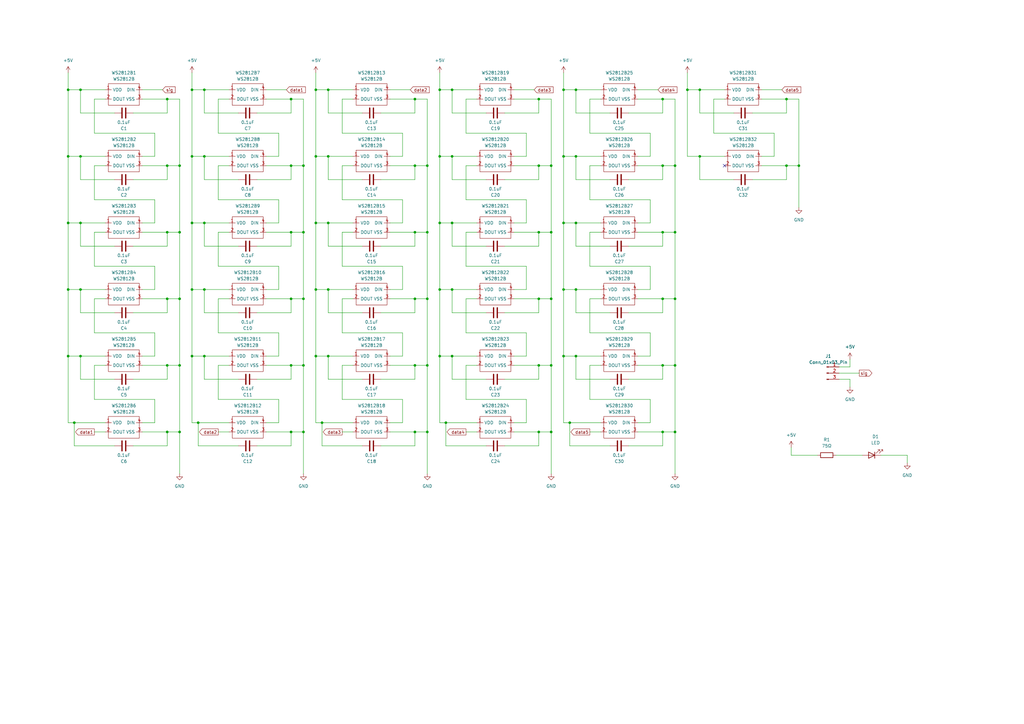
<source format=kicad_sch>
(kicad_sch (version 20230121) (generator eeschema)

  (uuid 8085ea5c-1091-4595-8045-237bd2e4e2f8)

  (paper "A3")

  (lib_symbols
    (symbol "Connector:Conn_01x03_Pin" (pin_names (offset 1.016) hide) (in_bom yes) (on_board yes)
      (property "Reference" "J" (at 0 5.08 0)
        (effects (font (size 1.27 1.27)))
      )
      (property "Value" "Conn_01x03_Pin" (at 0 -5.08 0)
        (effects (font (size 1.27 1.27)))
      )
      (property "Footprint" "" (at 0 0 0)
        (effects (font (size 1.27 1.27)) hide)
      )
      (property "Datasheet" "~" (at 0 0 0)
        (effects (font (size 1.27 1.27)) hide)
      )
      (property "ki_locked" "" (at 0 0 0)
        (effects (font (size 1.27 1.27)))
      )
      (property "ki_keywords" "connector" (at 0 0 0)
        (effects (font (size 1.27 1.27)) hide)
      )
      (property "ki_description" "Generic connector, single row, 01x03, script generated" (at 0 0 0)
        (effects (font (size 1.27 1.27)) hide)
      )
      (property "ki_fp_filters" "Connector*:*_1x??_*" (at 0 0 0)
        (effects (font (size 1.27 1.27)) hide)
      )
      (symbol "Conn_01x03_Pin_1_1"
        (polyline
          (pts
            (xy 1.27 -2.54)
            (xy 0.8636 -2.54)
          )
          (stroke (width 0.1524) (type default))
          (fill (type none))
        )
        (polyline
          (pts
            (xy 1.27 0)
            (xy 0.8636 0)
          )
          (stroke (width 0.1524) (type default))
          (fill (type none))
        )
        (polyline
          (pts
            (xy 1.27 2.54)
            (xy 0.8636 2.54)
          )
          (stroke (width 0.1524) (type default))
          (fill (type none))
        )
        (rectangle (start 0.8636 -2.413) (end 0 -2.667)
          (stroke (width 0.1524) (type default))
          (fill (type outline))
        )
        (rectangle (start 0.8636 0.127) (end 0 -0.127)
          (stroke (width 0.1524) (type default))
          (fill (type outline))
        )
        (rectangle (start 0.8636 2.667) (end 0 2.413)
          (stroke (width 0.1524) (type default))
          (fill (type outline))
        )
        (pin passive line (at 5.08 2.54 180) (length 3.81)
          (name "Pin_1" (effects (font (size 1.27 1.27))))
          (number "1" (effects (font (size 1.27 1.27))))
        )
        (pin passive line (at 5.08 0 180) (length 3.81)
          (name "Pin_2" (effects (font (size 1.27 1.27))))
          (number "2" (effects (font (size 1.27 1.27))))
        )
        (pin passive line (at 5.08 -2.54 180) (length 3.81)
          (name "Pin_3" (effects (font (size 1.27 1.27))))
          (number "3" (effects (font (size 1.27 1.27))))
        )
      )
    )
    (symbol "Device:C" (pin_numbers hide) (pin_names (offset 0.254)) (in_bom yes) (on_board yes)
      (property "Reference" "C" (at 0.635 2.54 0)
        (effects (font (size 1.27 1.27)) (justify left))
      )
      (property "Value" "C" (at 0.635 -2.54 0)
        (effects (font (size 1.27 1.27)) (justify left))
      )
      (property "Footprint" "" (at 0.9652 -3.81 0)
        (effects (font (size 1.27 1.27)) hide)
      )
      (property "Datasheet" "~" (at 0 0 0)
        (effects (font (size 1.27 1.27)) hide)
      )
      (property "ki_keywords" "cap capacitor" (at 0 0 0)
        (effects (font (size 1.27 1.27)) hide)
      )
      (property "ki_description" "Unpolarized capacitor" (at 0 0 0)
        (effects (font (size 1.27 1.27)) hide)
      )
      (property "ki_fp_filters" "C_*" (at 0 0 0)
        (effects (font (size 1.27 1.27)) hide)
      )
      (symbol "C_0_1"
        (polyline
          (pts
            (xy -2.032 -0.762)
            (xy 2.032 -0.762)
          )
          (stroke (width 0.508) (type default))
          (fill (type none))
        )
        (polyline
          (pts
            (xy -2.032 0.762)
            (xy 2.032 0.762)
          )
          (stroke (width 0.508) (type default))
          (fill (type none))
        )
      )
      (symbol "C_1_1"
        (pin passive line (at 0 3.81 270) (length 2.794)
          (name "~" (effects (font (size 1.27 1.27))))
          (number "1" (effects (font (size 1.27 1.27))))
        )
        (pin passive line (at 0 -3.81 90) (length 2.794)
          (name "~" (effects (font (size 1.27 1.27))))
          (number "2" (effects (font (size 1.27 1.27))))
        )
      )
    )
    (symbol "Device:LED" (pin_numbers hide) (pin_names (offset 1.016) hide) (in_bom yes) (on_board yes)
      (property "Reference" "D" (at 0 2.54 0)
        (effects (font (size 1.27 1.27)))
      )
      (property "Value" "LED" (at 0 -2.54 0)
        (effects (font (size 1.27 1.27)))
      )
      (property "Footprint" "" (at 0 0 0)
        (effects (font (size 1.27 1.27)) hide)
      )
      (property "Datasheet" "~" (at 0 0 0)
        (effects (font (size 1.27 1.27)) hide)
      )
      (property "ki_keywords" "LED diode" (at 0 0 0)
        (effects (font (size 1.27 1.27)) hide)
      )
      (property "ki_description" "Light emitting diode" (at 0 0 0)
        (effects (font (size 1.27 1.27)) hide)
      )
      (property "ki_fp_filters" "LED* LED_SMD:* LED_THT:*" (at 0 0 0)
        (effects (font (size 1.27 1.27)) hide)
      )
      (symbol "LED_0_1"
        (polyline
          (pts
            (xy -1.27 -1.27)
            (xy -1.27 1.27)
          )
          (stroke (width 0.254) (type default))
          (fill (type none))
        )
        (polyline
          (pts
            (xy -1.27 0)
            (xy 1.27 0)
          )
          (stroke (width 0) (type default))
          (fill (type none))
        )
        (polyline
          (pts
            (xy 1.27 -1.27)
            (xy 1.27 1.27)
            (xy -1.27 0)
            (xy 1.27 -1.27)
          )
          (stroke (width 0.254) (type default))
          (fill (type none))
        )
        (polyline
          (pts
            (xy -3.048 -0.762)
            (xy -4.572 -2.286)
            (xy -3.81 -2.286)
            (xy -4.572 -2.286)
            (xy -4.572 -1.524)
          )
          (stroke (width 0) (type default))
          (fill (type none))
        )
        (polyline
          (pts
            (xy -1.778 -0.762)
            (xy -3.302 -2.286)
            (xy -2.54 -2.286)
            (xy -3.302 -2.286)
            (xy -3.302 -1.524)
          )
          (stroke (width 0) (type default))
          (fill (type none))
        )
      )
      (symbol "LED_1_1"
        (pin passive line (at -3.81 0 0) (length 2.54)
          (name "K" (effects (font (size 1.27 1.27))))
          (number "1" (effects (font (size 1.27 1.27))))
        )
        (pin passive line (at 3.81 0 180) (length 2.54)
          (name "A" (effects (font (size 1.27 1.27))))
          (number "2" (effects (font (size 1.27 1.27))))
        )
      )
    )
    (symbol "Device:R" (pin_numbers hide) (pin_names (offset 0)) (in_bom yes) (on_board yes)
      (property "Reference" "R" (at 2.032 0 90)
        (effects (font (size 1.27 1.27)))
      )
      (property "Value" "R" (at 0 0 90)
        (effects (font (size 1.27 1.27)))
      )
      (property "Footprint" "" (at -1.778 0 90)
        (effects (font (size 1.27 1.27)) hide)
      )
      (property "Datasheet" "~" (at 0 0 0)
        (effects (font (size 1.27 1.27)) hide)
      )
      (property "ki_keywords" "R res resistor" (at 0 0 0)
        (effects (font (size 1.27 1.27)) hide)
      )
      (property "ki_description" "Resistor" (at 0 0 0)
        (effects (font (size 1.27 1.27)) hide)
      )
      (property "ki_fp_filters" "R_*" (at 0 0 0)
        (effects (font (size 1.27 1.27)) hide)
      )
      (symbol "R_0_1"
        (rectangle (start -1.016 -2.54) (end 1.016 2.54)
          (stroke (width 0.254) (type default))
          (fill (type none))
        )
      )
      (symbol "R_1_1"
        (pin passive line (at 0 3.81 270) (length 1.27)
          (name "~" (effects (font (size 1.27 1.27))))
          (number "1" (effects (font (size 1.27 1.27))))
        )
        (pin passive line (at 0 -3.81 90) (length 1.27)
          (name "~" (effects (font (size 1.27 1.27))))
          (number "2" (effects (font (size 1.27 1.27))))
        )
      )
    )
    (symbol "power:+5V" (power) (pin_names (offset 0)) (in_bom yes) (on_board yes)
      (property "Reference" "#PWR" (at 0 -3.81 0)
        (effects (font (size 1.27 1.27)) hide)
      )
      (property "Value" "+5V" (at 0 3.556 0)
        (effects (font (size 1.27 1.27)))
      )
      (property "Footprint" "" (at 0 0 0)
        (effects (font (size 1.27 1.27)) hide)
      )
      (property "Datasheet" "" (at 0 0 0)
        (effects (font (size 1.27 1.27)) hide)
      )
      (property "ki_keywords" "global power" (at 0 0 0)
        (effects (font (size 1.27 1.27)) hide)
      )
      (property "ki_description" "Power symbol creates a global label with name \"+5V\"" (at 0 0 0)
        (effects (font (size 1.27 1.27)) hide)
      )
      (symbol "+5V_0_1"
        (polyline
          (pts
            (xy -0.762 1.27)
            (xy 0 2.54)
          )
          (stroke (width 0) (type default))
          (fill (type none))
        )
        (polyline
          (pts
            (xy 0 0)
            (xy 0 2.54)
          )
          (stroke (width 0) (type default))
          (fill (type none))
        )
        (polyline
          (pts
            (xy 0 2.54)
            (xy 0.762 1.27)
          )
          (stroke (width 0) (type default))
          (fill (type none))
        )
      )
      (symbol "+5V_1_1"
        (pin power_in line (at 0 0 90) (length 0) hide
          (name "+5V" (effects (font (size 1.27 1.27))))
          (number "1" (effects (font (size 1.27 1.27))))
        )
      )
    )
    (symbol "power:GND" (power) (pin_names (offset 0)) (in_bom yes) (on_board yes)
      (property "Reference" "#PWR" (at 0 -6.35 0)
        (effects (font (size 1.27 1.27)) hide)
      )
      (property "Value" "GND" (at 0 -3.81 0)
        (effects (font (size 1.27 1.27)))
      )
      (property "Footprint" "" (at 0 0 0)
        (effects (font (size 1.27 1.27)) hide)
      )
      (property "Datasheet" "" (at 0 0 0)
        (effects (font (size 1.27 1.27)) hide)
      )
      (property "ki_keywords" "global power" (at 0 0 0)
        (effects (font (size 1.27 1.27)) hide)
      )
      (property "ki_description" "Power symbol creates a global label with name \"GND\" , ground" (at 0 0 0)
        (effects (font (size 1.27 1.27)) hide)
      )
      (symbol "GND_0_1"
        (polyline
          (pts
            (xy 0 0)
            (xy 0 -1.27)
            (xy 1.27 -1.27)
            (xy 0 -2.54)
            (xy -1.27 -1.27)
            (xy 0 -1.27)
          )
          (stroke (width 0) (type default))
          (fill (type none))
        )
      )
      (symbol "GND_1_1"
        (pin power_in line (at 0 0 270) (length 0) hide
          (name "GND" (effects (font (size 1.27 1.27))))
          (number "1" (effects (font (size 1.27 1.27))))
        )
      )
    )
    (symbol "sunpare2023:WS2812B" (in_bom yes) (on_board yes)
      (property "Reference" "WS2812B" (at 0 2.54 0)
        (effects (font (size 1.27 1.27)))
      )
      (property "Value" "WS2812B" (at 0 0 0)
        (effects (font (size 1.27 1.27)))
      )
      (property "Footprint" "" (at 0 0 0)
        (effects (font (size 1.27 1.27)) hide)
      )
      (property "Datasheet" "" (at 0 0 0)
        (effects (font (size 1.27 1.27)) hide)
      )
      (symbol "WS2812B_0_1"
        (rectangle (start -6.35 0) (end 6.35 -8.89)
          (stroke (width 0) (type default))
          (fill (type none))
        )
      )
      (symbol "WS2812B_1_1"
        (pin passive line (at -7.62 -2.54 0) (length 2.54)
          (name "VDD" (effects (font (size 1.27 1.27))))
          (number "1" (effects (font (size 1.27 1.27))))
        )
        (pin passive line (at -7.62 -6.35 0) (length 2.54)
          (name "DOUT" (effects (font (size 1.27 1.27))))
          (number "2" (effects (font (size 1.27 1.27))))
        )
        (pin passive line (at 7.62 -6.35 180) (length 2.54)
          (name "VSS" (effects (font (size 1.27 1.27))))
          (number "3" (effects (font (size 1.27 1.27))))
        )
        (pin passive line (at 7.62 -2.54 180) (length 2.54)
          (name "DIN" (effects (font (size 1.27 1.27))))
          (number "4" (effects (font (size 1.27 1.27))))
        )
      )
    )
  )

  (junction (at 27.94 36.83) (diameter 0) (color 0 0 0 0)
    (uuid 007d398d-84d2-4ce3-8014-f6dccee5d15f)
  )
  (junction (at 271.78 40.64) (diameter 0) (color 0 0 0 0)
    (uuid 0380b828-a471-4f79-b1b6-e141cdc7b151)
  )
  (junction (at 233.68 173.355) (diameter 0) (color 0 0 0 0)
    (uuid 03ccc271-0d54-4922-81fe-703e756cf896)
  )
  (junction (at 236.22 91.44) (diameter 0) (color 0 0 0 0)
    (uuid 0c0a1971-d305-4a07-aab2-7ffde99c40b4)
  )
  (junction (at 185.42 118.745) (diameter 0) (color 0 0 0 0)
    (uuid 0c611417-5b83-4c9d-8cb8-fc3e13b60bce)
  )
  (junction (at 134.62 36.83) (diameter 0) (color 0 0 0 0)
    (uuid 0edd09ac-fd55-4609-99df-591ad2990a58)
  )
  (junction (at 68.58 67.945) (diameter 0) (color 0 0 0 0)
    (uuid 12beb647-28bf-43b1-be1e-9bc34c17abda)
  )
  (junction (at 83.82 64.135) (diameter 0) (color 0 0 0 0)
    (uuid 13578f16-4375-44d9-8374-0e17395c4845)
  )
  (junction (at 322.58 67.945) (diameter 0) (color 0 0 0 0)
    (uuid 141296a8-65b0-45bb-9659-d4a894ce73d5)
  )
  (junction (at 119.38 67.945) (diameter 0) (color 0 0 0 0)
    (uuid 14c9931f-bb66-4988-aa45-80883f53dcba)
  )
  (junction (at 271.78 149.86) (diameter 0) (color 0 0 0 0)
    (uuid 14da89de-0b00-45c5-ae83-96e8c3e386df)
  )
  (junction (at 220.98 177.165) (diameter 0) (color 0 0 0 0)
    (uuid 16c16f3d-92e1-4765-bf23-de62b627db34)
  )
  (junction (at 281.94 36.83) (diameter 0) (color 0 0 0 0)
    (uuid 178251f5-5cc3-48cf-afc4-2d8c2bbc3bd8)
  )
  (junction (at 134.62 64.135) (diameter 0) (color 0 0 0 0)
    (uuid 1825fc3a-dd04-407f-af3f-fcb2201b664d)
  )
  (junction (at 119.38 122.555) (diameter 0) (color 0 0 0 0)
    (uuid 19527512-1b50-4bc0-8353-e719901d3fff)
  )
  (junction (at 33.02 91.44) (diameter 0) (color 0 0 0 0)
    (uuid 1b30a77a-1779-4a82-87ae-363f7bd4c8e7)
  )
  (junction (at 226.06 149.86) (diameter 0) (color 0 0 0 0)
    (uuid 1dfd9387-4095-4bda-afb2-e14041685ee4)
  )
  (junction (at 226.06 67.945) (diameter 0) (color 0 0 0 0)
    (uuid 1e0375e8-1389-4076-ad46-2791d4e0ef72)
  )
  (junction (at 129.54 118.745) (diameter 0) (color 0 0 0 0)
    (uuid 1e29dc71-c0a2-44cf-a1b5-41fb4645f5d8)
  )
  (junction (at 220.98 122.555) (diameter 0) (color 0 0 0 0)
    (uuid 1f06157e-6f62-4063-bf1b-96f75a8b4ed0)
  )
  (junction (at 175.26 149.86) (diameter 0) (color 0 0 0 0)
    (uuid 26609344-5957-4e33-a8ec-56558dc4df31)
  )
  (junction (at 236.22 64.135) (diameter 0) (color 0 0 0 0)
    (uuid 27af471e-460e-4a62-b2e3-50811070b081)
  )
  (junction (at 134.62 118.745) (diameter 0) (color 0 0 0 0)
    (uuid 27c5110c-62b6-4c92-beb5-1ee753cef79a)
  )
  (junction (at 185.42 146.05) (diameter 0) (color 0 0 0 0)
    (uuid 2c6914f7-f1fb-420e-92ab-5bd20bf8558f)
  )
  (junction (at 220.98 40.64) (diameter 0) (color 0 0 0 0)
    (uuid 2d4f7e7b-c943-45b7-be52-871b590a841d)
  )
  (junction (at 182.88 173.355) (diameter 0) (color 0 0 0 0)
    (uuid 2dc29338-e6d8-4b37-83ec-ac188aee5932)
  )
  (junction (at 271.78 95.25) (diameter 0) (color 0 0 0 0)
    (uuid 31bd7c7a-e84b-4d5c-82a2-a20144e65418)
  )
  (junction (at 68.58 149.86) (diameter 0) (color 0 0 0 0)
    (uuid 3203b4bd-90e9-4200-a897-4e0634da55e8)
  )
  (junction (at 68.58 95.25) (diameter 0) (color 0 0 0 0)
    (uuid 340e28f4-272c-46fb-9142-ba92151047f9)
  )
  (junction (at 124.46 122.555) (diameter 0) (color 0 0 0 0)
    (uuid 35a7e5b9-4b32-4c12-84ab-43d83d0fa6e3)
  )
  (junction (at 185.42 36.83) (diameter 0) (color 0 0 0 0)
    (uuid 3a0fa72b-d07a-48c4-8cb9-fe2ef5ec7966)
  )
  (junction (at 175.26 177.165) (diameter 0) (color 0 0 0 0)
    (uuid 3c9fe91b-989c-4aa7-8013-e3cad70f4de5)
  )
  (junction (at 129.54 36.83) (diameter 0) (color 0 0 0 0)
    (uuid 3d4fbafb-1335-40ca-b61d-f2a777acac7f)
  )
  (junction (at 231.14 91.44) (diameter 0) (color 0 0 0 0)
    (uuid 3f3dace7-b0c0-462e-b24e-b0c72c453b85)
  )
  (junction (at 129.54 64.135) (diameter 0) (color 0 0 0 0)
    (uuid 4467b516-3145-4b75-ae01-bee716cf16ab)
  )
  (junction (at 33.02 146.05) (diameter 0) (color 0 0 0 0)
    (uuid 4473e751-ad8e-4035-bde4-23bf181e7f40)
  )
  (junction (at 180.34 146.05) (diameter 0) (color 0 0 0 0)
    (uuid 4785d561-6ea4-4b65-aca6-201af48314b4)
  )
  (junction (at 27.94 146.05) (diameter 0) (color 0 0 0 0)
    (uuid 48e77c88-a5c9-4a8b-8b31-40359b4c7c86)
  )
  (junction (at 276.86 177.165) (diameter 0) (color 0 0 0 0)
    (uuid 4973e901-c475-445f-966e-8d1142a9b8d0)
  )
  (junction (at 271.78 67.945) (diameter 0) (color 0 0 0 0)
    (uuid 497553f6-80f3-491e-a692-e33dd34da55a)
  )
  (junction (at 78.74 36.83) (diameter 0) (color 0 0 0 0)
    (uuid 52093bc1-c235-4208-8f18-ab1f908d19bf)
  )
  (junction (at 83.82 118.745) (diameter 0) (color 0 0 0 0)
    (uuid 54043438-8532-4ee6-9cf7-dfba8870069e)
  )
  (junction (at 27.94 118.745) (diameter 0) (color 0 0 0 0)
    (uuid 5a7e0d93-df48-459e-a983-b421082edee3)
  )
  (junction (at 78.74 64.135) (diameter 0) (color 0 0 0 0)
    (uuid 5ec6c347-447d-4ced-9e43-e04f76583d78)
  )
  (junction (at 33.02 118.745) (diameter 0) (color 0 0 0 0)
    (uuid 65e9e835-9984-44c3-b313-da50b829bcd8)
  )
  (junction (at 220.98 95.25) (diameter 0) (color 0 0 0 0)
    (uuid 66e018b1-b77c-419d-a329-4b37f93e2b28)
  )
  (junction (at 231.14 36.83) (diameter 0) (color 0 0 0 0)
    (uuid 67023e7a-2905-4b47-aca4-d07d358e4ae0)
  )
  (junction (at 231.14 146.05) (diameter 0) (color 0 0 0 0)
    (uuid 67dcfe45-c99a-4dee-97cb-85da2eb774e8)
  )
  (junction (at 322.58 40.64) (diameter 0) (color 0 0 0 0)
    (uuid 6a87c6ed-26f2-473b-a6f5-581b1a75ab34)
  )
  (junction (at 83.82 36.83) (diameter 0) (color 0 0 0 0)
    (uuid 6dbce5dd-f466-419f-aacf-8246a9ea78f6)
  )
  (junction (at 180.34 118.745) (diameter 0) (color 0 0 0 0)
    (uuid 6dc698d6-4131-4f10-a5e2-30995ef9c04e)
  )
  (junction (at 170.18 149.86) (diameter 0) (color 0 0 0 0)
    (uuid 6f79b946-374c-4c06-86cd-1834ba54ad81)
  )
  (junction (at 236.22 118.745) (diameter 0) (color 0 0 0 0)
    (uuid 6fec0aa3-2b2d-4a3b-8554-0247cc82885f)
  )
  (junction (at 132.08 173.355) (diameter 0) (color 0 0 0 0)
    (uuid 7252169d-f46c-4779-bcb4-4615aaf1a3e5)
  )
  (junction (at 226.06 177.165) (diameter 0) (color 0 0 0 0)
    (uuid 7354ac11-1a0f-4ec4-8fd6-c0967fd9449a)
  )
  (junction (at 73.66 177.165) (diameter 0) (color 0 0 0 0)
    (uuid 752c6eb3-b803-4c6c-a567-8fcaac00020b)
  )
  (junction (at 68.58 40.64) (diameter 0) (color 0 0 0 0)
    (uuid 75ba458f-bcff-413f-b463-04fc4170f3e5)
  )
  (junction (at 236.22 146.05) (diameter 0) (color 0 0 0 0)
    (uuid 79200f3d-ff48-4e49-a1f6-0cbc329947f0)
  )
  (junction (at 119.38 95.25) (diameter 0) (color 0 0 0 0)
    (uuid 7966c2c1-7ce3-487e-97ce-2e0ba490fe9c)
  )
  (junction (at 83.82 91.44) (diameter 0) (color 0 0 0 0)
    (uuid 7bd126cf-c3fa-40c2-9a11-8f76093d9d56)
  )
  (junction (at 287.02 36.83) (diameter 0) (color 0 0 0 0)
    (uuid 7f61c477-b763-43bc-9959-89c64d5089d4)
  )
  (junction (at 33.02 36.83) (diameter 0) (color 0 0 0 0)
    (uuid 8201afcc-fb12-4ef9-9437-8cae64e9a5a5)
  )
  (junction (at 129.54 146.05) (diameter 0) (color 0 0 0 0)
    (uuid 834d59c6-9b4c-4cac-b2f5-60c828a8d510)
  )
  (junction (at 327.66 67.945) (diameter 0) (color 0 0 0 0)
    (uuid 86ede71a-cd17-4997-aa02-dba545772db9)
  )
  (junction (at 271.78 177.165) (diameter 0) (color 0 0 0 0)
    (uuid 890a72c6-fecc-4ad1-b7a6-46f065755b76)
  )
  (junction (at 170.18 177.165) (diameter 0) (color 0 0 0 0)
    (uuid 8d727dbd-6d7a-484c-8004-03f7d362667c)
  )
  (junction (at 287.02 64.135) (diameter 0) (color 0 0 0 0)
    (uuid 8e4b45cb-a251-4ec9-bd98-72623d9dc675)
  )
  (junction (at 185.42 64.135) (diameter 0) (color 0 0 0 0)
    (uuid 9229b2cb-bd1d-44bf-9ef0-af38aa16245e)
  )
  (junction (at 68.58 122.555) (diameter 0) (color 0 0 0 0)
    (uuid 96aca342-dde5-4408-a88f-850d486c1029)
  )
  (junction (at 175.26 67.945) (diameter 0) (color 0 0 0 0)
    (uuid 98226e2e-f8de-41ba-8d37-0fcb651d181f)
  )
  (junction (at 170.18 122.555) (diameter 0) (color 0 0 0 0)
    (uuid 9bcabb28-80cf-4e88-959a-c891f67761c4)
  )
  (junction (at 175.26 95.25) (diameter 0) (color 0 0 0 0)
    (uuid a1c7fcc9-fa97-4ae9-b11e-1135bf10cbd0)
  )
  (junction (at 276.86 95.25) (diameter 0) (color 0 0 0 0)
    (uuid a27857cd-2a3e-4093-92d5-7069693a06a7)
  )
  (junction (at 226.06 95.25) (diameter 0) (color 0 0 0 0)
    (uuid a6e4adce-a99b-4db3-a49e-2d34c33dbb49)
  )
  (junction (at 129.54 91.44) (diameter 0) (color 0 0 0 0)
    (uuid b2489a7a-0df8-450e-8720-f3e4879d5a3d)
  )
  (junction (at 73.66 67.945) (diameter 0) (color 0 0 0 0)
    (uuid b3bd803f-2c6e-4fb6-8801-87131bf99fb1)
  )
  (junction (at 170.18 95.25) (diameter 0) (color 0 0 0 0)
    (uuid b40c4218-6e38-4038-b0a8-aa7797deec49)
  )
  (junction (at 185.42 91.44) (diameter 0) (color 0 0 0 0)
    (uuid b4770ea5-f4ce-45aa-a9e1-b299aca2802e)
  )
  (junction (at 220.98 67.945) (diameter 0) (color 0 0 0 0)
    (uuid b6ca3d83-c2aa-4ef1-8d83-de94f7775bf7)
  )
  (junction (at 170.18 40.64) (diameter 0) (color 0 0 0 0)
    (uuid b72a1c07-0de6-4bf8-bc42-08e99f81e741)
  )
  (junction (at 68.58 177.165) (diameter 0) (color 0 0 0 0)
    (uuid b803a8a4-65f9-499a-8ec4-b1f60e894564)
  )
  (junction (at 73.66 149.86) (diameter 0) (color 0 0 0 0)
    (uuid bbbf66a0-55f5-4918-8935-351c479bf9a7)
  )
  (junction (at 78.74 146.05) (diameter 0) (color 0 0 0 0)
    (uuid bc4e3c35-df13-45a0-929b-ff27d6e02cd7)
  )
  (junction (at 236.22 36.83) (diameter 0) (color 0 0 0 0)
    (uuid bd301063-48f7-4f96-850f-24866e7fa45f)
  )
  (junction (at 134.62 146.05) (diameter 0) (color 0 0 0 0)
    (uuid bf83612f-ea6a-46cf-8897-a18f6aa2f1f4)
  )
  (junction (at 276.86 67.945) (diameter 0) (color 0 0 0 0)
    (uuid c007e74f-ff4e-4121-b397-9613ab622079)
  )
  (junction (at 124.46 67.945) (diameter 0) (color 0 0 0 0)
    (uuid c06aa4df-2f87-4b2d-bf25-86e4aa1e76e9)
  )
  (junction (at 220.98 149.86) (diameter 0) (color 0 0 0 0)
    (uuid c28ef202-406e-429b-9fa2-14bcad7f6f02)
  )
  (junction (at 30.48 173.355) (diameter 0) (color 0 0 0 0)
    (uuid c2bc33b0-93fb-4e22-942c-551d897bec97)
  )
  (junction (at 124.46 95.25) (diameter 0) (color 0 0 0 0)
    (uuid c83f5ac0-77ca-4165-b9fb-6738aaf50ba0)
  )
  (junction (at 231.14 64.135) (diameter 0) (color 0 0 0 0)
    (uuid ca3924e2-ef8a-400b-b5b2-d3a950abde6f)
  )
  (junction (at 180.34 64.135) (diameter 0) (color 0 0 0 0)
    (uuid cb165c61-924a-47a2-8c6d-4250ff3230fa)
  )
  (junction (at 180.34 91.44) (diameter 0) (color 0 0 0 0)
    (uuid cbc5f418-6f8b-40a1-b139-0e440718a6bc)
  )
  (junction (at 33.02 64.135) (diameter 0) (color 0 0 0 0)
    (uuid d340f489-e5f1-4312-8cc3-689bf6ca8a6e)
  )
  (junction (at 271.78 122.555) (diameter 0) (color 0 0 0 0)
    (uuid dcc3c1d6-7957-4416-aeb9-e7574232f273)
  )
  (junction (at 27.94 91.44) (diameter 0) (color 0 0 0 0)
    (uuid dee8d74d-ba65-4f8f-8b03-fc2e422930ed)
  )
  (junction (at 78.74 118.745) (diameter 0) (color 0 0 0 0)
    (uuid dfe9046d-0169-42f0-8373-206eb687f36e)
  )
  (junction (at 83.82 146.05) (diameter 0) (color 0 0 0 0)
    (uuid e027232c-502c-4ed6-9fc1-585a891cae2c)
  )
  (junction (at 119.38 177.165) (diameter 0) (color 0 0 0 0)
    (uuid e15219fe-594a-4862-90b8-2fcdd8e23add)
  )
  (junction (at 276.86 122.555) (diameter 0) (color 0 0 0 0)
    (uuid e24a6ba2-ce2a-47d9-a35b-248d98dcc363)
  )
  (junction (at 175.26 122.555) (diameter 0) (color 0 0 0 0)
    (uuid e329c1e4-c3ff-4d07-a7fa-1f39204aeafa)
  )
  (junction (at 119.38 149.86) (diameter 0) (color 0 0 0 0)
    (uuid e32dbb43-e26c-44c6-a392-885a4d753d20)
  )
  (junction (at 170.18 67.945) (diameter 0) (color 0 0 0 0)
    (uuid e60f0322-6a8b-4293-9266-bed58ee6920e)
  )
  (junction (at 124.46 177.165) (diameter 0) (color 0 0 0 0)
    (uuid e7e0d529-78c2-482e-9852-5992267b29ef)
  )
  (junction (at 134.62 91.44) (diameter 0) (color 0 0 0 0)
    (uuid eea14054-cd5c-429b-9e46-a58e89de38e5)
  )
  (junction (at 119.38 40.64) (diameter 0) (color 0 0 0 0)
    (uuid f03f07a9-bcf0-404e-80f5-23067a445707)
  )
  (junction (at 180.34 36.83) (diameter 0) (color 0 0 0 0)
    (uuid f042d058-e1c4-4702-86ac-9d4f3e03450f)
  )
  (junction (at 124.46 149.86) (diameter 0) (color 0 0 0 0)
    (uuid f0ff9008-ded6-4891-aff7-5799559e6a37)
  )
  (junction (at 231.14 118.745) (diameter 0) (color 0 0 0 0)
    (uuid f1c0f79b-7853-4fdd-ba13-d30b41a75357)
  )
  (junction (at 81.28 173.355) (diameter 0) (color 0 0 0 0)
    (uuid f3306e68-062b-4650-9072-4c658d4fc1a7)
  )
  (junction (at 73.66 122.555) (diameter 0) (color 0 0 0 0)
    (uuid f6f2bd85-9015-428e-ba30-80be8e87673c)
  )
  (junction (at 226.06 122.555) (diameter 0) (color 0 0 0 0)
    (uuid f6fbee24-985d-493a-bea4-97e4ca47f690)
  )
  (junction (at 27.94 64.135) (diameter 0) (color 0 0 0 0)
    (uuid f72f7874-9050-45fb-8199-6b9242bfa3bb)
  )
  (junction (at 78.74 91.44) (diameter 0) (color 0 0 0 0)
    (uuid f77c213b-c7f4-4f0c-ae24-2866cb6adc54)
  )
  (junction (at 73.66 95.25) (diameter 0) (color 0 0 0 0)
    (uuid fc51c578-887d-4fcc-ab5b-79383015bccc)
  )
  (junction (at 276.86 149.86) (diameter 0) (color 0 0 0 0)
    (uuid fff9c216-40a9-43bc-8050-8f5910a2aa2e)
  )

  (no_connect (at 297.18 67.945) (uuid 84356d9c-76a8-4f8f-900e-b9b54d4c9831))

  (wire (pts (xy 191.135 54.61) (xy 215.9 54.61))
    (stroke (width 0) (type default))
    (uuid 00990759-bef4-430d-9a3b-0315ce9fd6c8)
  )
  (wire (pts (xy 140.335 122.555) (xy 140.335 136.525))
    (stroke (width 0) (type default))
    (uuid 0139b242-3b70-42b6-b5eb-8cdd0664af05)
  )
  (wire (pts (xy 63.5 136.525) (xy 63.5 146.05))
    (stroke (width 0) (type default))
    (uuid 013d3d5c-cfc9-44f9-878b-8b71123a7f84)
  )
  (wire (pts (xy 93.98 149.86) (xy 89.535 149.86))
    (stroke (width 0) (type default))
    (uuid 0198cd97-89c1-44db-bb7f-ce84f8890b4c)
  )
  (wire (pts (xy 89.535 40.64) (xy 89.535 54.61))
    (stroke (width 0) (type default))
    (uuid 06288744-bbd9-44e1-ab29-31823790244e)
  )
  (wire (pts (xy 220.98 95.25) (xy 220.98 100.965))
    (stroke (width 0) (type default))
    (uuid 06d00f75-2a25-4c01-a696-eb8f6d5ee34c)
  )
  (wire (pts (xy 271.78 122.555) (xy 271.78 128.27))
    (stroke (width 0) (type default))
    (uuid 0748360c-47cc-4d00-b00d-46c5204e4dfb)
  )
  (wire (pts (xy 281.94 36.83) (xy 287.02 36.83))
    (stroke (width 0) (type default))
    (uuid 07728450-8c77-47f5-b07a-1653236b8116)
  )
  (wire (pts (xy 199.39 128.27) (xy 185.42 128.27))
    (stroke (width 0) (type default))
    (uuid 081922be-f370-4b8a-bd83-36f566e05607)
  )
  (wire (pts (xy 144.78 40.64) (xy 140.335 40.64))
    (stroke (width 0) (type default))
    (uuid 0945268c-c04e-4940-87c6-21183ffd0d8f)
  )
  (wire (pts (xy 300.99 73.66) (xy 287.02 73.66))
    (stroke (width 0) (type default))
    (uuid 0b6d2144-2180-4f6d-89e7-c3d3f21b2a89)
  )
  (wire (pts (xy 27.94 173.355) (xy 30.48 173.355))
    (stroke (width 0) (type default))
    (uuid 0be3e6cc-af29-4cb4-ae65-09891925164f)
  )
  (wire (pts (xy 170.18 67.945) (xy 175.26 67.945))
    (stroke (width 0) (type default))
    (uuid 0c13d8a2-ea84-4d3c-85fd-a53c265661e7)
  )
  (wire (pts (xy 361.315 186.69) (xy 372.11 186.69))
    (stroke (width 0) (type default))
    (uuid 0d1815b0-17f4-401a-a069-4cd551131f4e)
  )
  (wire (pts (xy 43.18 40.64) (xy 38.735 40.64))
    (stroke (width 0) (type default))
    (uuid 0db531a8-474c-424e-bcf8-9c80837df263)
  )
  (wire (pts (xy 38.735 109.22) (xy 63.5 109.22))
    (stroke (width 0) (type default))
    (uuid 0e66a39b-17ab-4661-8725-9c926a12ca2d)
  )
  (wire (pts (xy 160.02 67.945) (xy 170.18 67.945))
    (stroke (width 0) (type default))
    (uuid 10f749e1-5dd2-4a3b-99dd-e71e7d49b19d)
  )
  (wire (pts (xy 322.58 67.945) (xy 327.66 67.945))
    (stroke (width 0) (type default))
    (uuid 115856b8-2c94-4956-b04f-57da9fbff6c6)
  )
  (wire (pts (xy 233.68 173.355) (xy 246.38 173.355))
    (stroke (width 0) (type default))
    (uuid 11ab50dd-79ee-4a3a-8c8c-2ba9b321e0a9)
  )
  (wire (pts (xy 271.78 67.945) (xy 276.86 67.945))
    (stroke (width 0) (type default))
    (uuid 12bbc824-928d-4fa0-874d-9965d76f0d60)
  )
  (wire (pts (xy 160.02 177.165) (xy 170.18 177.165))
    (stroke (width 0) (type default))
    (uuid 14506f02-8af4-496c-817c-97591522a9c0)
  )
  (wire (pts (xy 109.22 67.945) (xy 119.38 67.945))
    (stroke (width 0) (type default))
    (uuid 145e49ea-0046-4da6-ad47-205458a58698)
  )
  (wire (pts (xy 250.19 155.575) (xy 236.22 155.575))
    (stroke (width 0) (type default))
    (uuid 148306a6-a8ad-4565-be99-d39b2a0d5c73)
  )
  (wire (pts (xy 241.935 81.915) (xy 266.7 81.915))
    (stroke (width 0) (type default))
    (uuid 15e1f7b6-bccf-48e4-a7c0-e705dcf3d474)
  )
  (wire (pts (xy 93.98 40.64) (xy 89.535 40.64))
    (stroke (width 0) (type default))
    (uuid 16912a6e-b6f3-4850-aa50-9d1ca0b6eacb)
  )
  (wire (pts (xy 215.9 81.915) (xy 215.9 91.44))
    (stroke (width 0) (type default))
    (uuid 16bd3f9c-0552-4f06-9b1e-6df3bdacc8d4)
  )
  (wire (pts (xy 38.735 67.945) (xy 38.735 81.915))
    (stroke (width 0) (type default))
    (uuid 16f25a01-9478-4cc7-903b-b649a56457fe)
  )
  (wire (pts (xy 160.02 122.555) (xy 170.18 122.555))
    (stroke (width 0) (type default))
    (uuid 171d7813-5959-4741-b3f0-c3117737d101)
  )
  (wire (pts (xy 38.735 149.86) (xy 38.735 163.83))
    (stroke (width 0) (type default))
    (uuid 1742aff0-9b46-4ce1-b2b9-514e6d79fc00)
  )
  (wire (pts (xy 195.58 40.64) (xy 191.135 40.64))
    (stroke (width 0) (type default))
    (uuid 17535e81-ec14-4668-80a0-3599f5dcfb1d)
  )
  (wire (pts (xy 27.94 146.05) (xy 33.02 146.05))
    (stroke (width 0) (type default))
    (uuid 1787b620-903a-49c6-9b07-f8313e5bf3c0)
  )
  (wire (pts (xy 271.78 177.165) (xy 276.86 177.165))
    (stroke (width 0) (type default))
    (uuid 17d1f764-3c1f-475d-a9ee-e6a53a24aa7d)
  )
  (wire (pts (xy 276.86 122.555) (xy 276.86 149.86))
    (stroke (width 0) (type default))
    (uuid 1991c24a-be45-42f0-8021-225d2a016424)
  )
  (wire (pts (xy 124.46 67.945) (xy 124.46 95.25))
    (stroke (width 0) (type default))
    (uuid 1ad6199f-1e25-4400-9e2b-25542b26ea47)
  )
  (wire (pts (xy 180.34 91.44) (xy 185.42 91.44))
    (stroke (width 0) (type default))
    (uuid 1b0bdbe4-8d04-456b-8aa5-a7b864470e87)
  )
  (wire (pts (xy 160.02 91.44) (xy 165.1 91.44))
    (stroke (width 0) (type default))
    (uuid 1b8c6e34-5014-4a55-b576-7e4c099bbced)
  )
  (wire (pts (xy 140.335 67.945) (xy 140.335 81.915))
    (stroke (width 0) (type default))
    (uuid 1b9b43a8-5750-4a9c-9774-cc316e1065c3)
  )
  (wire (pts (xy 261.62 118.745) (xy 266.7 118.745))
    (stroke (width 0) (type default))
    (uuid 1c874e30-1a78-417e-9a79-0266476555b7)
  )
  (wire (pts (xy 119.38 67.945) (xy 124.46 67.945))
    (stroke (width 0) (type default))
    (uuid 1d7cea09-f12e-4843-aa3f-c47fde39799c)
  )
  (wire (pts (xy 220.98 40.64) (xy 220.98 46.355))
    (stroke (width 0) (type default))
    (uuid 1d9fc5d0-a35c-4715-a80f-24ddd1c7545e)
  )
  (wire (pts (xy 38.735 136.525) (xy 63.5 136.525))
    (stroke (width 0) (type default))
    (uuid 1e234c64-ef46-47cd-ae30-47e4b3eea0c4)
  )
  (wire (pts (xy 27.94 91.44) (xy 27.94 118.745))
    (stroke (width 0) (type default))
    (uuid 1e74de12-e0de-473d-a06d-2742a54d5925)
  )
  (wire (pts (xy 78.74 91.44) (xy 78.74 118.745))
    (stroke (width 0) (type default))
    (uuid 1e9fc9a5-b060-455e-8df0-48da1e80f8bd)
  )
  (wire (pts (xy 271.78 128.27) (xy 257.81 128.27))
    (stroke (width 0) (type default))
    (uuid 1ea38e23-48d6-44fa-8884-4baa45c4ef33)
  )
  (wire (pts (xy 241.935 149.86) (xy 241.935 163.83))
    (stroke (width 0) (type default))
    (uuid 1ecc859d-a394-40b8-8923-60dcab56e42e)
  )
  (wire (pts (xy 43.18 122.555) (xy 38.735 122.555))
    (stroke (width 0) (type default))
    (uuid 1f616985-d937-4a6f-a299-685305200968)
  )
  (wire (pts (xy 246.38 149.86) (xy 241.935 149.86))
    (stroke (width 0) (type default))
    (uuid 1f6fdb17-7513-469d-b924-bfc1dce0597a)
  )
  (wire (pts (xy 220.98 149.86) (xy 220.98 155.575))
    (stroke (width 0) (type default))
    (uuid 1fa58904-276b-4115-87e2-c3b3ee288af7)
  )
  (wire (pts (xy 236.22 64.135) (xy 246.38 64.135))
    (stroke (width 0) (type default))
    (uuid 20816410-248b-4ce2-b31a-4b66cd8b5041)
  )
  (wire (pts (xy 271.78 95.25) (xy 276.86 95.25))
    (stroke (width 0) (type default))
    (uuid 21ad56c0-cb07-4dd4-9c8c-ee5b59a8f566)
  )
  (wire (pts (xy 180.34 64.135) (xy 180.34 91.44))
    (stroke (width 0) (type default))
    (uuid 22082088-f6ad-4cee-b711-3869d9607a5f)
  )
  (wire (pts (xy 220.98 46.355) (xy 207.01 46.355))
    (stroke (width 0) (type default))
    (uuid 228790dd-1373-4145-a0fa-c049005ad5c6)
  )
  (wire (pts (xy 114.3 136.525) (xy 114.3 146.05))
    (stroke (width 0) (type default))
    (uuid 22be152b-1fe5-4ac5-a88e-8d6cf6fbcbbd)
  )
  (wire (pts (xy 93.98 122.555) (xy 89.535 122.555))
    (stroke (width 0) (type default))
    (uuid 238cf515-315f-4e95-805d-da34cf7f903a)
  )
  (wire (pts (xy 140.335 95.25) (xy 140.335 109.22))
    (stroke (width 0) (type default))
    (uuid 24277c5c-0432-49db-a6ae-b1e2ac5241de)
  )
  (wire (pts (xy 210.82 95.25) (xy 220.98 95.25))
    (stroke (width 0) (type default))
    (uuid 24df8228-0f18-4236-96f0-8095dc150ef1)
  )
  (wire (pts (xy 231.14 146.05) (xy 231.14 173.355))
    (stroke (width 0) (type default))
    (uuid 251be3ec-0eeb-4daf-8be1-df752f64df13)
  )
  (wire (pts (xy 322.58 73.66) (xy 308.61 73.66))
    (stroke (width 0) (type default))
    (uuid 2654e524-0190-485c-8cfd-bcd48ed9efc0)
  )
  (wire (pts (xy 180.34 91.44) (xy 180.34 118.745))
    (stroke (width 0) (type default))
    (uuid 2787dfd5-a3ea-488e-9942-c62e9f5be7cc)
  )
  (wire (pts (xy 68.58 95.25) (xy 73.66 95.25))
    (stroke (width 0) (type default))
    (uuid 2857ab96-63e9-4275-85e4-8378b0ef8e2c)
  )
  (wire (pts (xy 114.3 109.22) (xy 114.3 118.745))
    (stroke (width 0) (type default))
    (uuid 29013c61-830b-434c-a42e-32a49101c1f1)
  )
  (wire (pts (xy 180.34 118.745) (xy 180.34 146.05))
    (stroke (width 0) (type default))
    (uuid 2992bc22-6d8a-463c-83cb-1fbff4e66901)
  )
  (wire (pts (xy 246.38 67.945) (xy 241.935 67.945))
    (stroke (width 0) (type default))
    (uuid 29bd6f2a-f5fc-4746-85fe-406c699470c9)
  )
  (wire (pts (xy 78.74 36.83) (xy 83.82 36.83))
    (stroke (width 0) (type default))
    (uuid 2b2c206f-98ec-4c00-8575-64d1e1edafa2)
  )
  (wire (pts (xy 129.54 146.05) (xy 129.54 173.355))
    (stroke (width 0) (type default))
    (uuid 2bf19eba-1463-48c7-81bf-04e4653ddec6)
  )
  (wire (pts (xy 170.18 177.165) (xy 175.26 177.165))
    (stroke (width 0) (type default))
    (uuid 2bfbe8b2-82a1-4877-bc95-ce0b8dfb2236)
  )
  (wire (pts (xy 160.02 95.25) (xy 170.18 95.25))
    (stroke (width 0) (type default))
    (uuid 2d9dfb4f-d4be-43c1-b6e1-2986bba0bc89)
  )
  (wire (pts (xy 68.58 149.86) (xy 73.66 149.86))
    (stroke (width 0) (type default))
    (uuid 2f248e9d-2989-4b54-a5a5-b53fe2c45ff1)
  )
  (wire (pts (xy 191.135 67.945) (xy 191.135 81.915))
    (stroke (width 0) (type default))
    (uuid 2f45f48d-5b73-4538-b50e-5b140df1bd6b)
  )
  (wire (pts (xy 68.58 67.945) (xy 73.66 67.945))
    (stroke (width 0) (type default))
    (uuid 302d1a6c-30fa-4eb5-9503-3e7853e66cf9)
  )
  (wire (pts (xy 119.38 40.64) (xy 119.38 46.355))
    (stroke (width 0) (type default))
    (uuid 305d952e-58ef-416c-bca1-285b4ede6615)
  )
  (wire (pts (xy 317.5 54.61) (xy 317.5 64.135))
    (stroke (width 0) (type default))
    (uuid 308d8380-c64a-4dd0-9a00-3c8fba272496)
  )
  (wire (pts (xy 27.94 118.745) (xy 33.02 118.745))
    (stroke (width 0) (type default))
    (uuid 309d9b3e-aac7-4468-8d42-5b958aa43292)
  )
  (wire (pts (xy 276.86 149.86) (xy 276.86 177.165))
    (stroke (width 0) (type default))
    (uuid 30c01cb6-d26a-467e-a450-f824a3fe4fa9)
  )
  (wire (pts (xy 271.78 73.66) (xy 257.81 73.66))
    (stroke (width 0) (type default))
    (uuid 31c8f693-6587-4951-880b-eb988c8055f5)
  )
  (wire (pts (xy 180.34 118.745) (xy 185.42 118.745))
    (stroke (width 0) (type default))
    (uuid 31d259be-1419-4138-bc85-fe1242b79ed4)
  )
  (wire (pts (xy 129.54 91.44) (xy 129.54 118.745))
    (stroke (width 0) (type default))
    (uuid 3292c50b-a00e-4945-9674-9baba41ab6c0)
  )
  (wire (pts (xy 81.28 182.88) (xy 81.28 173.355))
    (stroke (width 0) (type default))
    (uuid 3402d160-3758-4e12-b8e9-6864f777e149)
  )
  (wire (pts (xy 89.535 67.945) (xy 89.535 81.915))
    (stroke (width 0) (type default))
    (uuid 356d9071-51e0-48a2-b3c6-077665e92e50)
  )
  (wire (pts (xy 220.98 40.64) (xy 226.06 40.64))
    (stroke (width 0) (type default))
    (uuid 35a2522f-4615-4bda-a191-6b4a92221d32)
  )
  (wire (pts (xy 271.78 177.165) (xy 271.78 182.88))
    (stroke (width 0) (type default))
    (uuid 35bc782a-9cd6-4d6b-90f7-334e9f0c5dab)
  )
  (wire (pts (xy 185.42 73.66) (xy 185.42 64.135))
    (stroke (width 0) (type default))
    (uuid 360d2431-d1fc-4de3-9715-b6e8bea98742)
  )
  (wire (pts (xy 241.935 136.525) (xy 266.7 136.525))
    (stroke (width 0) (type default))
    (uuid 3640c339-7841-4af2-b573-348f93eba28a)
  )
  (wire (pts (xy 236.22 91.44) (xy 246.38 91.44))
    (stroke (width 0) (type default))
    (uuid 36645612-5844-45c7-9249-17d1ce28ba4c)
  )
  (wire (pts (xy 226.06 149.86) (xy 226.06 177.165))
    (stroke (width 0) (type default))
    (uuid 36df5e62-7953-4c85-9cad-2fe13a9dfe80)
  )
  (wire (pts (xy 231.14 36.83) (xy 236.22 36.83))
    (stroke (width 0) (type default))
    (uuid 389c6b5f-b369-414c-9ddd-85ed530c8525)
  )
  (wire (pts (xy 165.1 109.22) (xy 165.1 118.745))
    (stroke (width 0) (type default))
    (uuid 38ea5f8f-b619-4847-b982-0d10f1ce3e42)
  )
  (wire (pts (xy 199.39 100.965) (xy 185.42 100.965))
    (stroke (width 0) (type default))
    (uuid 38fb3fb1-da4b-451c-848d-217ed82d826c)
  )
  (wire (pts (xy 185.42 91.44) (xy 195.58 91.44))
    (stroke (width 0) (type default))
    (uuid 392aacad-710b-45c6-9123-ef8f69581286)
  )
  (wire (pts (xy 134.62 128.27) (xy 134.62 118.745))
    (stroke (width 0) (type default))
    (uuid 395a6445-e30e-40d6-a9ef-db7deab3fbb2)
  )
  (wire (pts (xy 144.78 177.165) (xy 140.335 177.165))
    (stroke (width 0) (type default))
    (uuid 3a012ddb-8ee6-4502-b65b-1c1608762740)
  )
  (wire (pts (xy 148.59 155.575) (xy 134.62 155.575))
    (stroke (width 0) (type default))
    (uuid 3a1d3663-72d3-453b-b91e-63f4f21de67e)
  )
  (wire (pts (xy 231.14 146.05) (xy 236.22 146.05))
    (stroke (width 0) (type default))
    (uuid 3b1f651c-8e7c-44e7-a666-e24d3fb61396)
  )
  (wire (pts (xy 144.78 149.86) (xy 140.335 149.86))
    (stroke (width 0) (type default))
    (uuid 3bf9075d-a101-4ae7-b625-38ae5d06a58b)
  )
  (wire (pts (xy 119.38 177.165) (xy 119.38 182.88))
    (stroke (width 0) (type default))
    (uuid 3c4b2bcd-3e95-4020-9a86-0378f85a5c05)
  )
  (wire (pts (xy 78.74 146.05) (xy 83.82 146.05))
    (stroke (width 0) (type default))
    (uuid 3c87c408-54e0-4fd2-9906-f2d43cfd5a4a)
  )
  (wire (pts (xy 271.78 95.25) (xy 271.78 100.965))
    (stroke (width 0) (type default))
    (uuid 3c9c3f50-f3f7-449e-9e4d-0875864a39a3)
  )
  (wire (pts (xy 266.7 163.83) (xy 266.7 173.355))
    (stroke (width 0) (type default))
    (uuid 3d64c3d6-f158-49fa-93dc-5dda95df5298)
  )
  (wire (pts (xy 271.78 122.555) (xy 276.86 122.555))
    (stroke (width 0) (type default))
    (uuid 3d7e910a-411e-40a0-83cb-bc4b21c65d7a)
  )
  (wire (pts (xy 148.59 182.88) (xy 132.08 182.88))
    (stroke (width 0) (type default))
    (uuid 3ddc1ad0-dbdc-43a7-82fe-5cc8b548486e)
  )
  (wire (pts (xy 134.62 36.83) (xy 144.78 36.83))
    (stroke (width 0) (type default))
    (uuid 3de1adde-9893-4a52-b687-4488ca7a5b39)
  )
  (wire (pts (xy 271.78 40.64) (xy 276.86 40.64))
    (stroke (width 0) (type default))
    (uuid 402225d5-d433-42e5-9653-3c0fa852c2e1)
  )
  (wire (pts (xy 83.82 155.575) (xy 83.82 146.05))
    (stroke (width 0) (type default))
    (uuid 405fd11e-4b4c-4caa-83ff-fb2026332a9c)
  )
  (wire (pts (xy 199.39 73.66) (xy 185.42 73.66))
    (stroke (width 0) (type default))
    (uuid 41168118-fca8-4906-84ce-cada8fa5c7c8)
  )
  (wire (pts (xy 185.42 155.575) (xy 185.42 146.05))
    (stroke (width 0) (type default))
    (uuid 4296beef-2dba-4761-ad7d-237be63ed113)
  )
  (wire (pts (xy 261.62 95.25) (xy 271.78 95.25))
    (stroke (width 0) (type default))
    (uuid 42baa0a9-b855-48ec-a033-b8fa68b84f7b)
  )
  (wire (pts (xy 287.02 64.135) (xy 297.18 64.135))
    (stroke (width 0) (type default))
    (uuid 43f03699-e567-4c8e-9fd9-9a83d145ee98)
  )
  (wire (pts (xy 63.5 109.22) (xy 63.5 118.745))
    (stroke (width 0) (type default))
    (uuid 457c4697-b827-4389-8629-42a6b88c18ae)
  )
  (wire (pts (xy 89.535 54.61) (xy 114.3 54.61))
    (stroke (width 0) (type default))
    (uuid 457cce08-06f8-4f03-a795-31355f39649e)
  )
  (wire (pts (xy 119.38 149.86) (xy 119.38 155.575))
    (stroke (width 0) (type default))
    (uuid 463dbd1f-0c45-403c-8de4-cbee05995c86)
  )
  (wire (pts (xy 114.3 54.61) (xy 114.3 64.135))
    (stroke (width 0) (type default))
    (uuid 47343a08-4bb2-4cba-a6b1-85399b8bee89)
  )
  (wire (pts (xy 195.58 149.86) (xy 191.135 149.86))
    (stroke (width 0) (type default))
    (uuid 47788be3-339d-4e05-8af8-96ec29115b6c)
  )
  (wire (pts (xy 175.26 122.555) (xy 175.26 149.86))
    (stroke (width 0) (type default))
    (uuid 4820fc75-4ff0-45d1-9f8e-f2e143f19105)
  )
  (wire (pts (xy 236.22 118.745) (xy 246.38 118.745))
    (stroke (width 0) (type default))
    (uuid 48eaaf25-fba3-49b3-86d7-b3d92e206844)
  )
  (wire (pts (xy 220.98 177.165) (xy 226.06 177.165))
    (stroke (width 0) (type default))
    (uuid 49b51ec5-86ba-42ea-aaea-ccb8dab6749e)
  )
  (wire (pts (xy 241.935 163.83) (xy 266.7 163.83))
    (stroke (width 0) (type default))
    (uuid 4a451c54-9481-4987-9a63-9d74be2b0f67)
  )
  (wire (pts (xy 226.06 95.25) (xy 226.06 122.555))
    (stroke (width 0) (type default))
    (uuid 4a909e4b-1145-4c8c-b605-ea8b47b807fe)
  )
  (wire (pts (xy 231.14 118.745) (xy 231.14 146.05))
    (stroke (width 0) (type default))
    (uuid 4aab71b8-4942-495d-a6f4-8dc2f5d08fc5)
  )
  (wire (pts (xy 236.22 128.27) (xy 236.22 118.745))
    (stroke (width 0) (type default))
    (uuid 4aed1be1-6c59-4079-b089-bb006ae43145)
  )
  (wire (pts (xy 119.38 182.88) (xy 105.41 182.88))
    (stroke (width 0) (type default))
    (uuid 4aee91ad-e208-4705-a9a7-7d909c95bfbb)
  )
  (wire (pts (xy 220.98 67.945) (xy 220.98 73.66))
    (stroke (width 0) (type default))
    (uuid 4b97c5b2-d6a2-4ef9-a599-b53045e293ce)
  )
  (wire (pts (xy 220.98 73.66) (xy 207.01 73.66))
    (stroke (width 0) (type default))
    (uuid 4d3f98e2-826b-4659-9187-c4dacad589dd)
  )
  (wire (pts (xy 129.54 146.05) (xy 134.62 146.05))
    (stroke (width 0) (type default))
    (uuid 4e468ebf-e506-437a-8f9e-83ea49c98ce0)
  )
  (wire (pts (xy 292.735 54.61) (xy 317.5 54.61))
    (stroke (width 0) (type default))
    (uuid 4ede2ba3-99e5-4742-8d2c-d6512a3ea433)
  )
  (wire (pts (xy 27.94 64.135) (xy 27.94 91.44))
    (stroke (width 0) (type default))
    (uuid 4fedc95c-4502-42a0-b6f0-78a68e30a560)
  )
  (wire (pts (xy 180.34 173.355) (xy 182.88 173.355))
    (stroke (width 0) (type default))
    (uuid 52013ea2-5553-42a2-bebd-a313eb837590)
  )
  (wire (pts (xy 210.82 67.945) (xy 220.98 67.945))
    (stroke (width 0) (type default))
    (uuid 52e64d78-bd94-4178-a54f-1ec8446e2c92)
  )
  (wire (pts (xy 210.82 149.86) (xy 220.98 149.86))
    (stroke (width 0) (type default))
    (uuid 5362efbd-be44-4e15-9aed-7cbcc193773d)
  )
  (wire (pts (xy 58.42 173.355) (xy 63.5 173.355))
    (stroke (width 0) (type default))
    (uuid 536e486b-aab5-460c-a808-a762be0d9589)
  )
  (wire (pts (xy 215.9 163.83) (xy 215.9 173.355))
    (stroke (width 0) (type default))
    (uuid 53f456e3-ab28-4568-bae7-f333ae880113)
  )
  (wire (pts (xy 78.74 64.135) (xy 78.74 91.44))
    (stroke (width 0) (type default))
    (uuid 544db1aa-06ad-4b5d-bbd5-f36d3914af70)
  )
  (wire (pts (xy 63.5 54.61) (xy 63.5 64.135))
    (stroke (width 0) (type default))
    (uuid 5595a742-5039-4fac-95e3-ff2a9db7e916)
  )
  (wire (pts (xy 68.58 122.555) (xy 68.58 128.27))
    (stroke (width 0) (type default))
    (uuid 57743698-d421-4239-abb1-6e0c94eb5027)
  )
  (wire (pts (xy 160.02 118.745) (xy 165.1 118.745))
    (stroke (width 0) (type default))
    (uuid 5795157b-f5e9-4640-acc5-8cd03d29839a)
  )
  (wire (pts (xy 180.34 146.05) (xy 185.42 146.05))
    (stroke (width 0) (type default))
    (uuid 59427340-ff21-4287-9828-184f38ab4aaf)
  )
  (wire (pts (xy 68.58 40.64) (xy 73.66 40.64))
    (stroke (width 0) (type default))
    (uuid 59e27af9-76b2-4086-948e-b8825cae9b19)
  )
  (wire (pts (xy 276.86 177.165) (xy 276.86 194.31))
    (stroke (width 0) (type default))
    (uuid 5a12153a-550b-43ae-895f-413a21f1aefa)
  )
  (wire (pts (xy 271.78 149.86) (xy 271.78 155.575))
    (stroke (width 0) (type default))
    (uuid 5a3fe583-be23-4d46-9628-f3270a6d3461)
  )
  (wire (pts (xy 68.58 95.25) (xy 68.58 100.965))
    (stroke (width 0) (type default))
    (uuid 5a7d7853-03f7-4096-b78c-39d1f8a7684d)
  )
  (wire (pts (xy 215.9 109.22) (xy 215.9 118.745))
    (stroke (width 0) (type default))
    (uuid 5a89d9f8-a2ef-4e39-9b23-e8579ed7db28)
  )
  (wire (pts (xy 210.82 173.355) (xy 215.9 173.355))
    (stroke (width 0) (type default))
    (uuid 5a9e00c7-f5cc-466a-b12d-656369f57bef)
  )
  (wire (pts (xy 324.485 183.515) (xy 324.485 186.69))
    (stroke (width 0) (type default))
    (uuid 5aa37d47-d939-4b12-8a56-35c227e68a79)
  )
  (wire (pts (xy 261.62 173.355) (xy 266.7 173.355))
    (stroke (width 0) (type default))
    (uuid 5ab6980e-a5d7-44c0-b732-a7f77b690f3c)
  )
  (wire (pts (xy 89.535 81.915) (xy 114.3 81.915))
    (stroke (width 0) (type default))
    (uuid 5aebd501-bc96-40db-95cc-4510717a78e9)
  )
  (wire (pts (xy 73.66 122.555) (xy 73.66 149.86))
    (stroke (width 0) (type default))
    (uuid 5b11760d-4445-4f95-ba19-790036250526)
  )
  (wire (pts (xy 97.79 73.66) (xy 83.82 73.66))
    (stroke (width 0) (type default))
    (uuid 5b8b7a6b-a28f-4d43-83da-b52e22c4871a)
  )
  (wire (pts (xy 241.935 95.25) (xy 241.935 109.22))
    (stroke (width 0) (type default))
    (uuid 5d2cc7b9-280e-4cda-b3bc-ac9f4fd6b091)
  )
  (wire (pts (xy 312.42 67.945) (xy 322.58 67.945))
    (stroke (width 0) (type default))
    (uuid 5d50f17a-03c1-42f9-8b48-22d93c9630aa)
  )
  (wire (pts (xy 322.58 67.945) (xy 322.58 73.66))
    (stroke (width 0) (type default))
    (uuid 5d91deee-9357-45b3-a1b5-343df0961023)
  )
  (wire (pts (xy 30.48 182.88) (xy 30.48 173.355))
    (stroke (width 0) (type default))
    (uuid 5eab6e62-896c-4d18-830b-d25b9b887a93)
  )
  (wire (pts (xy 175.26 149.86) (xy 175.26 177.165))
    (stroke (width 0) (type default))
    (uuid 5ef436ec-665c-4d4c-b378-8d6b4c0c302e)
  )
  (wire (pts (xy 250.19 100.965) (xy 236.22 100.965))
    (stroke (width 0) (type default))
    (uuid 5f194464-08bd-4399-aefb-d1f48e94c45d)
  )
  (wire (pts (xy 246.38 177.165) (xy 241.935 177.165))
    (stroke (width 0) (type default))
    (uuid 5f24b5cf-18fd-4ad1-8753-5d6665ff7c6c)
  )
  (wire (pts (xy 148.59 100.965) (xy 134.62 100.965))
    (stroke (width 0) (type default))
    (uuid 5f7b0baf-e1e3-47ba-9d48-2a89168373fb)
  )
  (wire (pts (xy 109.22 177.165) (xy 119.38 177.165))
    (stroke (width 0) (type default))
    (uuid 5f82cccb-debf-4c6a-b009-0dafc6654683)
  )
  (wire (pts (xy 134.62 46.355) (xy 134.62 36.83))
    (stroke (width 0) (type default))
    (uuid 5fbbb50c-1bdd-4f07-be6b-dda7884cbe7d)
  )
  (wire (pts (xy 185.42 36.83) (xy 195.58 36.83))
    (stroke (width 0) (type default))
    (uuid 5fcf6e4b-6363-4456-af91-4f1801fb6ef2)
  )
  (wire (pts (xy 231.14 91.44) (xy 231.14 118.745))
    (stroke (width 0) (type default))
    (uuid 5ff8f081-1e96-4567-b4d8-42bdd5606f22)
  )
  (wire (pts (xy 271.78 155.575) (xy 257.81 155.575))
    (stroke (width 0) (type default))
    (uuid 60849018-7a7e-47cf-8356-466377afed0f)
  )
  (wire (pts (xy 210.82 64.135) (xy 215.9 64.135))
    (stroke (width 0) (type default))
    (uuid 60a90f6c-232d-4211-a4e4-a3bd231aa76a)
  )
  (wire (pts (xy 27.94 118.745) (xy 27.94 146.05))
    (stroke (width 0) (type default))
    (uuid 61456680-3d9a-482a-a01a-8cd45338267f)
  )
  (wire (pts (xy 124.46 122.555) (xy 124.46 149.86))
    (stroke (width 0) (type default))
    (uuid 62302e9b-8370-41b8-95d1-c138bbf952dc)
  )
  (wire (pts (xy 231.14 29.845) (xy 231.14 36.83))
    (stroke (width 0) (type default))
    (uuid 62ab4d98-f423-45aa-a877-5deb44733b71)
  )
  (wire (pts (xy 73.66 67.945) (xy 73.66 95.25))
    (stroke (width 0) (type default))
    (uuid 64ff8bd6-82b9-4fb0-ad7a-ee021640ce47)
  )
  (wire (pts (xy 58.42 40.64) (xy 68.58 40.64))
    (stroke (width 0) (type default))
    (uuid 654066c9-a34b-45e9-bbb4-7a53f32bef6c)
  )
  (wire (pts (xy 129.54 173.355) (xy 132.08 173.355))
    (stroke (width 0) (type default))
    (uuid 6617bef4-fbea-42cb-8f05-79994a7f6759)
  )
  (wire (pts (xy 73.66 40.64) (xy 73.66 67.945))
    (stroke (width 0) (type default))
    (uuid 6624d12b-d35c-4c84-8edd-7a6872634246)
  )
  (wire (pts (xy 58.42 67.945) (xy 68.58 67.945))
    (stroke (width 0) (type default))
    (uuid 6681a04e-f8af-4805-ac22-1a44f1ea97c8)
  )
  (wire (pts (xy 89.535 109.22) (xy 114.3 109.22))
    (stroke (width 0) (type default))
    (uuid 66aa89fc-7539-43a0-99ad-541516dc9b57)
  )
  (wire (pts (xy 46.99 46.355) (xy 33.02 46.355))
    (stroke (width 0) (type default))
    (uuid 67812a8f-22d9-4ac0-8606-37bfbfcf9c1e)
  )
  (wire (pts (xy 220.98 128.27) (xy 207.01 128.27))
    (stroke (width 0) (type default))
    (uuid 67cabbcd-dabc-4a6d-9439-5e79453cdc3c)
  )
  (wire (pts (xy 220.98 122.555) (xy 220.98 128.27))
    (stroke (width 0) (type default))
    (uuid 68293f9a-4258-4f66-ab8e-f6b02ebc3dc2)
  )
  (wire (pts (xy 109.22 36.83) (xy 117.475 36.83))
    (stroke (width 0) (type default))
    (uuid 686d02d5-afc1-4fda-b1b3-fbab1c39ff88)
  )
  (wire (pts (xy 68.58 149.86) (xy 68.58 155.575))
    (stroke (width 0) (type default))
    (uuid 68784a80-1854-4e40-9657-9ad498272683)
  )
  (wire (pts (xy 38.735 163.83) (xy 63.5 163.83))
    (stroke (width 0) (type default))
    (uuid 68c3f9b8-eefb-48a6-9755-60645dfddef7)
  )
  (wire (pts (xy 191.135 149.86) (xy 191.135 163.83))
    (stroke (width 0) (type default))
    (uuid 69936693-ca27-4343-98b6-1cdca8db1e85)
  )
  (wire (pts (xy 68.58 177.165) (xy 68.58 182.88))
    (stroke (width 0) (type default))
    (uuid 69a60a53-9201-4e28-a7a8-106e4b8b579d)
  )
  (wire (pts (xy 210.82 40.64) (xy 220.98 40.64))
    (stroke (width 0) (type default))
    (uuid 6c37096b-9758-4b49-9133-4332ed11b4e5)
  )
  (wire (pts (xy 68.58 128.27) (xy 54.61 128.27))
    (stroke (width 0) (type default))
    (uuid 6c3a1908-7a7b-45e4-821a-c0b2f7ae3367)
  )
  (wire (pts (xy 322.58 40.64) (xy 322.58 46.355))
    (stroke (width 0) (type default))
    (uuid 6c508075-17be-40dc-8eb4-13b580f2e029)
  )
  (wire (pts (xy 83.82 36.83) (xy 93.98 36.83))
    (stroke (width 0) (type default))
    (uuid 6c526ba5-72e3-4bb8-9240-29ebbbd226fe)
  )
  (wire (pts (xy 297.18 40.64) (xy 292.735 40.64))
    (stroke (width 0) (type default))
    (uuid 6c8d02fe-433e-44fb-8c56-cfebdd0c3950)
  )
  (wire (pts (xy 119.38 128.27) (xy 105.41 128.27))
    (stroke (width 0) (type default))
    (uuid 6cb87d28-0e2a-4410-a820-445e46d23a9f)
  )
  (wire (pts (xy 191.135 81.915) (xy 215.9 81.915))
    (stroke (width 0) (type default))
    (uuid 6d1f25de-6335-4a93-8f77-24666278c7d9)
  )
  (wire (pts (xy 236.22 146.05) (xy 246.38 146.05))
    (stroke (width 0) (type default))
    (uuid 6d4c92c0-6b61-4f3a-8225-04d3a61201b9)
  )
  (wire (pts (xy 170.18 46.355) (xy 156.21 46.355))
    (stroke (width 0) (type default))
    (uuid 6d7177c4-c05b-4dfa-bca9-61b820156e11)
  )
  (wire (pts (xy 134.62 91.44) (xy 144.78 91.44))
    (stroke (width 0) (type default))
    (uuid 6dae0bcd-d118-4c9d-abd9-01eb7c1bcd5a)
  )
  (wire (pts (xy 170.18 40.64) (xy 170.18 46.355))
    (stroke (width 0) (type default))
    (uuid 6de4473f-33a0-4d31-b86f-3c123a4d6c5d)
  )
  (wire (pts (xy 97.79 128.27) (xy 83.82 128.27))
    (stroke (width 0) (type default))
    (uuid 6f171879-cdf5-476e-87cc-27c964e4868c)
  )
  (wire (pts (xy 271.78 40.64) (xy 271.78 46.355))
    (stroke (width 0) (type default))
    (uuid 6f610dd6-51c9-4589-8f76-6044b50c1c4e)
  )
  (wire (pts (xy 78.74 173.355) (xy 81.28 173.355))
    (stroke (width 0) (type default))
    (uuid 6f81d861-717b-41d8-8846-f5763765aeab)
  )
  (wire (pts (xy 129.54 118.745) (xy 134.62 118.745))
    (stroke (width 0) (type default))
    (uuid 6fcb1790-921c-43bb-978d-c2602b4c75f9)
  )
  (wire (pts (xy 58.42 95.25) (xy 68.58 95.25))
    (stroke (width 0) (type default))
    (uuid 704f3c79-0cdf-4dbc-b1f8-a650e3a44104)
  )
  (wire (pts (xy 250.19 128.27) (xy 236.22 128.27))
    (stroke (width 0) (type default))
    (uuid 7061c065-b9de-4576-ab81-db4452728cf3)
  )
  (wire (pts (xy 160.02 64.135) (xy 165.1 64.135))
    (stroke (width 0) (type default))
    (uuid 70789548-f1bd-4c20-9bb1-1ac9f218f8b8)
  )
  (wire (pts (xy 281.94 64.135) (xy 287.02 64.135))
    (stroke (width 0) (type default))
    (uuid 70af14fc-d5a5-472f-863c-c8565e9b2db2)
  )
  (wire (pts (xy 83.82 46.355) (xy 83.82 36.83))
    (stroke (width 0) (type default))
    (uuid 72f5764d-8999-4e92-b15d-727a83c7d243)
  )
  (wire (pts (xy 191.135 163.83) (xy 215.9 163.83))
    (stroke (width 0) (type default))
    (uuid 733977fb-f702-45d3-81f8-2bccfec312e3)
  )
  (wire (pts (xy 170.18 95.25) (xy 175.26 95.25))
    (stroke (width 0) (type default))
    (uuid 742cbed7-770c-4dc4-b885-8fb5af2aaa0d)
  )
  (wire (pts (xy 124.46 149.86) (xy 124.46 177.165))
    (stroke (width 0) (type default))
    (uuid 747e2ac4-0cb5-4a53-b875-5f1c981268c4)
  )
  (wire (pts (xy 170.18 182.88) (xy 156.21 182.88))
    (stroke (width 0) (type default))
    (uuid 752c8e4a-86e9-47d4-99de-f5a9ec6ff7c8)
  )
  (wire (pts (xy 348.615 147.32) (xy 348.615 150.495))
    (stroke (width 0) (type default))
    (uuid 756978a3-04c8-4ce6-b51c-48d561bbf716)
  )
  (wire (pts (xy 271.78 46.355) (xy 257.81 46.355))
    (stroke (width 0) (type default))
    (uuid 7588dc36-8140-4207-9cfc-e7714856a0ef)
  )
  (wire (pts (xy 300.99 46.355) (xy 287.02 46.355))
    (stroke (width 0) (type default))
    (uuid 7644881b-5d61-4f51-b148-c049dcbe8976)
  )
  (wire (pts (xy 119.38 149.86) (xy 124.46 149.86))
    (stroke (width 0) (type default))
    (uuid 76d7e39c-dd8d-4b1c-bebb-10179429d31f)
  )
  (wire (pts (xy 119.38 40.64) (xy 124.46 40.64))
    (stroke (width 0) (type default))
    (uuid 7766278a-6637-4de8-8261-2272b6de3cf4)
  )
  (wire (pts (xy 372.11 186.69) (xy 372.11 189.865))
    (stroke (width 0) (type default))
    (uuid 77ec55e3-ec3d-474c-8687-2a6802e32052)
  )
  (wire (pts (xy 195.58 95.25) (xy 191.135 95.25))
    (stroke (width 0) (type default))
    (uuid 79bef271-397b-4f30-b2c6-43bccf15c70e)
  )
  (wire (pts (xy 68.58 100.965) (xy 54.61 100.965))
    (stroke (width 0) (type default))
    (uuid 7a042891-14b5-43d7-9185-01bcb17a80f9)
  )
  (wire (pts (xy 236.22 46.355) (xy 236.22 36.83))
    (stroke (width 0) (type default))
    (uuid 7a56fab3-c54f-4bfb-a9c0-73c57f92b417)
  )
  (wire (pts (xy 180.34 64.135) (xy 185.42 64.135))
    (stroke (width 0) (type default))
    (uuid 7a88ed13-b5b2-401f-aafd-c0079d2fd438)
  )
  (wire (pts (xy 63.5 81.915) (xy 63.5 91.44))
    (stroke (width 0) (type default))
    (uuid 7a90a35a-3f83-4fa7-b033-fac425a75a6e)
  )
  (wire (pts (xy 129.54 91.44) (xy 134.62 91.44))
    (stroke (width 0) (type default))
    (uuid 7abd5f43-6d3a-4fd4-8b52-446cc7170e1a)
  )
  (wire (pts (xy 134.62 64.135) (xy 144.78 64.135))
    (stroke (width 0) (type default))
    (uuid 7ae2db50-a9ef-4e92-b141-09faa5d19689)
  )
  (wire (pts (xy 344.17 155.575) (xy 348.615 155.575))
    (stroke (width 0) (type default))
    (uuid 7b12c575-0c30-4177-840f-ceb565137562)
  )
  (wire (pts (xy 38.735 40.64) (xy 38.735 54.61))
    (stroke (width 0) (type default))
    (uuid 7b4fd291-ba0d-453e-9c6a-f330b5198dd1)
  )
  (wire (pts (xy 58.42 36.83) (xy 66.675 36.83))
    (stroke (width 0) (type default))
    (uuid 7c1112d3-a1ea-4451-9c96-9df31e893d36)
  )
  (wire (pts (xy 58.42 91.44) (xy 63.5 91.44))
    (stroke (width 0) (type default))
    (uuid 7c359e32-f12f-4565-8a88-2fd2eea32265)
  )
  (wire (pts (xy 250.19 73.66) (xy 236.22 73.66))
    (stroke (width 0) (type default))
    (uuid 7d01eaaf-b3e1-47a4-8ab2-5cbf1c811e90)
  )
  (wire (pts (xy 170.18 177.165) (xy 170.18 182.88))
    (stroke (width 0) (type default))
    (uuid 7d47dbb1-64bf-4539-b22e-f4102b58078e)
  )
  (wire (pts (xy 182.88 173.355) (xy 195.58 173.355))
    (stroke (width 0) (type default))
    (uuid 7d8913ae-e253-4f73-af4e-b1e2edddb8f8)
  )
  (wire (pts (xy 129.54 64.135) (xy 134.62 64.135))
    (stroke (width 0) (type default))
    (uuid 7ed1335a-03e8-468a-81a5-c6cbe1422da7)
  )
  (wire (pts (xy 236.22 100.965) (xy 236.22 91.44))
    (stroke (width 0) (type default))
    (uuid 7f112b6d-a978-4c10-acf6-ce8e12a7df0e)
  )
  (wire (pts (xy 266.7 54.61) (xy 266.7 64.135))
    (stroke (width 0) (type default))
    (uuid 7f1f82de-fb4e-458d-bb54-98efb50c3863)
  )
  (wire (pts (xy 97.79 182.88) (xy 81.28 182.88))
    (stroke (width 0) (type default))
    (uuid 7ff59508-d199-40f0-861b-a02df45bbf6d)
  )
  (wire (pts (xy 327.66 40.64) (xy 327.66 67.945))
    (stroke (width 0) (type default))
    (uuid 8008040d-bcda-496a-a7ae-2857eac56490)
  )
  (wire (pts (xy 83.82 91.44) (xy 93.98 91.44))
    (stroke (width 0) (type default))
    (uuid 803fd18b-be78-420a-a521-53b26b9054b9)
  )
  (wire (pts (xy 144.78 95.25) (xy 140.335 95.25))
    (stroke (width 0) (type default))
    (uuid 806cc2bc-9061-4b5f-b65c-d1a91f3de0e4)
  )
  (wire (pts (xy 134.62 100.965) (xy 134.62 91.44))
    (stroke (width 0) (type default))
    (uuid 8184ceaf-8b40-4194-986b-a05ad87a344c)
  )
  (wire (pts (xy 246.38 95.25) (xy 241.935 95.25))
    (stroke (width 0) (type default))
    (uuid 8245f4f7-9abf-4a5b-9cfc-09a19a49acd9)
  )
  (wire (pts (xy 119.38 177.165) (xy 124.46 177.165))
    (stroke (width 0) (type default))
    (uuid 8310cc8f-bc3d-4a47-bc23-c7eddda4c839)
  )
  (wire (pts (xy 97.79 46.355) (xy 83.82 46.355))
    (stroke (width 0) (type default))
    (uuid 834c0b5c-8cac-468e-a9fc-8ddfb0bfa7ce)
  )
  (wire (pts (xy 129.54 118.745) (xy 129.54 146.05))
    (stroke (width 0) (type default))
    (uuid 83dec906-c288-4a7f-8ff7-28f0df8a3e38)
  )
  (wire (pts (xy 119.38 46.355) (xy 105.41 46.355))
    (stroke (width 0) (type default))
    (uuid 83e58803-80f8-46f3-a137-009e7ce9de03)
  )
  (wire (pts (xy 261.62 146.05) (xy 266.7 146.05))
    (stroke (width 0) (type default))
    (uuid 84b9e08b-1045-4fac-9db7-7a929be2c8df)
  )
  (wire (pts (xy 78.74 64.135) (xy 83.82 64.135))
    (stroke (width 0) (type default))
    (uuid 85082351-88c4-47e9-bca9-acecb359b8e5)
  )
  (wire (pts (xy 68.58 46.355) (xy 54.61 46.355))
    (stroke (width 0) (type default))
    (uuid 852a01bf-6126-471d-8863-0d49db504136)
  )
  (wire (pts (xy 250.19 46.355) (xy 236.22 46.355))
    (stroke (width 0) (type default))
    (uuid 853ad6c5-fd04-44dd-a483-e5fa062d4927)
  )
  (wire (pts (xy 191.135 109.22) (xy 215.9 109.22))
    (stroke (width 0) (type default))
    (uuid 866fe256-2b7a-4f89-bcc4-3e005b82d2fe)
  )
  (wire (pts (xy 170.18 122.555) (xy 175.26 122.555))
    (stroke (width 0) (type default))
    (uuid 86858889-789b-4157-8af4-b443cd0f1160)
  )
  (wire (pts (xy 58.42 177.165) (xy 68.58 177.165))
    (stroke (width 0) (type default))
    (uuid 86c7a258-28b7-417d-bd95-7bb8a8958cc2)
  )
  (wire (pts (xy 220.98 100.965) (xy 207.01 100.965))
    (stroke (width 0) (type default))
    (uuid 86f46159-1037-40fe-887d-21cb1e7d7897)
  )
  (wire (pts (xy 134.62 118.745) (xy 144.78 118.745))
    (stroke (width 0) (type default))
    (uuid 87313b8d-3a12-4080-bbc8-cdce891c79a5)
  )
  (wire (pts (xy 292.735 40.64) (xy 292.735 54.61))
    (stroke (width 0) (type default))
    (uuid 8731b27b-7c44-4f95-b90b-ac2b1c55922b)
  )
  (wire (pts (xy 261.62 64.135) (xy 266.7 64.135))
    (stroke (width 0) (type default))
    (uuid 8738cd9e-6329-4b13-b17e-f90c051d86f3)
  )
  (wire (pts (xy 43.18 177.165) (xy 38.735 177.165))
    (stroke (width 0) (type default))
    (uuid 88a11d24-5191-4110-9dc7-e67cbe9894c3)
  )
  (wire (pts (xy 185.42 128.27) (xy 185.42 118.745))
    (stroke (width 0) (type default))
    (uuid 8908799c-232f-4b9e-8b4f-d93a5e4e1501)
  )
  (wire (pts (xy 119.38 122.555) (xy 119.38 128.27))
    (stroke (width 0) (type default))
    (uuid 89986068-73ec-46b5-bc00-7000475ecaf0)
  )
  (wire (pts (xy 33.02 146.05) (xy 43.18 146.05))
    (stroke (width 0) (type default))
    (uuid 89ec37a0-322d-4944-ae49-05607cd20493)
  )
  (wire (pts (xy 266.7 109.22) (xy 266.7 118.745))
    (stroke (width 0) (type default))
    (uuid 89f8775a-847f-4ed0-95da-b5d1ab61a8da)
  )
  (wire (pts (xy 276.86 95.25) (xy 276.86 122.555))
    (stroke (width 0) (type default))
    (uuid 89fa1275-6a90-4fba-a754-d8012f488ccd)
  )
  (wire (pts (xy 261.62 36.83) (xy 269.875 36.83))
    (stroke (width 0) (type default))
    (uuid 8aa23985-43e6-4384-ba71-016a9236e9f6)
  )
  (wire (pts (xy 89.535 136.525) (xy 114.3 136.525))
    (stroke (width 0) (type default))
    (uuid 8bc5d09f-e5c6-43d3-993c-d328684bf7ba)
  )
  (wire (pts (xy 109.22 64.135) (xy 114.3 64.135))
    (stroke (width 0) (type default))
    (uuid 8c8a9db5-17e9-46ad-89dc-ffac7ea77c75)
  )
  (wire (pts (xy 175.26 95.25) (xy 175.26 122.555))
    (stroke (width 0) (type default))
    (uuid 8cd9ca47-e27b-4a04-b3df-4b74c98e2889)
  )
  (wire (pts (xy 226.06 40.64) (xy 226.06 67.945))
    (stroke (width 0) (type default))
    (uuid 8cf0b223-381b-42fc-8177-bc8deff28650)
  )
  (wire (pts (xy 119.38 122.555) (xy 124.46 122.555))
    (stroke (width 0) (type default))
    (uuid 8d9e92b6-4608-40d0-a01b-e65c853333ae)
  )
  (wire (pts (xy 342.9 186.69) (xy 353.695 186.69))
    (stroke (width 0) (type default))
    (uuid 8e3f295e-67e7-449e-847c-d6385a7b5c1e)
  )
  (wire (pts (xy 175.26 67.945) (xy 175.26 95.25))
    (stroke (width 0) (type default))
    (uuid 8fa11770-00a2-4847-86cd-0f1a4b7c4b88)
  )
  (wire (pts (xy 83.82 118.745) (xy 93.98 118.745))
    (stroke (width 0) (type default))
    (uuid 907be7da-709b-4732-a88c-7571fe2a8336)
  )
  (wire (pts (xy 180.34 36.83) (xy 185.42 36.83))
    (stroke (width 0) (type default))
    (uuid 90c030b7-557b-4436-9e3a-85cc879e47b2)
  )
  (wire (pts (xy 220.98 67.945) (xy 226.06 67.945))
    (stroke (width 0) (type default))
    (uuid 913fb79e-617d-4c96-92ce-b777e54cb790)
  )
  (wire (pts (xy 246.38 40.64) (xy 241.935 40.64))
    (stroke (width 0) (type default))
    (uuid 91555c32-5bd2-4566-aa11-6fc57cac3442)
  )
  (wire (pts (xy 109.22 146.05) (xy 114.3 146.05))
    (stroke (width 0) (type default))
    (uuid 918ead06-b5c6-4d54-807d-b2de2b90c17b)
  )
  (wire (pts (xy 83.82 73.66) (xy 83.82 64.135))
    (stroke (width 0) (type default))
    (uuid 91bf53a8-495d-4135-9a97-9fdfc62f3292)
  )
  (wire (pts (xy 266.7 81.915) (xy 266.7 91.44))
    (stroke (width 0) (type default))
    (uuid 923bf902-f4a4-4e22-bedc-9a95f6778356)
  )
  (wire (pts (xy 81.28 173.355) (xy 93.98 173.355))
    (stroke (width 0) (type default))
    (uuid 92c12ca1-e5b7-44e4-ae59-26fe5653515a)
  )
  (wire (pts (xy 210.82 118.745) (xy 215.9 118.745))
    (stroke (width 0) (type default))
    (uuid 92cde5a5-ae53-494a-8b32-a98d5e11a8d4)
  )
  (wire (pts (xy 119.38 95.25) (xy 119.38 100.965))
    (stroke (width 0) (type default))
    (uuid 932831e2-1801-4818-a0e2-db4603318edf)
  )
  (wire (pts (xy 78.74 36.83) (xy 78.74 64.135))
    (stroke (width 0) (type default))
    (uuid 933b449a-a763-4970-b5aa-becc1effc967)
  )
  (wire (pts (xy 93.98 67.945) (xy 89.535 67.945))
    (stroke (width 0) (type default))
    (uuid 945b69cb-9bd1-4954-b224-842f3b546aa5)
  )
  (wire (pts (xy 73.66 95.25) (xy 73.66 122.555))
    (stroke (width 0) (type default))
    (uuid 96201d72-dd90-40f7-be3d-bda41a075c68)
  )
  (wire (pts (xy 287.02 36.83) (xy 297.18 36.83))
    (stroke (width 0) (type default))
    (uuid 96cdfbb7-8afa-4214-9ca9-ed97277c0f92)
  )
  (wire (pts (xy 220.98 95.25) (xy 226.06 95.25))
    (stroke (width 0) (type default))
    (uuid 979475bf-9b1d-43ee-97e6-7c8985496ddb)
  )
  (wire (pts (xy 215.9 54.61) (xy 215.9 64.135))
    (stroke (width 0) (type default))
    (uuid 98a4abe2-fee9-4a17-b0d2-d3c8dda0ff65)
  )
  (wire (pts (xy 236.22 155.575) (xy 236.22 146.05))
    (stroke (width 0) (type default))
    (uuid 996a7938-d88c-4142-94e4-f302248b848b)
  )
  (wire (pts (xy 266.7 136.525) (xy 266.7 146.05))
    (stroke (width 0) (type default))
    (uuid 9a41f1d2-4cf7-4463-8fa7-67143c5e8de5)
  )
  (wire (pts (xy 93.98 95.25) (xy 89.535 95.25))
    (stroke (width 0) (type default))
    (uuid 9a5c7dac-2e71-4ec3-804a-1c8d8d1fa8bf)
  )
  (wire (pts (xy 236.22 36.83) (xy 246.38 36.83))
    (stroke (width 0) (type default))
    (uuid 9a94ec23-8cb1-4849-88d0-6da98dea1329)
  )
  (wire (pts (xy 165.1 136.525) (xy 165.1 146.05))
    (stroke (width 0) (type default))
    (uuid 9abf9354-90b2-4016-9cb7-eb7bbaa3272e)
  )
  (wire (pts (xy 109.22 91.44) (xy 114.3 91.44))
    (stroke (width 0) (type default))
    (uuid 9b4b10c2-ee2e-48e2-b057-377b1dbe1fd8)
  )
  (wire (pts (xy 134.62 146.05) (xy 144.78 146.05))
    (stroke (width 0) (type default))
    (uuid 9bb2b8c1-438c-4ba0-bf4a-a0e701cc12b1)
  )
  (wire (pts (xy 344.17 153.035) (xy 352.425 153.035))
    (stroke (width 0) (type default))
    (uuid 9bc3d5dd-8cdb-48a8-9773-e4e904376159)
  )
  (wire (pts (xy 241.935 54.61) (xy 266.7 54.61))
    (stroke (width 0) (type default))
    (uuid 9d4bd907-48ef-42ff-9579-8234d3462a20)
  )
  (wire (pts (xy 210.82 122.555) (xy 220.98 122.555))
    (stroke (width 0) (type default))
    (uuid 9e7f54d4-7748-4bee-9eb5-1a2c9afe5d0b)
  )
  (wire (pts (xy 140.335 136.525) (xy 165.1 136.525))
    (stroke (width 0) (type default))
    (uuid 9e92d581-07e0-49bd-80a5-4e6b105620ff)
  )
  (wire (pts (xy 33.02 91.44) (xy 43.18 91.44))
    (stroke (width 0) (type default))
    (uuid 9e9beb8a-fb1b-409d-b900-60238c767590)
  )
  (wire (pts (xy 83.82 146.05) (xy 93.98 146.05))
    (stroke (width 0) (type default))
    (uuid 9eb5aa80-2a41-49cb-90b1-08eccc997c98)
  )
  (wire (pts (xy 191.135 40.64) (xy 191.135 54.61))
    (stroke (width 0) (type default))
    (uuid 9ed21f43-2f15-4976-924a-88c1bcc97b6e)
  )
  (wire (pts (xy 132.08 182.88) (xy 132.08 173.355))
    (stroke (width 0) (type default))
    (uuid 9fcf146b-8940-4256-a924-abaceb599775)
  )
  (wire (pts (xy 109.22 149.86) (xy 119.38 149.86))
    (stroke (width 0) (type default))
    (uuid 9fe3b192-7fe0-4d27-b820-ce6acc3ce122)
  )
  (wire (pts (xy 129.54 36.83) (xy 134.62 36.83))
    (stroke (width 0) (type default))
    (uuid a1471df2-21e5-4a29-bd51-ce9cf5be37ca)
  )
  (wire (pts (xy 144.78 122.555) (xy 140.335 122.555))
    (stroke (width 0) (type default))
    (uuid a14c4277-bad4-4dcd-82da-af8240f6f1c2)
  )
  (wire (pts (xy 271.78 100.965) (xy 257.81 100.965))
    (stroke (width 0) (type default))
    (uuid a1737fe2-709e-413c-ac26-67a8b3c4acdb)
  )
  (wire (pts (xy 220.98 155.575) (xy 207.01 155.575))
    (stroke (width 0) (type default))
    (uuid a1f6b7cf-5acd-47e4-a518-e7f7779b8232)
  )
  (wire (pts (xy 27.94 36.83) (xy 27.94 64.135))
    (stroke (width 0) (type default))
    (uuid a2f90024-9124-4346-a431-e71678095bc6)
  )
  (wire (pts (xy 43.18 149.86) (xy 38.735 149.86))
    (stroke (width 0) (type default))
    (uuid a3680eef-6187-4012-a8c7-d9dd7eb22d33)
  )
  (wire (pts (xy 165.1 81.915) (xy 165.1 91.44))
    (stroke (width 0) (type default))
    (uuid a36baa77-dc47-457c-a169-c0662f15edf5)
  )
  (wire (pts (xy 68.58 67.945) (xy 68.58 73.66))
    (stroke (width 0) (type default))
    (uuid a3b4e066-fd8d-4b51-9a21-bb82cf5b4ef6)
  )
  (wire (pts (xy 185.42 100.965) (xy 185.42 91.44))
    (stroke (width 0) (type default))
    (uuid a4c310a4-9b41-42f4-9020-a5487a07acb6)
  )
  (wire (pts (xy 129.54 36.83) (xy 129.54 64.135))
    (stroke (width 0) (type default))
    (uuid a4d30d11-3087-4989-a580-87e621ef65c8)
  )
  (wire (pts (xy 46.99 73.66) (xy 33.02 73.66))
    (stroke (width 0) (type default))
    (uuid a55d9eb2-8f75-44e4-931c-83263df50427)
  )
  (wire (pts (xy 195.58 177.165) (xy 191.135 177.165))
    (stroke (width 0) (type default))
    (uuid a5656195-5479-41be-a9a7-9079facd1d07)
  )
  (wire (pts (xy 261.62 40.64) (xy 271.78 40.64))
    (stroke (width 0) (type default))
    (uuid a63dd041-de43-45a1-80a0-39c02d6a3498)
  )
  (wire (pts (xy 261.62 122.555) (xy 271.78 122.555))
    (stroke (width 0) (type default))
    (uuid a6c1d14d-c472-433c-b784-7fc041da28c4)
  )
  (wire (pts (xy 97.79 155.575) (xy 83.82 155.575))
    (stroke (width 0) (type default))
    (uuid a6f0f23f-df97-4078-ba84-257c9d51e169)
  )
  (wire (pts (xy 68.58 155.575) (xy 54.61 155.575))
    (stroke (width 0) (type default))
    (uuid a78fb728-d1f5-47e7-b458-57ad7b812755)
  )
  (wire (pts (xy 324.485 186.69) (xy 335.28 186.69))
    (stroke (width 0) (type default))
    (uuid a7ad7619-90de-4229-a45e-339f61e0bcf2)
  )
  (wire (pts (xy 231.14 64.135) (xy 231.14 91.44))
    (stroke (width 0) (type default))
    (uuid a86f3b96-0ef9-4ef5-9333-5fe68e9b3964)
  )
  (wire (pts (xy 38.735 122.555) (xy 38.735 136.525))
    (stroke (width 0) (type default))
    (uuid a889fe81-e0bb-4f2d-b402-afca41ab95c6)
  )
  (wire (pts (xy 210.82 91.44) (xy 215.9 91.44))
    (stroke (width 0) (type default))
    (uuid a891d93e-849c-4828-93c8-df6f7fb59c16)
  )
  (wire (pts (xy 33.02 73.66) (xy 33.02 64.135))
    (stroke (width 0) (type default))
    (uuid a8c22662-439c-439e-8e55-708c74252734)
  )
  (wire (pts (xy 220.98 149.86) (xy 226.06 149.86))
    (stroke (width 0) (type default))
    (uuid a95a37bc-6141-458f-bb8d-859fd2209b74)
  )
  (wire (pts (xy 271.78 182.88) (xy 257.81 182.88))
    (stroke (width 0) (type default))
    (uuid a98f14a9-5c66-4a34-a39c-d455d8c66be6)
  )
  (wire (pts (xy 180.34 146.05) (xy 180.34 173.355))
    (stroke (width 0) (type default))
    (uuid aa4d1bcf-3156-440f-ba25-ce3a9ed1c86f)
  )
  (wire (pts (xy 78.74 91.44) (xy 83.82 91.44))
    (stroke (width 0) (type default))
    (uuid aa832d6d-218b-441e-8186-3c9ca0274a93)
  )
  (wire (pts (xy 170.18 149.86) (xy 170.18 155.575))
    (stroke (width 0) (type default))
    (uuid ab1c7990-acde-4f70-b732-b071da714e41)
  )
  (wire (pts (xy 134.62 73.66) (xy 134.62 64.135))
    (stroke (width 0) (type default))
    (uuid ac79cb18-5ca6-4b84-a59b-7585a27188ba)
  )
  (wire (pts (xy 165.1 54.61) (xy 165.1 64.135))
    (stroke (width 0) (type default))
    (uuid accada6d-1385-433f-ac4e-889e906ffda2)
  )
  (wire (pts (xy 89.535 122.555) (xy 89.535 136.525))
    (stroke (width 0) (type default))
    (uuid ad028570-1771-400b-a4cd-3dd96ea92f1f)
  )
  (wire (pts (xy 327.66 67.945) (xy 327.66 85.09))
    (stroke (width 0) (type default))
    (uuid ad823c42-0548-437a-9441-4668ba9fcbba)
  )
  (wire (pts (xy 170.18 155.575) (xy 156.21 155.575))
    (stroke (width 0) (type default))
    (uuid ae6ec42d-002a-4493-bd51-8f9d822baa3b)
  )
  (wire (pts (xy 78.74 118.745) (xy 83.82 118.745))
    (stroke (width 0) (type default))
    (uuid afa6a533-0480-4c09-8c42-d79708796114)
  )
  (wire (pts (xy 38.735 81.915) (xy 63.5 81.915))
    (stroke (width 0) (type default))
    (uuid b0186a52-9246-43a0-904a-8036f1488ed5)
  )
  (wire (pts (xy 38.735 54.61) (xy 63.5 54.61))
    (stroke (width 0) (type default))
    (uuid b0d5952d-a53a-4aed-84a2-1cab61fe103c)
  )
  (wire (pts (xy 109.22 173.355) (xy 114.3 173.355))
    (stroke (width 0) (type default))
    (uuid b123e93b-3c90-4fca-9ca2-a910d6032c53)
  )
  (wire (pts (xy 226.06 122.555) (xy 226.06 149.86))
    (stroke (width 0) (type default))
    (uuid b1b96bc3-4fcb-44b7-8ff4-283f8caaabaa)
  )
  (wire (pts (xy 348.615 155.575) (xy 348.615 158.75))
    (stroke (width 0) (type default))
    (uuid b2463150-7936-4d07-9982-513bdf6fa9ae)
  )
  (wire (pts (xy 241.935 40.64) (xy 241.935 54.61))
    (stroke (width 0) (type default))
    (uuid b2856a4a-61f5-4a97-9dee-d7a189cf60d7)
  )
  (wire (pts (xy 160.02 36.83) (xy 168.275 36.83))
    (stroke (width 0) (type default))
    (uuid b286d12d-9aaf-4c72-86b0-7db161520fa7)
  )
  (wire (pts (xy 170.18 128.27) (xy 156.21 128.27))
    (stroke (width 0) (type default))
    (uuid b30e13a3-2193-4481-b617-b82211cb393f)
  )
  (wire (pts (xy 246.38 122.555) (xy 241.935 122.555))
    (stroke (width 0) (type default))
    (uuid b396461c-f5d4-4ba4-b8ba-35c7dd177c99)
  )
  (wire (pts (xy 170.18 100.965) (xy 156.21 100.965))
    (stroke (width 0) (type default))
    (uuid b396d136-7ef0-4286-ba07-6eae2aff232b)
  )
  (wire (pts (xy 73.66 149.86) (xy 73.66 177.165))
    (stroke (width 0) (type default))
    (uuid b3a3e16a-4b01-4e06-9b9e-3da63308eca4)
  )
  (wire (pts (xy 30.48 173.355) (xy 43.18 173.355))
    (stroke (width 0) (type default))
    (uuid b4bad0e6-072b-4efa-b196-9ff4ea12448f)
  )
  (wire (pts (xy 281.94 36.83) (xy 281.94 64.135))
    (stroke (width 0) (type default))
    (uuid b5724ca7-f684-4323-a1e8-3b20a6ac7463)
  )
  (wire (pts (xy 58.42 122.555) (xy 68.58 122.555))
    (stroke (width 0) (type default))
    (uuid b62916f6-fe0f-4ade-9ac0-941b0efe1f94)
  )
  (wire (pts (xy 180.34 36.83) (xy 180.34 64.135))
    (stroke (width 0) (type default))
    (uuid b6877cd7-f4c9-4ebd-809d-a79a4e1fef89)
  )
  (wire (pts (xy 312.42 40.64) (xy 322.58 40.64))
    (stroke (width 0) (type default))
    (uuid b691c94f-bd4d-4efe-b7d8-837ef8cb8896)
  )
  (wire (pts (xy 89.535 149.86) (xy 89.535 163.83))
    (stroke (width 0) (type default))
    (uuid b729f34f-fa78-43c7-88b3-20ba11fe858a)
  )
  (wire (pts (xy 160.02 149.86) (xy 170.18 149.86))
    (stroke (width 0) (type default))
    (uuid b7596775-74ca-4f42-9624-1749cbcc32fb)
  )
  (wire (pts (xy 148.59 46.355) (xy 134.62 46.355))
    (stroke (width 0) (type default))
    (uuid b8eb7108-0b90-4a0e-a680-b37b3bae86d7)
  )
  (wire (pts (xy 33.02 100.965) (xy 33.02 91.44))
    (stroke (width 0) (type default))
    (uuid b8f99a69-a362-4b63-8f7d-91e7b2b1d06f)
  )
  (wire (pts (xy 170.18 67.945) (xy 170.18 73.66))
    (stroke (width 0) (type default))
    (uuid ba28738a-7b8a-45f7-88b9-111d378bd77f)
  )
  (wire (pts (xy 160.02 40.64) (xy 170.18 40.64))
    (stroke (width 0) (type default))
    (uuid bc4fe38d-1e9f-48d0-a860-b02ab1ee49d6)
  )
  (wire (pts (xy 322.58 40.64) (xy 327.66 40.64))
    (stroke (width 0) (type default))
    (uuid bd132ad8-7a18-4fc6-a1d0-b8f0e61cbc08)
  )
  (wire (pts (xy 33.02 36.83) (xy 43.18 36.83))
    (stroke (width 0) (type default))
    (uuid bd41eb2e-5022-423e-9e01-7d81c75145fc)
  )
  (wire (pts (xy 27.94 36.83) (xy 33.02 36.83))
    (stroke (width 0) (type default))
    (uuid be9b2b89-8d75-470d-9231-b3260ea9736e)
  )
  (wire (pts (xy 68.58 182.88) (xy 54.61 182.88))
    (stroke (width 0) (type default))
    (uuid beaa6eda-d223-46ad-b777-5b43df169dd8)
  )
  (wire (pts (xy 199.39 182.88) (xy 182.88 182.88))
    (stroke (width 0) (type default))
    (uuid bf97c804-23b9-485b-bbb3-57099c5ec39c)
  )
  (wire (pts (xy 210.82 146.05) (xy 215.9 146.05))
    (stroke (width 0) (type default))
    (uuid bf9e2a7b-0255-4e88-8c95-5d87d3096277)
  )
  (wire (pts (xy 46.99 182.88) (xy 30.48 182.88))
    (stroke (width 0) (type default))
    (uuid c02f215d-03d8-47c2-a14e-3eb29de4d7ca)
  )
  (wire (pts (xy 78.74 29.845) (xy 78.74 36.83))
    (stroke (width 0) (type default))
    (uuid c0436d52-d464-42e0-9d87-de7beb708ca0)
  )
  (wire (pts (xy 144.78 67.945) (xy 140.335 67.945))
    (stroke (width 0) (type default))
    (uuid c0617937-e949-4840-b5a8-1693d9ec4cf1)
  )
  (wire (pts (xy 220.98 122.555) (xy 226.06 122.555))
    (stroke (width 0) (type default))
    (uuid c0f1d0a7-074a-4c9b-b176-6f927fc02834)
  )
  (wire (pts (xy 261.62 67.945) (xy 271.78 67.945))
    (stroke (width 0) (type default))
    (uuid c11b3ba7-2384-4850-ae03-bd9b270f9ca0)
  )
  (wire (pts (xy 58.42 146.05) (xy 63.5 146.05))
    (stroke (width 0) (type default))
    (uuid c169d376-e99e-499c-8a7f-9595050b788f)
  )
  (wire (pts (xy 129.54 64.135) (xy 129.54 91.44))
    (stroke (width 0) (type default))
    (uuid c1eba6eb-e7c1-457f-ba9c-3bed3b5e716c)
  )
  (wire (pts (xy 185.42 146.05) (xy 195.58 146.05))
    (stroke (width 0) (type default))
    (uuid c21dffa8-ba4e-4b7d-844f-007671ad7269)
  )
  (wire (pts (xy 89.535 95.25) (xy 89.535 109.22))
    (stroke (width 0) (type default))
    (uuid c27d510a-7c56-42cd-a766-e59b1457a40a)
  )
  (wire (pts (xy 261.62 91.44) (xy 266.7 91.44))
    (stroke (width 0) (type default))
    (uuid c2aa124a-2316-46cc-9df2-3b96112e462c)
  )
  (wire (pts (xy 109.22 118.745) (xy 114.3 118.745))
    (stroke (width 0) (type default))
    (uuid c2bb7870-3fa1-4e28-8bac-e3b3afa7552a)
  )
  (wire (pts (xy 109.22 95.25) (xy 119.38 95.25))
    (stroke (width 0) (type default))
    (uuid c2e68a2c-3e77-4bb5-8457-5ac0ea345eb5)
  )
  (wire (pts (xy 89.535 163.83) (xy 114.3 163.83))
    (stroke (width 0) (type default))
    (uuid c3c45611-1de1-4d4a-acdf-92604662dcb9)
  )
  (wire (pts (xy 220.98 177.165) (xy 220.98 182.88))
    (stroke (width 0) (type default))
    (uuid c4d0e0e5-7095-475c-83fe-a48d7b7ca3d5)
  )
  (wire (pts (xy 312.42 64.135) (xy 317.5 64.135))
    (stroke (width 0) (type default))
    (uuid c54827d8-f81f-49da-9816-8b9ce00dc9bb)
  )
  (wire (pts (xy 170.18 149.86) (xy 175.26 149.86))
    (stroke (width 0) (type default))
    (uuid c55a3c78-1608-4013-8751-dde256492b70)
  )
  (wire (pts (xy 241.935 67.945) (xy 241.935 81.915))
    (stroke (width 0) (type default))
    (uuid c5d469c7-8e4b-484f-acbc-793befc24648)
  )
  (wire (pts (xy 160.02 146.05) (xy 165.1 146.05))
    (stroke (width 0) (type default))
    (uuid c6feed25-7a2c-4f47-b419-031a5264df7e)
  )
  (wire (pts (xy 220.98 182.88) (xy 207.01 182.88))
    (stroke (width 0) (type default))
    (uuid c751f312-a902-47ba-b1e0-cb5d4524eab9)
  )
  (wire (pts (xy 191.135 136.525) (xy 215.9 136.525))
    (stroke (width 0) (type default))
    (uuid c799deaf-655e-4f41-8505-fa694521078b)
  )
  (wire (pts (xy 241.935 109.22) (xy 266.7 109.22))
    (stroke (width 0) (type default))
    (uuid c7f7e76d-e09c-4870-bae0-f03e44923d08)
  )
  (wire (pts (xy 38.735 95.25) (xy 38.735 109.22))
    (stroke (width 0) (type default))
    (uuid c8392a67-64ab-44cd-8ae1-cde45737413a)
  )
  (wire (pts (xy 210.82 36.83) (xy 219.075 36.83))
    (stroke (width 0) (type default))
    (uuid c8b948ab-d1cd-40c8-bbc7-c6555a94af59)
  )
  (wire (pts (xy 58.42 118.745) (xy 63.5 118.745))
    (stroke (width 0) (type default))
    (uuid c91510a2-f7c7-4d0c-87ff-44d4d72572f9)
  )
  (wire (pts (xy 271.78 149.86) (xy 276.86 149.86))
    (stroke (width 0) (type default))
    (uuid c986d579-9588-4b61-b725-39dcf2aa631a)
  )
  (wire (pts (xy 114.3 163.83) (xy 114.3 173.355))
    (stroke (width 0) (type default))
    (uuid c98da880-9d69-4e22-889b-a41fe9c009bc)
  )
  (wire (pts (xy 132.08 173.355) (xy 144.78 173.355))
    (stroke (width 0) (type default))
    (uuid c9d0c8da-09f2-402b-a3e3-e6ef663b143b)
  )
  (wire (pts (xy 124.46 40.64) (xy 124.46 67.945))
    (stroke (width 0) (type default))
    (uuid c9ff4d13-c76e-45c6-9a85-9b07acab0df8)
  )
  (wire (pts (xy 199.39 46.355) (xy 185.42 46.355))
    (stroke (width 0) (type default))
    (uuid ca2f11cb-6a2c-4616-8060-89c771dc3581)
  )
  (wire (pts (xy 83.82 100.965) (xy 83.82 91.44))
    (stroke (width 0) (type default))
    (uuid cab006f2-e773-417f-a712-a6ef17a4cd1e)
  )
  (wire (pts (xy 78.74 118.745) (xy 78.74 146.05))
    (stroke (width 0) (type default))
    (uuid caba7833-6471-47e6-8aa0-14f20f1bd59b)
  )
  (wire (pts (xy 231.14 64.135) (xy 236.22 64.135))
    (stroke (width 0) (type default))
    (uuid cb70dc78-5d30-4eb9-b1c2-2d428763d203)
  )
  (wire (pts (xy 170.18 122.555) (xy 170.18 128.27))
    (stroke (width 0) (type default))
    (uuid cb97b1be-240f-4e74-aa0a-55de18e32b75)
  )
  (wire (pts (xy 322.58 46.355) (xy 308.61 46.355))
    (stroke (width 0) (type default))
    (uuid cc6dc696-07b4-4008-bfee-09a7d045d24d)
  )
  (wire (pts (xy 46.99 155.575) (xy 33.02 155.575))
    (stroke (width 0) (type default))
    (uuid cd1f9559-90ba-450a-a98a-9078c425f37e)
  )
  (wire (pts (xy 191.135 95.25) (xy 191.135 109.22))
    (stroke (width 0) (type default))
    (uuid cde3cb07-0c3a-441e-93f6-b855d6217dd6)
  )
  (wire (pts (xy 287.02 46.355) (xy 287.02 36.83))
    (stroke (width 0) (type default))
    (uuid cec614bb-a103-4034-9480-fa76649bd87f)
  )
  (wire (pts (xy 140.335 149.86) (xy 140.335 163.83))
    (stroke (width 0) (type default))
    (uuid cf29d79f-d590-4bf6-8bab-b868807062be)
  )
  (wire (pts (xy 63.5 163.83) (xy 63.5 173.355))
    (stroke (width 0) (type default))
    (uuid cf86794e-c715-48c2-a65c-3bad9f49c40a)
  )
  (wire (pts (xy 170.18 95.25) (xy 170.18 100.965))
    (stroke (width 0) (type default))
    (uuid cffef293-e7f1-441a-b130-909dc39d20e0)
  )
  (wire (pts (xy 231.14 173.355) (xy 233.68 173.355))
    (stroke (width 0) (type default))
    (uuid d04bbdc3-34ab-41a9-af7e-69784e4845aa)
  )
  (wire (pts (xy 46.99 128.27) (xy 33.02 128.27))
    (stroke (width 0) (type default))
    (uuid d06fb307-ce42-49ac-b5a0-fc983550c1f9)
  )
  (wire (pts (xy 276.86 40.64) (xy 276.86 67.945))
    (stroke (width 0) (type default))
    (uuid d0e66b9e-436e-4bcb-a343-fbedd278fda0)
  )
  (wire (pts (xy 140.335 163.83) (xy 165.1 163.83))
    (stroke (width 0) (type default))
    (uuid d0ec2c14-9a8d-4d13-9927-88dfdc8bb6bc)
  )
  (wire (pts (xy 27.94 29.845) (xy 27.94 36.83))
    (stroke (width 0) (type default))
    (uuid d1e9aa91-bad2-4f5f-ac9d-2a9fa6b6a17b)
  )
  (wire (pts (xy 83.82 64.135) (xy 93.98 64.135))
    (stroke (width 0) (type default))
    (uuid d26b7785-cedb-41dd-8db0-9a8f6cf2b136)
  )
  (wire (pts (xy 119.38 67.945) (xy 119.38 73.66))
    (stroke (width 0) (type default))
    (uuid d3c34f60-c30b-45f0-95f9-bbf91a1567cd)
  )
  (wire (pts (xy 58.42 149.86) (xy 68.58 149.86))
    (stroke (width 0) (type default))
    (uuid d4005641-af5b-4732-96b2-2038d405c397)
  )
  (wire (pts (xy 199.39 155.575) (xy 185.42 155.575))
    (stroke (width 0) (type default))
    (uuid d44281ea-fb93-443c-9663-92aab7dd91eb)
  )
  (wire (pts (xy 185.42 46.355) (xy 185.42 36.83))
    (stroke (width 0) (type default))
    (uuid d4a2bc76-fe0a-44c2-bc8b-7df39c5958d6)
  )
  (wire (pts (xy 215.9 136.525) (xy 215.9 146.05))
    (stroke (width 0) (type default))
    (uuid d4a89a2e-d04e-4212-bd25-561e874179c2)
  )
  (wire (pts (xy 226.06 67.945) (xy 226.06 95.25))
    (stroke (width 0) (type default))
    (uuid d5466947-9a6d-4257-ae95-41fd07a1d811)
  )
  (wire (pts (xy 33.02 128.27) (xy 33.02 118.745))
    (stroke (width 0) (type default))
    (uuid d57c0704-f4b1-4a97-a22a-44af6935d9cb)
  )
  (wire (pts (xy 236.22 73.66) (xy 236.22 64.135))
    (stroke (width 0) (type default))
    (uuid d6721e2c-4a0d-44dd-a925-abf899693bb3)
  )
  (wire (pts (xy 27.94 146.05) (xy 27.94 173.355))
    (stroke (width 0) (type default))
    (uuid d7a41471-0ca3-4a3f-a041-c03fef162172)
  )
  (wire (pts (xy 148.59 128.27) (xy 134.62 128.27))
    (stroke (width 0) (type default))
    (uuid d8b40727-ebf4-4d06-af98-4523a212471c)
  )
  (wire (pts (xy 46.99 100.965) (xy 33.02 100.965))
    (stroke (width 0) (type default))
    (uuid d8ded77d-931b-4cfd-ac23-7a8332c36b69)
  )
  (wire (pts (xy 129.54 29.845) (xy 129.54 36.83))
    (stroke (width 0) (type default))
    (uuid d927b3be-92c1-4ea2-970e-0e805401560d)
  )
  (wire (pts (xy 97.79 100.965) (xy 83.82 100.965))
    (stroke (width 0) (type default))
    (uuid da30df97-fa17-4085-a51e-06bf68edcca4)
  )
  (wire (pts (xy 182.88 182.88) (xy 182.88 173.355))
    (stroke (width 0) (type default))
    (uuid da43b860-727c-4e4e-8b4c-b8f55155d022)
  )
  (wire (pts (xy 33.02 46.355) (xy 33.02 36.83))
    (stroke (width 0) (type default))
    (uuid dafb45ca-ecc9-4f57-bfed-25fc07d6d100)
  )
  (wire (pts (xy 185.42 64.135) (xy 195.58 64.135))
    (stroke (width 0) (type default))
    (uuid dbb21eb7-a211-474d-8a5c-ea71a81db8e3)
  )
  (wire (pts (xy 175.26 40.64) (xy 175.26 67.945))
    (stroke (width 0) (type default))
    (uuid dd51db24-9d8d-4b7c-82dc-a47836db7ee2)
  )
  (wire (pts (xy 160.02 173.355) (xy 165.1 173.355))
    (stroke (width 0) (type default))
    (uuid dda36714-f925-46bb-8b01-3fe0f6790211)
  )
  (wire (pts (xy 33.02 155.575) (xy 33.02 146.05))
    (stroke (width 0) (type default))
    (uuid dec4c270-0ffe-4d08-bb86-793a4e5a71fd)
  )
  (wire (pts (xy 170.18 73.66) (xy 156.21 73.66))
    (stroke (width 0) (type default))
    (uuid df391cb2-511b-434f-91dc-b547f837088a)
  )
  (wire (pts (xy 185.42 118.745) (xy 195.58 118.745))
    (stroke (width 0) (type default))
    (uuid df957e1c-3cff-4d3a-ada1-ebeb7cb47b25)
  )
  (wire (pts (xy 68.58 122.555) (xy 73.66 122.555))
    (stroke (width 0) (type default))
    (uuid e03eb1b0-ccc3-4da2-841d-74ac41ef4f5b)
  )
  (wire (pts (xy 78.74 146.05) (xy 78.74 173.355))
    (stroke (width 0) (type default))
    (uuid e083c785-3715-49fa-95eb-7298176d7061)
  )
  (wire (pts (xy 140.335 81.915) (xy 165.1 81.915))
    (stroke (width 0) (type default))
    (uuid e0adc1c1-d42e-4e71-97ed-b98e768eaec7)
  )
  (wire (pts (xy 119.38 73.66) (xy 105.41 73.66))
    (stroke (width 0) (type default))
    (uuid e0d7f6eb-b34c-45c2-8079-b098daccb3a0)
  )
  (wire (pts (xy 58.42 64.135) (xy 63.5 64.135))
    (stroke (width 0) (type default))
    (uuid e1485277-b4a8-4825-93e3-458e2330ccb3)
  )
  (wire (pts (xy 261.62 149.86) (xy 271.78 149.86))
    (stroke (width 0) (type default))
    (uuid e20f2821-0c3f-4a02-a932-897d1fb18e31)
  )
  (wire (pts (xy 312.42 36.83) (xy 320.675 36.83))
    (stroke (width 0) (type default))
    (uuid e266bb4e-6349-43f0-b23a-cbd417bcde0e)
  )
  (wire (pts (xy 231.14 36.83) (xy 231.14 64.135))
    (stroke (width 0) (type default))
    (uuid e296fd68-b28f-4902-990e-665f57cf70a5)
  )
  (wire (pts (xy 68.58 177.165) (xy 73.66 177.165))
    (stroke (width 0) (type default))
    (uuid e471370d-09b8-469e-a457-2230127907df)
  )
  (wire (pts (xy 68.58 40.64) (xy 68.58 46.355))
    (stroke (width 0) (type default))
    (uuid e4ed659b-7fda-413e-ba39-9681ba2d8720)
  )
  (wire (pts (xy 170.18 40.64) (xy 175.26 40.64))
    (stroke (width 0) (type default))
    (uuid e5e683ec-ea36-477b-adde-0fc2c0351d6c)
  )
  (wire (pts (xy 119.38 100.965) (xy 105.41 100.965))
    (stroke (width 0) (type default))
    (uuid e84392a3-b202-4d61-ae06-d5f95ca494b6)
  )
  (wire (pts (xy 344.17 150.495) (xy 348.615 150.495))
    (stroke (width 0) (type default))
    (uuid eafacc24-8b14-4097-8049-64cbce6a8f86)
  )
  (wire (pts (xy 140.335 109.22) (xy 165.1 109.22))
    (stroke (width 0) (type default))
    (uuid eb77537c-69b0-481b-bd7d-7d6c3ac3385f)
  )
  (wire (pts (xy 195.58 122.555) (xy 191.135 122.555))
    (stroke (width 0) (type default))
    (uuid ebac35bf-084f-43b7-b0f0-f4aa7a80014b)
  )
  (wire (pts (xy 191.135 122.555) (xy 191.135 136.525))
    (stroke (width 0) (type default))
    (uuid ec05e9f5-8767-469d-beba-3a917c85d615)
  )
  (wire (pts (xy 226.06 177.165) (xy 226.06 194.31))
    (stroke (width 0) (type default))
    (uuid ed177fd8-e498-4f6f-8380-7ad1b2dc6125)
  )
  (wire (pts (xy 43.18 67.945) (xy 38.735 67.945))
    (stroke (width 0) (type default))
    (uuid ee7235d6-7d5e-4222-89d4-22914421a3a2)
  )
  (wire (pts (xy 271.78 67.945) (xy 271.78 73.66))
    (stroke (width 0) (type default))
    (uuid ef0bf117-7cbe-41ff-8e98-649ea240549e)
  )
  (wire (pts (xy 109.22 122.555) (xy 119.38 122.555))
    (stroke (width 0) (type default))
    (uuid f0d149a7-c10a-42c8-81c7-e0343c05d4df)
  )
  (wire (pts (xy 68.58 73.66) (xy 54.61 73.66))
    (stroke (width 0) (type default))
    (uuid f0fc55cd-f9dc-4000-8f27-daf86c9d5515)
  )
  (wire (pts (xy 140.335 40.64) (xy 140.335 54.61))
    (stroke (width 0) (type default))
    (uuid f12b6579-6a75-41b6-9d95-1b99dbb1c712)
  )
  (wire (pts (xy 124.46 95.25) (xy 124.46 122.555))
    (stroke (width 0) (type default))
    (uuid f1d3c409-32df-402b-8899-cba502969bec)
  )
  (wire (pts (xy 73.66 177.165) (xy 73.66 194.31))
    (stroke (width 0) (type default))
    (uuid f1eca848-c9c5-489c-a8e8-8bd809ee134b)
  )
  (wire (pts (xy 165.1 163.83) (xy 165.1 173.355))
    (stroke (width 0) (type default))
    (uuid f20c4e44-c2bc-4486-affc-3a847ecf1645)
  )
  (wire (pts (xy 233.68 182.88) (xy 233.68 173.355))
    (stroke (width 0) (type default))
    (uuid f2fb00d8-e3ca-46b9-bf5a-ead09b4a30a2)
  )
  (wire (pts (xy 261.62 177.165) (xy 271.78 177.165))
    (stroke (width 0) (type default))
    (uuid f3405c52-ed82-47e7-929b-6fc496690554)
  )
  (wire (pts (xy 134.62 155.575) (xy 134.62 146.05))
    (stroke (width 0) (type default))
    (uuid f37f9bc0-c33c-4a33-971b-95f21b5e4a3a)
  )
  (wire (pts (xy 93.98 177.165) (xy 89.535 177.165))
    (stroke (width 0) (type default))
    (uuid f38678ff-7823-4579-b254-bbb0ee9ce00d)
  )
  (wire (pts (xy 109.22 40.64) (xy 119.38 40.64))
    (stroke (width 0) (type default))
    (uuid f400cdda-bc66-4e2c-9934-fbbff62a8cac)
  )
  (wire (pts (xy 114.3 81.915) (xy 114.3 91.44))
    (stroke (width 0) (type default))
    (uuid f402d91d-239e-4e31-855a-461ef9445244)
  )
  (wire (pts (xy 124.46 177.165) (xy 124.46 194.31))
    (stroke (width 0) (type default))
    (uuid f4548c2c-f10c-496c-9dc5-671fed99b7c2)
  )
  (wire (pts (xy 250.19 182.88) (xy 233.68 182.88))
    (stroke (width 0) (type default))
    (uuid f4d60bfe-2c10-4db1-8b8b-f82b3c9884fc)
  )
  (wire (pts (xy 287.02 73.66) (xy 287.02 64.135))
    (stroke (width 0) (type default))
    (uuid f4dc8b6a-86cf-410e-9fed-809d1e79491e)
  )
  (wire (pts (xy 119.38 95.25) (xy 124.46 95.25))
    (stroke (width 0) (type default))
    (uuid f5631936-f85c-4095-bfc3-19407c790b03)
  )
  (wire (pts (xy 195.58 67.945) (xy 191.135 67.945))
    (stroke (width 0) (type default))
    (uuid f565793a-44ad-4d8e-82f2-c2851b789823)
  )
  (wire (pts (xy 231.14 118.745) (xy 236.22 118.745))
    (stroke (width 0) (type default))
    (uuid f645cb97-a3af-4c4c-8c39-7c1bf13182bd)
  )
  (wire (pts (xy 148.59 73.66) (xy 134.62 73.66))
    (stroke (width 0) (type default))
    (uuid f6d88c32-3d4c-4506-8802-0a3ab5ee68fa)
  )
  (wire (pts (xy 276.86 67.945) (xy 276.86 95.25))
    (stroke (width 0) (type default))
    (uuid f83bd41f-7a5e-4ea6-b3a2-752a99a6e1f3)
  )
  (wire (pts (xy 241.935 122.555) (xy 241.935 136.525))
    (stroke (width 0) (type default))
    (uuid f985c831-8274-49e1-a79d-2f29dee816fb)
  )
  (wire (pts (xy 231.14 91.44) (xy 236.22 91.44))
    (stroke (width 0) (type default))
    (uuid f990e13d-1dc4-4552-9a06-4c4fe6908918)
  )
  (wire (pts (xy 27.94 64.135) (xy 33.02 64.135))
    (stroke (width 0) (type default))
    (uuid f99794f4-c26b-4410-a337-aa8fa0676469)
  )
  (wire (pts (xy 33.02 118.745) (xy 43.18 118.745))
    (stroke (width 0) (type default))
    (uuid fab7b879-bf03-4f9e-8827-1892889c6619)
  )
  (wire (pts (xy 180.34 29.845) (xy 180.34 36.83))
    (stroke (width 0) (type default))
    (uuid facecf56-da6b-4f4b-855e-0c6270c57b97)
  )
  (wire (pts (xy 43.18 95.25) (xy 38.735 95.25))
    (stroke (width 0) (type default))
    (uuid fb391369-8da8-4fc0-965f-958f7fca7caa)
  )
  (wire (pts (xy 175.26 177.165) (xy 175.26 194.31))
    (stroke (width 0) (type default))
    (uuid fba3f414-5f13-4d63-bb0f-22f07f4fab30)
  )
  (wire (pts (xy 140.335 54.61) (xy 165.1 54.61))
    (stroke (width 0) (type default))
    (uuid fc1dc1f4-b392-4045-b439-a1f71aa54d3d)
  )
  (wire (pts (xy 281.94 29.845) (xy 281.94 36.83))
    (stroke (width 0) (type default))
    (uuid fc23e148-66e2-4213-8e7f-7e3d637f2ee1)
  )
  (wire (pts (xy 210.82 177.165) (xy 220.98 177.165))
    (stroke (width 0) (type default))
    (uuid fc456cde-8c24-4322-9a8f-22992a91b122)
  )
  (wire (pts (xy 27.94 91.44) (xy 33.02 91.44))
    (stroke (width 0) (type default))
    (uuid fcea660d-cdae-46e1-b9ea-36b0c11dadfa)
  )
  (wire (pts (xy 33.02 64.135) (xy 43.18 64.135))
    (stroke (width 0) (type default))
    (uuid ff250885-1546-414a-a1aa-d784aae66ad8)
  )
  (wire (pts (xy 119.38 155.575) (xy 105.41 155.575))
    (stroke (width 0) (type default))
    (uuid ffa7bce3-2ea1-4dc2-8a94-205bb5e9665f)
  )
  (wire (pts (xy 83.82 128.27) (xy 83.82 118.745))
    (stroke (width 0) (type default))
    (uuid ffcc36a1-55a6-48ef-a6da-90ff871a8748)
  )

  (global_label "data2" (shape output) (at 89.535 177.165 180) (fields_autoplaced)
    (effects (font (size 1.27 1.27)) (justify right))
    (uuid 331ddd6c-24c7-4fe5-ab3e-f5b75e59e5c1)
    (property "Intersheetrefs" "${INTERSHEET_REFS}" (at 82.3229 177.165 0)
      (effects (font (size 1.27 1.27)) (justify right) hide)
    )
  )
  (global_label "data5" (shape output) (at 241.935 177.165 180) (fields_autoplaced)
    (effects (font (size 1.27 1.27)) (justify right))
    (uuid 41042a2d-3ed1-4fcb-a5c6-ab682b7f429c)
    (property "Intersheetrefs" "${INTERSHEET_REFS}" (at 234.7229 177.165 0)
      (effects (font (size 1.27 1.27)) (justify right) hide)
    )
  )
  (global_label "data2" (shape input) (at 168.275 36.83 0) (fields_autoplaced)
    (effects (font (size 1.27 1.27)) (justify left))
    (uuid 43b73747-547c-4c0f-ade5-f6be7bea3ddb)
    (property "Intersheetrefs" "${INTERSHEET_REFS}" (at 175.4871 36.83 0)
      (effects (font (size 1.27 1.27)) (justify left) hide)
    )
  )
  (global_label "data3" (shape input) (at 219.075 36.83 0) (fields_autoplaced)
    (effects (font (size 1.27 1.27)) (justify left))
    (uuid 547aba0b-6069-4072-80e7-3be56058efe2)
    (property "Intersheetrefs" "${INTERSHEET_REFS}" (at 226.2871 36.83 0)
      (effects (font (size 1.27 1.27)) (justify left) hide)
    )
  )
  (global_label "data4" (shape input) (at 269.875 36.83 0) (fields_autoplaced)
    (effects (font (size 1.27 1.27)) (justify left))
    (uuid 7794ccca-c5a7-4385-988b-e38e5efa2ee4)
    (property "Intersheetrefs" "${INTERSHEET_REFS}" (at 277.0871 36.83 0)
      (effects (font (size 1.27 1.27)) (justify left) hide)
    )
  )
  (global_label "data1" (shape input) (at 117.475 36.83 0) (fields_autoplaced)
    (effects (font (size 1.27 1.27)) (justify left))
    (uuid 7b2aaf4d-4135-4016-852c-b53befcdd696)
    (property "Intersheetrefs" "${INTERSHEET_REFS}" (at 124.6871 36.83 0)
      (effects (font (size 1.27 1.27)) (justify left) hide)
    )
  )
  (global_label "data5" (shape input) (at 320.675 36.83 0) (fields_autoplaced)
    (effects (font (size 1.27 1.27)) (justify left))
    (uuid 810c9742-e906-4ad7-8f0e-62ff0d8dcaa0)
    (property "Intersheetrefs" "${INTERSHEET_REFS}" (at 327.8871 36.83 0)
      (effects (font (size 1.27 1.27)) (justify left) hide)
    )
  )
  (global_label "data3" (shape output) (at 140.335 177.165 180) (fields_autoplaced)
    (effects (font (size 1.27 1.27)) (justify right))
    (uuid b4458bac-2ff9-41b9-853f-078fe7ee7e9a)
    (property "Intersheetrefs" "${INTERSHEET_REFS}" (at 133.1229 177.165 0)
      (effects (font (size 1.27 1.27)) (justify right) hide)
    )
  )
  (global_label "data4" (shape output) (at 191.135 177.165 180) (fields_autoplaced)
    (effects (font (size 1.27 1.27)) (justify right))
    (uuid be034609-9363-4cef-9722-b9757386a4eb)
    (property "Intersheetrefs" "${INTERSHEET_REFS}" (at 183.9229 177.165 0)
      (effects (font (size 1.27 1.27)) (justify right) hide)
    )
  )
  (global_label "data1" (shape output) (at 38.735 177.165 180) (fields_autoplaced)
    (effects (font (size 1.27 1.27)) (justify right))
    (uuid d4fcc241-0e65-4f33-9750-8d906ffd7b0d)
    (property "Intersheetrefs" "${INTERSHEET_REFS}" (at 31.5229 177.165 0)
      (effects (font (size 1.27 1.27)) (justify right) hide)
    )
  )
  (global_label "sig" (shape input) (at 66.675 36.83 0) (fields_autoplaced)
    (effects (font (size 1.27 1.27)) (justify left))
    (uuid eb3a339e-b5d8-43d1-8e41-f358ab35b9b3)
    (property "Intersheetrefs" "${INTERSHEET_REFS}" (at 71.7096 36.83 0)
      (effects (font (size 1.27 1.27)) (justify left) hide)
    )
  )
  (global_label "sig" (shape output) (at 352.425 153.035 0) (fields_autoplaced)
    (effects (font (size 1.27 1.27)) (justify left))
    (uuid f22b46ab-eb42-49db-a6ce-20f4aa9e9250)
    (property "Intersheetrefs" "${INTERSHEET_REFS}" (at 357.4596 153.035 0)
      (effects (font (size 1.27 1.27)) (justify left) hide)
    )
  )

  (symbol (lib_id "sunpare2023:WS2812B") (at 152.4 61.595 0) (unit 1)
    (in_bom yes) (on_board yes) (dnp no) (fields_autoplaced)
    (uuid 04839c3c-e0dd-4d42-bc1e-1da4804df6dd)
    (property "Reference" "WS2812B14" (at 152.4 57.15 0)
      (effects (font (size 1.27 1.27)))
    )
    (property "Value" "WS2812B" (at 152.4 59.69 0)
      (effects (font (size 1.27 1.27)))
    )
    (property "Footprint" "@3pare:WS2812B" (at 152.4 61.595 0)
      (effects (font (size 1.27 1.27)) hide)
    )
    (property "Datasheet" "" (at 152.4 61.595 0)
      (effects (font (size 1.27 1.27)) hide)
    )
    (pin "1" (uuid 0ffcae61-89c8-4ec5-9bb2-8ac9dceb5c5f))
    (pin "2" (uuid 4c3f5df4-d850-4f84-bcf1-3a370595a054))
    (pin "3" (uuid 2aa1d252-0b0d-41bf-b728-03ff11059570))
    (pin "4" (uuid e6b4307b-be89-4317-b66b-808a63d37f8e))
    (instances
      (project "NeoPixel-unit"
        (path "/8085ea5c-1091-4595-8045-237bd2e4e2f8"
          (reference "WS2812B14") (unit 1)
        )
      )
    )
  )

  (symbol (lib_id "Device:C") (at 50.8 182.88 270) (unit 1)
    (in_bom yes) (on_board yes) (dnp no)
    (uuid 04cfc7fc-046d-4083-905f-0e40b2892e65)
    (property "Reference" "C6" (at 50.8 189.23 90)
      (effects (font (size 1.27 1.27)))
    )
    (property "Value" "0.1uF" (at 50.8 186.69 90)
      (effects (font (size 1.27 1.27)))
    )
    (property "Footprint" "Capacitor_SMD:C_0603_1608Metric_Pad1.08x0.95mm_HandSolder" (at 46.99 183.8452 0)
      (effects (font (size 1.27 1.27)) hide)
    )
    (property "Datasheet" "~" (at 50.8 182.88 0)
      (effects (font (size 1.27 1.27)) hide)
    )
    (pin "1" (uuid cf65fbc8-965a-467e-801a-2bc0bb7e7279))
    (pin "2" (uuid e8590c28-dafa-4996-bd43-c069b21ed5b6))
    (instances
      (project "NeoPixel-unit"
        (path "/8085ea5c-1091-4595-8045-237bd2e4e2f8"
          (reference "C6") (unit 1)
        )
      )
    )
  )

  (symbol (lib_id "Device:C") (at 50.8 155.575 270) (unit 1)
    (in_bom yes) (on_board yes) (dnp no)
    (uuid 0928290d-4e32-4fa9-92ca-e602241ac671)
    (property "Reference" "C5" (at 50.8 161.925 90)
      (effects (font (size 1.27 1.27)))
    )
    (property "Value" "0.1uF" (at 50.8 159.385 90)
      (effects (font (size 1.27 1.27)))
    )
    (property "Footprint" "Capacitor_SMD:C_0603_1608Metric_Pad1.08x0.95mm_HandSolder" (at 46.99 156.5402 0)
      (effects (font (size 1.27 1.27)) hide)
    )
    (property "Datasheet" "~" (at 50.8 155.575 0)
      (effects (font (size 1.27 1.27)) hide)
    )
    (pin "1" (uuid 1eafed0c-58ae-4835-9d12-6b98ef540a88))
    (pin "2" (uuid 40aac378-ce6f-4e91-9f73-66cbdeeabf4e))
    (instances
      (project "NeoPixel-unit"
        (path "/8085ea5c-1091-4595-8045-237bd2e4e2f8"
          (reference "C5") (unit 1)
        )
      )
    )
  )

  (symbol (lib_id "Device:C") (at 254 46.355 270) (unit 1)
    (in_bom yes) (on_board yes) (dnp no)
    (uuid 11c53284-f403-4147-b6fb-a30933a6adfb)
    (property "Reference" "C25" (at 254 52.705 90)
      (effects (font (size 1.27 1.27)))
    )
    (property "Value" "0.1uF" (at 254 50.165 90)
      (effects (font (size 1.27 1.27)))
    )
    (property "Footprint" "Capacitor_SMD:C_0603_1608Metric_Pad1.08x0.95mm_HandSolder" (at 250.19 47.3202 0)
      (effects (font (size 1.27 1.27)) hide)
    )
    (property "Datasheet" "~" (at 254 46.355 0)
      (effects (font (size 1.27 1.27)) hide)
    )
    (pin "1" (uuid 2856ec68-07e4-4d52-b99b-7744032f8ef7))
    (pin "2" (uuid 997d8295-58e9-4179-88e9-f5bf2538619b))
    (instances
      (project "NeoPixel-unit"
        (path "/8085ea5c-1091-4595-8045-237bd2e4e2f8"
          (reference "C25") (unit 1)
        )
      )
    )
  )

  (symbol (lib_id "sunpare2023:WS2812B") (at 50.8 34.29 0) (unit 1)
    (in_bom yes) (on_board yes) (dnp no) (fields_autoplaced)
    (uuid 128353bc-46be-4ac7-851a-30c5e1fa30ec)
    (property "Reference" "WS2812B1" (at 50.8 29.845 0)
      (effects (font (size 1.27 1.27)))
    )
    (property "Value" "WS2812B" (at 50.8 32.385 0)
      (effects (font (size 1.27 1.27)))
    )
    (property "Footprint" "@3pare:WS2812B" (at 50.8 34.29 0)
      (effects (font (size 1.27 1.27)) hide)
    )
    (property "Datasheet" "" (at 50.8 34.29 0)
      (effects (font (size 1.27 1.27)) hide)
    )
    (pin "1" (uuid 8c48e1b0-194d-42b6-ab4e-df3e71accfee))
    (pin "2" (uuid 1946d865-ddd1-4b8a-905e-b5e89900db5a))
    (pin "3" (uuid afa9a57f-e666-4fc0-a4de-9b801fbc8b7e))
    (pin "4" (uuid a996f1c2-d739-4b33-a90b-af52fab6517e))
    (instances
      (project "NeoPixel-unit"
        (path "/8085ea5c-1091-4595-8045-237bd2e4e2f8"
          (reference "WS2812B1") (unit 1)
        )
      )
    )
  )

  (symbol (lib_id "power:GND") (at 175.26 194.31 0) (unit 1)
    (in_bom yes) (on_board yes) (dnp no) (fields_autoplaced)
    (uuid 13a6ec37-e6a4-4a26-b086-97fe341a3248)
    (property "Reference" "#PWR08" (at 175.26 200.66 0)
      (effects (font (size 1.27 1.27)) hide)
    )
    (property "Value" "GND" (at 175.26 199.39 0)
      (effects (font (size 1.27 1.27)))
    )
    (property "Footprint" "" (at 175.26 194.31 0)
      (effects (font (size 1.27 1.27)) hide)
    )
    (property "Datasheet" "" (at 175.26 194.31 0)
      (effects (font (size 1.27 1.27)) hide)
    )
    (pin "1" (uuid e737123e-f525-4eb1-a3ba-541be2733383))
    (instances
      (project "NeoPixel-unit"
        (path "/8085ea5c-1091-4595-8045-237bd2e4e2f8"
          (reference "#PWR08") (unit 1)
        )
      )
    )
  )

  (symbol (lib_id "Device:C") (at 50.8 46.355 270) (unit 1)
    (in_bom yes) (on_board yes) (dnp no)
    (uuid 1b662d1c-3a1a-414e-920c-544cedc1a4b1)
    (property "Reference" "C1" (at 50.8 52.705 90)
      (effects (font (size 1.27 1.27)))
    )
    (property "Value" "0.1uF" (at 50.8 50.165 90)
      (effects (font (size 1.27 1.27)))
    )
    (property "Footprint" "Capacitor_SMD:C_0603_1608Metric_Pad1.08x0.95mm_HandSolder" (at 46.99 47.3202 0)
      (effects (font (size 1.27 1.27)) hide)
    )
    (property "Datasheet" "~" (at 50.8 46.355 0)
      (effects (font (size 1.27 1.27)) hide)
    )
    (pin "1" (uuid 81d7108c-1145-44ca-b73e-c75f2f40d516))
    (pin "2" (uuid 41381e44-35e3-4807-9dc7-2eedfc2a1307))
    (instances
      (project "NeoPixel-unit"
        (path "/8085ea5c-1091-4595-8045-237bd2e4e2f8"
          (reference "C1") (unit 1)
        )
      )
    )
  )

  (symbol (lib_id "Device:C") (at 203.2 155.575 270) (unit 1)
    (in_bom yes) (on_board yes) (dnp no)
    (uuid 1c49e568-0706-4f10-82f2-3dc916f779b7)
    (property "Reference" "C23" (at 203.2 161.925 90)
      (effects (font (size 1.27 1.27)))
    )
    (property "Value" "0.1uF" (at 203.2 159.385 90)
      (effects (font (size 1.27 1.27)))
    )
    (property "Footprint" "Capacitor_SMD:C_0603_1608Metric_Pad1.08x0.95mm_HandSolder" (at 199.39 156.5402 0)
      (effects (font (size 1.27 1.27)) hide)
    )
    (property "Datasheet" "~" (at 203.2 155.575 0)
      (effects (font (size 1.27 1.27)) hide)
    )
    (pin "1" (uuid cd0285ff-aee6-40a6-9665-40ee80c3de12))
    (pin "2" (uuid 8331b817-2b7a-41a1-b8ac-1010d75449ac))
    (instances
      (project "NeoPixel-unit"
        (path "/8085ea5c-1091-4595-8045-237bd2e4e2f8"
          (reference "C23") (unit 1)
        )
      )
    )
  )

  (symbol (lib_id "sunpare2023:WS2812B") (at 152.4 170.815 0) (unit 1)
    (in_bom yes) (on_board yes) (dnp no) (fields_autoplaced)
    (uuid 1c714948-3661-4732-90dd-3ea34bd235ac)
    (property "Reference" "WS2812B18" (at 152.4 166.37 0)
      (effects (font (size 1.27 1.27)))
    )
    (property "Value" "WS2812B" (at 152.4 168.91 0)
      (effects (font (size 1.27 1.27)))
    )
    (property "Footprint" "@3pare:WS2812B" (at 152.4 170.815 0)
      (effects (font (size 1.27 1.27)) hide)
    )
    (property "Datasheet" "" (at 152.4 170.815 0)
      (effects (font (size 1.27 1.27)) hide)
    )
    (pin "1" (uuid 6fa14244-a88b-4d36-aba0-a45626760582))
    (pin "2" (uuid e3df71b4-8080-4fba-b565-b2e33342462f))
    (pin "3" (uuid 1c4c47db-4b34-4a77-8f32-e95ec1e5a1b8))
    (pin "4" (uuid 1fb45bce-ec04-4d9f-90d3-686292dc5e0f))
    (instances
      (project "NeoPixel-unit"
        (path "/8085ea5c-1091-4595-8045-237bd2e4e2f8"
          (reference "WS2812B18") (unit 1)
        )
      )
    )
  )

  (symbol (lib_id "Device:LED") (at 357.505 186.69 180) (unit 1)
    (in_bom yes) (on_board yes) (dnp no) (fields_autoplaced)
    (uuid 1e7b74f1-9ee5-432c-8742-fd63eaf4f55e)
    (property "Reference" "D1" (at 359.0925 179.07 0)
      (effects (font (size 1.27 1.27)))
    )
    (property "Value" "LED" (at 359.0925 181.61 0)
      (effects (font (size 1.27 1.27)))
    )
    (property "Footprint" "LED_SMD:LED_0603_1608Metric_Pad1.05x0.95mm_HandSolder" (at 357.505 186.69 0)
      (effects (font (size 1.27 1.27)) hide)
    )
    (property "Datasheet" "~" (at 357.505 186.69 0)
      (effects (font (size 1.27 1.27)) hide)
    )
    (pin "1" (uuid 9d37d608-c371-4b57-b414-a2e9de0c8f12))
    (pin "2" (uuid 00b13a10-520e-4064-bf1f-d5fcfd32a241))
    (instances
      (project "NeoPixel-unit"
        (path "/8085ea5c-1091-4595-8045-237bd2e4e2f8"
          (reference "D1") (unit 1)
        )
      )
    )
  )

  (symbol (lib_id "power:GND") (at 327.66 85.09 0) (unit 1)
    (in_bom yes) (on_board yes) (dnp no) (fields_autoplaced)
    (uuid 1e95fc33-f672-45c8-add7-a39c9cba0ba3)
    (property "Reference" "#PWR014" (at 327.66 91.44 0)
      (effects (font (size 1.27 1.27)) hide)
    )
    (property "Value" "GND" (at 327.66 90.17 0)
      (effects (font (size 1.27 1.27)))
    )
    (property "Footprint" "" (at 327.66 85.09 0)
      (effects (font (size 1.27 1.27)) hide)
    )
    (property "Datasheet" "" (at 327.66 85.09 0)
      (effects (font (size 1.27 1.27)) hide)
    )
    (pin "1" (uuid b3b20a21-80c4-41b7-9507-89870e8ec047))
    (instances
      (project "NeoPixel-unit"
        (path "/8085ea5c-1091-4595-8045-237bd2e4e2f8"
          (reference "#PWR014") (unit 1)
        )
      )
    )
  )

  (symbol (lib_id "Device:C") (at 254 128.27 270) (unit 1)
    (in_bom yes) (on_board yes) (dnp no)
    (uuid 1f4aa68f-2fd8-4edb-8fd0-3ccec8f9cb3c)
    (property "Reference" "C28" (at 254 134.62 90)
      (effects (font (size 1.27 1.27)))
    )
    (property "Value" "0.1uF" (at 254 132.08 90)
      (effects (font (size 1.27 1.27)))
    )
    (property "Footprint" "Capacitor_SMD:C_0603_1608Metric_Pad1.08x0.95mm_HandSolder" (at 250.19 129.2352 0)
      (effects (font (size 1.27 1.27)) hide)
    )
    (property "Datasheet" "~" (at 254 128.27 0)
      (effects (font (size 1.27 1.27)) hide)
    )
    (pin "1" (uuid eaa1d593-3c37-4869-a110-804f98094c0f))
    (pin "2" (uuid c42e2a13-fb3a-4d3c-88ab-9bf49ac7249a))
    (instances
      (project "NeoPixel-unit"
        (path "/8085ea5c-1091-4595-8045-237bd2e4e2f8"
          (reference "C28") (unit 1)
        )
      )
    )
  )

  (symbol (lib_id "Device:C") (at 152.4 182.88 270) (unit 1)
    (in_bom yes) (on_board yes) (dnp no)
    (uuid 21a28882-e1a3-48d6-9fe1-af755701a1f9)
    (property "Reference" "C18" (at 152.4 189.23 90)
      (effects (font (size 1.27 1.27)))
    )
    (property "Value" "0.1uF" (at 152.4 186.69 90)
      (effects (font (size 1.27 1.27)))
    )
    (property "Footprint" "Capacitor_SMD:C_0603_1608Metric_Pad1.08x0.95mm_HandSolder" (at 148.59 183.8452 0)
      (effects (font (size 1.27 1.27)) hide)
    )
    (property "Datasheet" "~" (at 152.4 182.88 0)
      (effects (font (size 1.27 1.27)) hide)
    )
    (pin "1" (uuid 5eb39aa8-87e9-44be-91c9-ffe8c50b1d5c))
    (pin "2" (uuid a49293f4-7253-440b-95f1-cc2fc55c6f78))
    (instances
      (project "NeoPixel-unit"
        (path "/8085ea5c-1091-4595-8045-237bd2e4e2f8"
          (reference "C18") (unit 1)
        )
      )
    )
  )

  (symbol (lib_id "sunpare2023:WS2812B") (at 254 61.595 0) (unit 1)
    (in_bom yes) (on_board yes) (dnp no) (fields_autoplaced)
    (uuid 233897d7-7acf-412f-9d0e-ef223e46ebfa)
    (property "Reference" "WS2812B26" (at 254 57.15 0)
      (effects (font (size 1.27 1.27)))
    )
    (property "Value" "WS2812B" (at 254 59.69 0)
      (effects (font (size 1.27 1.27)))
    )
    (property "Footprint" "@3pare:WS2812B" (at 254 61.595 0)
      (effects (font (size 1.27 1.27)) hide)
    )
    (property "Datasheet" "" (at 254 61.595 0)
      (effects (font (size 1.27 1.27)) hide)
    )
    (pin "1" (uuid 7b43126f-f788-4a68-ae2d-119cf2fe4df5))
    (pin "2" (uuid c7992f8e-006a-47c1-b5b2-46ed44ae84a6))
    (pin "3" (uuid 77c41852-f64f-45f2-8a34-f2971b3ccec5))
    (pin "4" (uuid 3e5aa203-98d7-4810-bd6f-80940cbf26cf))
    (instances
      (project "NeoPixel-unit"
        (path "/8085ea5c-1091-4595-8045-237bd2e4e2f8"
          (reference "WS2812B26") (unit 1)
        )
      )
    )
  )

  (symbol (lib_id "sunpare2023:WS2812B") (at 203.2 88.9 0) (unit 1)
    (in_bom yes) (on_board yes) (dnp no) (fields_autoplaced)
    (uuid 258b2e0d-f46a-4eb3-9176-b64a87c90a5b)
    (property "Reference" "WS2812B21" (at 203.2 84.455 0)
      (effects (font (size 1.27 1.27)))
    )
    (property "Value" "WS2812B" (at 203.2 86.995 0)
      (effects (font (size 1.27 1.27)))
    )
    (property "Footprint" "@3pare:WS2812B" (at 203.2 88.9 0)
      (effects (font (size 1.27 1.27)) hide)
    )
    (property "Datasheet" "" (at 203.2 88.9 0)
      (effects (font (size 1.27 1.27)) hide)
    )
    (pin "1" (uuid e38ff896-1dc2-49dc-b002-2e205194310e))
    (pin "2" (uuid 6edf4f40-e487-48e3-986a-84ec26b29c9c))
    (pin "3" (uuid e34b68bb-f4a1-4748-83d7-ee6d55589d68))
    (pin "4" (uuid e7b9a5bf-fae7-49fa-b48d-dd6681fe4705))
    (instances
      (project "NeoPixel-unit"
        (path "/8085ea5c-1091-4595-8045-237bd2e4e2f8"
          (reference "WS2812B21") (unit 1)
        )
      )
    )
  )

  (symbol (lib_id "Device:C") (at 203.2 46.355 270) (unit 1)
    (in_bom yes) (on_board yes) (dnp no)
    (uuid 2600ac0a-fdc9-4b20-8020-0248bac80024)
    (property "Reference" "C19" (at 203.2 52.705 90)
      (effects (font (size 1.27 1.27)))
    )
    (property "Value" "0.1uF" (at 203.2 50.165 90)
      (effects (font (size 1.27 1.27)))
    )
    (property "Footprint" "Capacitor_SMD:C_0603_1608Metric_Pad1.08x0.95mm_HandSolder" (at 199.39 47.3202 0)
      (effects (font (size 1.27 1.27)) hide)
    )
    (property "Datasheet" "~" (at 203.2 46.355 0)
      (effects (font (size 1.27 1.27)) hide)
    )
    (pin "1" (uuid 668feeac-f2da-419e-b18c-50324df03383))
    (pin "2" (uuid 30ad915b-a846-4ac3-ad1b-1518bc64ac85))
    (instances
      (project "NeoPixel-unit"
        (path "/8085ea5c-1091-4595-8045-237bd2e4e2f8"
          (reference "C19") (unit 1)
        )
      )
    )
  )

  (symbol (lib_id "sunpare2023:WS2812B") (at 101.6 88.9 0) (unit 1)
    (in_bom yes) (on_board yes) (dnp no) (fields_autoplaced)
    (uuid 27e3d13a-e4f1-4ec3-af33-77ea8100b0b9)
    (property "Reference" "WS2812B9" (at 101.6 84.455 0)
      (effects (font (size 1.27 1.27)))
    )
    (property "Value" "WS2812B" (at 101.6 86.995 0)
      (effects (font (size 1.27 1.27)))
    )
    (property "Footprint" "@3pare:WS2812B" (at 101.6 88.9 0)
      (effects (font (size 1.27 1.27)) hide)
    )
    (property "Datasheet" "" (at 101.6 88.9 0)
      (effects (font (size 1.27 1.27)) hide)
    )
    (pin "1" (uuid f9d24130-c520-4850-acd5-612b2030f78b))
    (pin "2" (uuid c2eda607-dbaa-48d8-a6c0-54f096262446))
    (pin "3" (uuid cbc30f2c-1eb8-45fd-9892-36f3d5f4c3e9))
    (pin "4" (uuid 48dbc233-a12a-44b4-b795-a64c61876174))
    (instances
      (project "NeoPixel-unit"
        (path "/8085ea5c-1091-4595-8045-237bd2e4e2f8"
          (reference "WS2812B9") (unit 1)
        )
      )
    )
  )

  (symbol (lib_id "sunpare2023:WS2812B") (at 152.4 88.9 0) (unit 1)
    (in_bom yes) (on_board yes) (dnp no) (fields_autoplaced)
    (uuid 2d0e34ea-cafc-4efa-82e2-7a847f938e88)
    (property "Reference" "WS2812B15" (at 152.4 84.455 0)
      (effects (font (size 1.27 1.27)))
    )
    (property "Value" "WS2812B" (at 152.4 86.995 0)
      (effects (font (size 1.27 1.27)))
    )
    (property "Footprint" "@3pare:WS2812B" (at 152.4 88.9 0)
      (effects (font (size 1.27 1.27)) hide)
    )
    (property "Datasheet" "" (at 152.4 88.9 0)
      (effects (font (size 1.27 1.27)) hide)
    )
    (pin "1" (uuid ef7f4118-fd85-4710-89c4-ffa9d641de55))
    (pin "2" (uuid 83e44616-27cc-46e2-a009-1e8cc5e1abde))
    (pin "3" (uuid 9f06d3f3-626f-471c-88b2-546ae5e1059c))
    (pin "4" (uuid 201dcf14-070f-4fd5-b546-3fc40bfcc8ee))
    (instances
      (project "NeoPixel-unit"
        (path "/8085ea5c-1091-4595-8045-237bd2e4e2f8"
          (reference "WS2812B15") (unit 1)
        )
      )
    )
  )

  (symbol (lib_id "Device:C") (at 254 182.88 270) (unit 1)
    (in_bom yes) (on_board yes) (dnp no)
    (uuid 2d1b989c-913d-41b9-aaba-575d4314f11f)
    (property "Reference" "C30" (at 254 189.23 90)
      (effects (font (size 1.27 1.27)))
    )
    (property "Value" "0.1uF" (at 254 186.69 90)
      (effects (font (size 1.27 1.27)))
    )
    (property "Footprint" "Capacitor_SMD:C_0603_1608Metric_Pad1.08x0.95mm_HandSolder" (at 250.19 183.8452 0)
      (effects (font (size 1.27 1.27)) hide)
    )
    (property "Datasheet" "~" (at 254 182.88 0)
      (effects (font (size 1.27 1.27)) hide)
    )
    (pin "1" (uuid 887e9866-53b1-4a70-bd5a-8e09129bf33d))
    (pin "2" (uuid 8fdf6f12-0336-46a8-bbd3-6e0094f16908))
    (instances
      (project "NeoPixel-unit"
        (path "/8085ea5c-1091-4595-8045-237bd2e4e2f8"
          (reference "C30") (unit 1)
        )
      )
    )
  )

  (symbol (lib_id "sunpare2023:WS2812B") (at 50.8 170.815 0) (unit 1)
    (in_bom yes) (on_board yes) (dnp no) (fields_autoplaced)
    (uuid 2fc07193-c83b-4bcb-af3f-b78cd3d011fb)
    (property "Reference" "WS2812B6" (at 50.8 166.37 0)
      (effects (font (size 1.27 1.27)))
    )
    (property "Value" "WS2812B" (at 50.8 168.91 0)
      (effects (font (size 1.27 1.27)))
    )
    (property "Footprint" "@3pare:WS2812B" (at 50.8 170.815 0)
      (effects (font (size 1.27 1.27)) hide)
    )
    (property "Datasheet" "" (at 50.8 170.815 0)
      (effects (font (size 1.27 1.27)) hide)
    )
    (pin "1" (uuid a45b94a1-179e-4bc5-ae3c-4c3feef33209))
    (pin "2" (uuid fbe9629c-4c44-40d0-9574-fd59df7f5830))
    (pin "3" (uuid 704624bc-5660-46f0-be09-48306a536d1a))
    (pin "4" (uuid 1fe2705a-cda4-434c-b2c9-dbccc22808a3))
    (instances
      (project "NeoPixel-unit"
        (path "/8085ea5c-1091-4595-8045-237bd2e4e2f8"
          (reference "WS2812B6") (unit 1)
        )
      )
    )
  )

  (symbol (lib_id "Device:C") (at 101.6 46.355 270) (unit 1)
    (in_bom yes) (on_board yes) (dnp no)
    (uuid 30dd2bb8-587f-4419-9c0f-a791aa2d0870)
    (property "Reference" "C7" (at 101.6 52.705 90)
      (effects (font (size 1.27 1.27)))
    )
    (property "Value" "0.1uF" (at 101.6 50.165 90)
      (effects (font (size 1.27 1.27)))
    )
    (property "Footprint" "Capacitor_SMD:C_0603_1608Metric_Pad1.08x0.95mm_HandSolder" (at 97.79 47.3202 0)
      (effects (font (size 1.27 1.27)) hide)
    )
    (property "Datasheet" "~" (at 101.6 46.355 0)
      (effects (font (size 1.27 1.27)) hide)
    )
    (pin "1" (uuid 98a89ec2-b54b-48fb-bf62-fa2862600784))
    (pin "2" (uuid be236adc-2571-4cc1-88c1-14376f80341a))
    (instances
      (project "NeoPixel-unit"
        (path "/8085ea5c-1091-4595-8045-237bd2e4e2f8"
          (reference "C7") (unit 1)
        )
      )
    )
  )

  (symbol (lib_id "sunpare2023:WS2812B") (at 50.8 116.205 0) (unit 1)
    (in_bom yes) (on_board yes) (dnp no) (fields_autoplaced)
    (uuid 33d3efe9-95fa-4f7b-a1ee-aede1d92e899)
    (property "Reference" "WS2812B4" (at 50.8 111.76 0)
      (effects (font (size 1.27 1.27)))
    )
    (property "Value" "WS2812B" (at 50.8 114.3 0)
      (effects (font (size 1.27 1.27)))
    )
    (property "Footprint" "@3pare:WS2812B" (at 50.8 116.205 0)
      (effects (font (size 1.27 1.27)) hide)
    )
    (property "Datasheet" "" (at 50.8 116.205 0)
      (effects (font (size 1.27 1.27)) hide)
    )
    (pin "1" (uuid 47d195ca-25ff-486e-bd5b-b7a5b67c0213))
    (pin "2" (uuid a06ba151-7dad-4910-a892-4e136c8648e3))
    (pin "3" (uuid f1466877-1c11-4925-84f3-ce01854973a8))
    (pin "4" (uuid e1b7d144-1a81-4b8b-b43f-5909ca63a157))
    (instances
      (project "NeoPixel-unit"
        (path "/8085ea5c-1091-4595-8045-237bd2e4e2f8"
          (reference "WS2812B4") (unit 1)
        )
      )
    )
  )

  (symbol (lib_id "power:+5V") (at 231.14 29.845 0) (unit 1)
    (in_bom yes) (on_board yes) (dnp no) (fields_autoplaced)
    (uuid 3a488f24-222f-4554-9702-f918f20d9eb1)
    (property "Reference" "#PWR011" (at 231.14 33.655 0)
      (effects (font (size 1.27 1.27)) hide)
    )
    (property "Value" "+5V" (at 231.14 24.765 0)
      (effects (font (size 1.27 1.27)))
    )
    (property "Footprint" "" (at 231.14 29.845 0)
      (effects (font (size 1.27 1.27)) hide)
    )
    (property "Datasheet" "" (at 231.14 29.845 0)
      (effects (font (size 1.27 1.27)) hide)
    )
    (pin "1" (uuid 94f9ea06-4448-4c81-88a2-ac5f53659688))
    (instances
      (project "NeoPixel-unit"
        (path "/8085ea5c-1091-4595-8045-237bd2e4e2f8"
          (reference "#PWR011") (unit 1)
        )
      )
    )
  )

  (symbol (lib_id "sunpare2023:WS2812B") (at 304.8 34.29 0) (unit 1)
    (in_bom yes) (on_board yes) (dnp no) (fields_autoplaced)
    (uuid 3f369437-ae46-432d-95f0-8b4541bff66b)
    (property "Reference" "WS2812B31" (at 304.8 29.845 0)
      (effects (font (size 1.27 1.27)))
    )
    (property "Value" "WS2812B" (at 304.8 32.385 0)
      (effects (font (size 1.27 1.27)))
    )
    (property "Footprint" "@3pare:WS2812B" (at 304.8 34.29 0)
      (effects (font (size 1.27 1.27)) hide)
    )
    (property "Datasheet" "" (at 304.8 34.29 0)
      (effects (font (size 1.27 1.27)) hide)
    )
    (pin "1" (uuid b2f30610-e374-49fd-978f-c4cf471698db))
    (pin "2" (uuid 889ca5b4-ea51-4e2a-ab6e-e4a37e3758d8))
    (pin "3" (uuid 30f4b77c-44fb-4739-9b84-e4b2c8ceb08d))
    (pin "4" (uuid 59af15ad-a062-44a4-a0d2-a65807dd7540))
    (instances
      (project "NeoPixel-unit"
        (path "/8085ea5c-1091-4595-8045-237bd2e4e2f8"
          (reference "WS2812B31") (unit 1)
        )
      )
    )
  )

  (symbol (lib_id "Device:C") (at 50.8 100.965 270) (unit 1)
    (in_bom yes) (on_board yes) (dnp no)
    (uuid 436a85f4-3b76-4573-844a-a4b4f61ed24a)
    (property "Reference" "C3" (at 50.8 107.315 90)
      (effects (font (size 1.27 1.27)))
    )
    (property "Value" "0.1uF" (at 50.8 104.775 90)
      (effects (font (size 1.27 1.27)))
    )
    (property "Footprint" "Capacitor_SMD:C_0603_1608Metric_Pad1.08x0.95mm_HandSolder" (at 46.99 101.9302 0)
      (effects (font (size 1.27 1.27)) hide)
    )
    (property "Datasheet" "~" (at 50.8 100.965 0)
      (effects (font (size 1.27 1.27)) hide)
    )
    (pin "1" (uuid e83a544d-a374-464e-8b79-30bb1c439eab))
    (pin "2" (uuid d9b32423-f86d-46f6-8fd3-b05222fb1c0f))
    (instances
      (project "NeoPixel-unit"
        (path "/8085ea5c-1091-4595-8045-237bd2e4e2f8"
          (reference "C3") (unit 1)
        )
      )
    )
  )

  (symbol (lib_id "Device:C") (at 50.8 128.27 270) (unit 1)
    (in_bom yes) (on_board yes) (dnp no)
    (uuid 43b8d3fe-408e-48e7-834f-05453fead049)
    (property "Reference" "C4" (at 50.8 134.62 90)
      (effects (font (size 1.27 1.27)))
    )
    (property "Value" "0.1uF" (at 50.8 132.08 90)
      (effects (font (size 1.27 1.27)))
    )
    (property "Footprint" "Capacitor_SMD:C_0603_1608Metric_Pad1.08x0.95mm_HandSolder" (at 46.99 129.2352 0)
      (effects (font (size 1.27 1.27)) hide)
    )
    (property "Datasheet" "~" (at 50.8 128.27 0)
      (effects (font (size 1.27 1.27)) hide)
    )
    (pin "1" (uuid f56d2f5a-7022-420c-8077-7bd82571b092))
    (pin "2" (uuid fc0770fe-dbdf-4916-80e8-4c2dc3543aa4))
    (instances
      (project "NeoPixel-unit"
        (path "/8085ea5c-1091-4595-8045-237bd2e4e2f8"
          (reference "C4") (unit 1)
        )
      )
    )
  )

  (symbol (lib_id "sunpare2023:WS2812B") (at 50.8 88.9 0) (unit 1)
    (in_bom yes) (on_board yes) (dnp no) (fields_autoplaced)
    (uuid 451ef76f-2f20-4109-82e8-88bbee04d68d)
    (property "Reference" "WS2812B3" (at 50.8 84.455 0)
      (effects (font (size 1.27 1.27)))
    )
    (property "Value" "WS2812B" (at 50.8 86.995 0)
      (effects (font (size 1.27 1.27)))
    )
    (property "Footprint" "@3pare:WS2812B" (at 50.8 88.9 0)
      (effects (font (size 1.27 1.27)) hide)
    )
    (property "Datasheet" "" (at 50.8 88.9 0)
      (effects (font (size 1.27 1.27)) hide)
    )
    (pin "1" (uuid 37bcdc4a-9a10-4a4b-a0b3-136eaae0a28f))
    (pin "2" (uuid 2644843b-d96d-4c47-bbbc-16238e937514))
    (pin "3" (uuid 84666c04-cf80-4734-a6a6-068a7d040687))
    (pin "4" (uuid eaed4fe9-f2c3-4358-8be9-35fa343b7f68))
    (instances
      (project "NeoPixel-unit"
        (path "/8085ea5c-1091-4595-8045-237bd2e4e2f8"
          (reference "WS2812B3") (unit 1)
        )
      )
    )
  )

  (symbol (lib_id "sunpare2023:WS2812B") (at 101.6 170.815 0) (unit 1)
    (in_bom yes) (on_board yes) (dnp no) (fields_autoplaced)
    (uuid 45a96f05-72d5-4d2b-9f1b-b39ccefa8586)
    (property "Reference" "WS2812B12" (at 101.6 166.37 0)
      (effects (font (size 1.27 1.27)))
    )
    (property "Value" "WS2812B" (at 101.6 168.91 0)
      (effects (font (size 1.27 1.27)))
    )
    (property "Footprint" "@3pare:WS2812B" (at 101.6 170.815 0)
      (effects (font (size 1.27 1.27)) hide)
    )
    (property "Datasheet" "" (at 101.6 170.815 0)
      (effects (font (size 1.27 1.27)) hide)
    )
    (pin "1" (uuid f37b8fe5-9f21-4f8d-9fe7-953c6f4da408))
    (pin "2" (uuid 5b9504d8-95c2-404d-b852-d5c9418e5a69))
    (pin "3" (uuid 14a8a3d2-da71-4bdb-9958-4b1758f08b67))
    (pin "4" (uuid 49530b6a-9c6b-4aa3-a04d-da9eb681f9c2))
    (instances
      (project "NeoPixel-unit"
        (path "/8085ea5c-1091-4595-8045-237bd2e4e2f8"
          (reference "WS2812B12") (unit 1)
        )
      )
    )
  )

  (symbol (lib_id "Device:C") (at 152.4 128.27 270) (unit 1)
    (in_bom yes) (on_board yes) (dnp no)
    (uuid 463c68c2-dea4-4848-9e31-f988841d69d1)
    (property "Reference" "C16" (at 152.4 134.62 90)
      (effects (font (size 1.27 1.27)))
    )
    (property "Value" "0.1uF" (at 152.4 132.08 90)
      (effects (font (size 1.27 1.27)))
    )
    (property "Footprint" "Capacitor_SMD:C_0603_1608Metric_Pad1.08x0.95mm_HandSolder" (at 148.59 129.2352 0)
      (effects (font (size 1.27 1.27)) hide)
    )
    (property "Datasheet" "~" (at 152.4 128.27 0)
      (effects (font (size 1.27 1.27)) hide)
    )
    (pin "1" (uuid 04847493-ed79-4b8a-b17f-4f3ce9e208e2))
    (pin "2" (uuid 60a1ec47-42bf-4d7c-b339-05c2ce6a038c))
    (instances
      (project "NeoPixel-unit"
        (path "/8085ea5c-1091-4595-8045-237bd2e4e2f8"
          (reference "C16") (unit 1)
        )
      )
    )
  )

  (symbol (lib_id "sunpare2023:WS2812B") (at 203.2 170.815 0) (unit 1)
    (in_bom yes) (on_board yes) (dnp no) (fields_autoplaced)
    (uuid 46f7d36a-c251-40f1-ac2d-a151632d9c53)
    (property "Reference" "WS2812B24" (at 203.2 166.37 0)
      (effects (font (size 1.27 1.27)))
    )
    (property "Value" "WS2812B" (at 203.2 168.91 0)
      (effects (font (size 1.27 1.27)))
    )
    (property "Footprint" "@3pare:WS2812B" (at 203.2 170.815 0)
      (effects (font (size 1.27 1.27)) hide)
    )
    (property "Datasheet" "" (at 203.2 170.815 0)
      (effects (font (size 1.27 1.27)) hide)
    )
    (pin "1" (uuid 7addc3ce-3f53-413f-91f9-420acad8c953))
    (pin "2" (uuid 8376cd6b-ac59-48c2-a908-800d731753ef))
    (pin "3" (uuid 4aff3eb5-4cb4-459e-8e5a-4adbebe7e575))
    (pin "4" (uuid 544a6a9e-8c77-49b9-8345-9cb340627a1f))
    (instances
      (project "NeoPixel-unit"
        (path "/8085ea5c-1091-4595-8045-237bd2e4e2f8"
          (reference "WS2812B24") (unit 1)
        )
      )
    )
  )

  (symbol (lib_id "power:+5V") (at 281.94 29.845 0) (unit 1)
    (in_bom yes) (on_board yes) (dnp no) (fields_autoplaced)
    (uuid 47638616-6b73-4965-9fd9-6759210b392d)
    (property "Reference" "#PWR013" (at 281.94 33.655 0)
      (effects (font (size 1.27 1.27)) hide)
    )
    (property "Value" "+5V" (at 281.94 24.765 0)
      (effects (font (size 1.27 1.27)))
    )
    (property "Footprint" "" (at 281.94 29.845 0)
      (effects (font (size 1.27 1.27)) hide)
    )
    (property "Datasheet" "" (at 281.94 29.845 0)
      (effects (font (size 1.27 1.27)) hide)
    )
    (pin "1" (uuid 11c3dc07-f2ea-4cfd-8c2c-b2da1f80ef7b))
    (instances
      (project "NeoPixel-unit"
        (path "/8085ea5c-1091-4595-8045-237bd2e4e2f8"
          (reference "#PWR013") (unit 1)
        )
      )
    )
  )

  (symbol (lib_id "Device:C") (at 50.8 73.66 270) (unit 1)
    (in_bom yes) (on_board yes) (dnp no)
    (uuid 4b6d8f36-4812-46c6-bf5d-c179771de310)
    (property "Reference" "C2" (at 50.8 80.01 90)
      (effects (font (size 1.27 1.27)))
    )
    (property "Value" "0.1uF" (at 50.8 77.47 90)
      (effects (font (size 1.27 1.27)))
    )
    (property "Footprint" "Capacitor_SMD:C_0603_1608Metric_Pad1.08x0.95mm_HandSolder" (at 46.99 74.6252 0)
      (effects (font (size 1.27 1.27)) hide)
    )
    (property "Datasheet" "~" (at 50.8 73.66 0)
      (effects (font (size 1.27 1.27)) hide)
    )
    (pin "1" (uuid 2036498b-b31a-4de7-9e27-6759b62cfc59))
    (pin "2" (uuid 71b40305-84a8-44f1-a3f1-6100a363cebc))
    (instances
      (project "NeoPixel-unit"
        (path "/8085ea5c-1091-4595-8045-237bd2e4e2f8"
          (reference "C2") (unit 1)
        )
      )
    )
  )

  (symbol (lib_id "Device:C") (at 254 73.66 270) (unit 1)
    (in_bom yes) (on_board yes) (dnp no)
    (uuid 4b999258-4f44-4bc1-a371-b90265603b7c)
    (property "Reference" "C26" (at 254 80.01 90)
      (effects (font (size 1.27 1.27)))
    )
    (property "Value" "0.1uF" (at 254 77.47 90)
      (effects (font (size 1.27 1.27)))
    )
    (property "Footprint" "Capacitor_SMD:C_0603_1608Metric_Pad1.08x0.95mm_HandSolder" (at 250.19 74.6252 0)
      (effects (font (size 1.27 1.27)) hide)
    )
    (property "Datasheet" "~" (at 254 73.66 0)
      (effects (font (size 1.27 1.27)) hide)
    )
    (pin "1" (uuid a79edf3a-4c42-4fe8-8fa9-e662d8bfc8f8))
    (pin "2" (uuid af325905-0878-4367-bc16-61d99d4bdd10))
    (instances
      (project "NeoPixel-unit"
        (path "/8085ea5c-1091-4595-8045-237bd2e4e2f8"
          (reference "C26") (unit 1)
        )
      )
    )
  )

  (symbol (lib_id "sunpare2023:WS2812B") (at 254 34.29 0) (unit 1)
    (in_bom yes) (on_board yes) (dnp no) (fields_autoplaced)
    (uuid 4f1200d9-0c50-45a1-8db5-24596ea8a872)
    (property "Reference" "WS2812B25" (at 254 29.845 0)
      (effects (font (size 1.27 1.27)))
    )
    (property "Value" "WS2812B" (at 254 32.385 0)
      (effects (font (size 1.27 1.27)))
    )
    (property "Footprint" "@3pare:WS2812B" (at 254 34.29 0)
      (effects (font (size 1.27 1.27)) hide)
    )
    (property "Datasheet" "" (at 254 34.29 0)
      (effects (font (size 1.27 1.27)) hide)
    )
    (pin "1" (uuid 96e0ee81-7343-4311-be97-0fc7b9914e77))
    (pin "2" (uuid d2ba8321-fe3d-40d5-ab46-b9700137a3bc))
    (pin "3" (uuid 39eaf3e2-b785-41fb-8e80-f032c574809a))
    (pin "4" (uuid f2c75f82-cb2f-46e7-99e2-1835f798c483))
    (instances
      (project "NeoPixel-unit"
        (path "/8085ea5c-1091-4595-8045-237bd2e4e2f8"
          (reference "WS2812B25") (unit 1)
        )
      )
    )
  )

  (symbol (lib_id "Device:C") (at 152.4 155.575 270) (unit 1)
    (in_bom yes) (on_board yes) (dnp no)
    (uuid 52aab16c-4dc8-4a04-b267-847c9c0cc177)
    (property "Reference" "C17" (at 152.4 161.925 90)
      (effects (font (size 1.27 1.27)))
    )
    (property "Value" "0.1uF" (at 152.4 159.385 90)
      (effects (font (size 1.27 1.27)))
    )
    (property "Footprint" "Capacitor_SMD:C_0603_1608Metric_Pad1.08x0.95mm_HandSolder" (at 148.59 156.5402 0)
      (effects (font (size 1.27 1.27)) hide)
    )
    (property "Datasheet" "~" (at 152.4 155.575 0)
      (effects (font (size 1.27 1.27)) hide)
    )
    (pin "1" (uuid 1edf4b18-6ff1-4947-9bb9-0c6331a8fa33))
    (pin "2" (uuid 4b924b65-7213-41ea-968d-2d1f390bbc8c))
    (instances
      (project "NeoPixel-unit"
        (path "/8085ea5c-1091-4595-8045-237bd2e4e2f8"
          (reference "C17") (unit 1)
        )
      )
    )
  )

  (symbol (lib_id "Device:C") (at 254 100.965 270) (unit 1)
    (in_bom yes) (on_board yes) (dnp no)
    (uuid 5bde98b8-9e71-43ca-8c28-74ddd9b67547)
    (property "Reference" "C27" (at 254 107.315 90)
      (effects (font (size 1.27 1.27)))
    )
    (property "Value" "0.1uF" (at 254 104.775 90)
      (effects (font (size 1.27 1.27)))
    )
    (property "Footprint" "Capacitor_SMD:C_0603_1608Metric_Pad1.08x0.95mm_HandSolder" (at 250.19 101.9302 0)
      (effects (font (size 1.27 1.27)) hide)
    )
    (property "Datasheet" "~" (at 254 100.965 0)
      (effects (font (size 1.27 1.27)) hide)
    )
    (pin "1" (uuid 607c4a8a-f4ba-41ac-9b18-360e826a56ab))
    (pin "2" (uuid 9691ad00-2353-4c31-af9a-6795ec1b84e4))
    (instances
      (project "NeoPixel-unit"
        (path "/8085ea5c-1091-4595-8045-237bd2e4e2f8"
          (reference "C27") (unit 1)
        )
      )
    )
  )

  (symbol (lib_id "Device:C") (at 101.6 128.27 270) (unit 1)
    (in_bom yes) (on_board yes) (dnp no)
    (uuid 5e27e78b-4c1b-4cc8-aed8-351aa99950b7)
    (property "Reference" "C10" (at 101.6 134.62 90)
      (effects (font (size 1.27 1.27)))
    )
    (property "Value" "0.1uF" (at 101.6 132.08 90)
      (effects (font (size 1.27 1.27)))
    )
    (property "Footprint" "Capacitor_SMD:C_0603_1608Metric_Pad1.08x0.95mm_HandSolder" (at 97.79 129.2352 0)
      (effects (font (size 1.27 1.27)) hide)
    )
    (property "Datasheet" "~" (at 101.6 128.27 0)
      (effects (font (size 1.27 1.27)) hide)
    )
    (pin "1" (uuid f31af6ad-fd80-46dd-9b7c-22e7673abd92))
    (pin "2" (uuid 632a7119-4ca6-45c3-85e4-8221ee62bce4))
    (instances
      (project "NeoPixel-unit"
        (path "/8085ea5c-1091-4595-8045-237bd2e4e2f8"
          (reference "C10") (unit 1)
        )
      )
    )
  )

  (symbol (lib_id "sunpare2023:WS2812B") (at 203.2 143.51 0) (unit 1)
    (in_bom yes) (on_board yes) (dnp no) (fields_autoplaced)
    (uuid 5e9a9a6e-290c-401f-9a20-c3af35ddc16e)
    (property "Reference" "WS2812B23" (at 203.2 139.065 0)
      (effects (font (size 1.27 1.27)))
    )
    (property "Value" "WS2812B" (at 203.2 141.605 0)
      (effects (font (size 1.27 1.27)))
    )
    (property "Footprint" "@3pare:WS2812B" (at 203.2 143.51 0)
      (effects (font (size 1.27 1.27)) hide)
    )
    (property "Datasheet" "" (at 203.2 143.51 0)
      (effects (font (size 1.27 1.27)) hide)
    )
    (pin "1" (uuid 50760950-46b3-423e-8a7a-94e47685a6de))
    (pin "2" (uuid 8d5fb799-9783-49a2-b4e7-2759a61f5893))
    (pin "3" (uuid 919e8836-de1f-4b23-b65d-95db25d95af8))
    (pin "4" (uuid ca4ecf0c-45bd-4962-acbc-5241bb13a57d))
    (instances
      (project "NeoPixel-unit"
        (path "/8085ea5c-1091-4595-8045-237bd2e4e2f8"
          (reference "WS2812B23") (unit 1)
        )
      )
    )
  )

  (symbol (lib_id "Device:C") (at 101.6 155.575 270) (unit 1)
    (in_bom yes) (on_board yes) (dnp no)
    (uuid 62515efe-4ddc-4dcd-994d-14b18471538c)
    (property "Reference" "C11" (at 101.6 161.925 90)
      (effects (font (size 1.27 1.27)))
    )
    (property "Value" "0.1uF" (at 101.6 159.385 90)
      (effects (font (size 1.27 1.27)))
    )
    (property "Footprint" "Capacitor_SMD:C_0603_1608Metric_Pad1.08x0.95mm_HandSolder" (at 97.79 156.5402 0)
      (effects (font (size 1.27 1.27)) hide)
    )
    (property "Datasheet" "~" (at 101.6 155.575 0)
      (effects (font (size 1.27 1.27)) hide)
    )
    (pin "1" (uuid 8c2642fd-312b-46fe-a79d-7fe208336c48))
    (pin "2" (uuid 30c14aec-cba8-41df-a16c-efc790c60636))
    (instances
      (project "NeoPixel-unit"
        (path "/8085ea5c-1091-4595-8045-237bd2e4e2f8"
          (reference "C11") (unit 1)
        )
      )
    )
  )

  (symbol (lib_id "Device:C") (at 254 155.575 270) (unit 1)
    (in_bom yes) (on_board yes) (dnp no)
    (uuid 68512b76-6edb-4f8a-af17-0eaf05949379)
    (property "Reference" "C29" (at 254 161.925 90)
      (effects (font (size 1.27 1.27)))
    )
    (property "Value" "0.1uF" (at 254 159.385 90)
      (effects (font (size 1.27 1.27)))
    )
    (property "Footprint" "Capacitor_SMD:C_0603_1608Metric_Pad1.08x0.95mm_HandSolder" (at 250.19 156.5402 0)
      (effects (font (size 1.27 1.27)) hide)
    )
    (property "Datasheet" "~" (at 254 155.575 0)
      (effects (font (size 1.27 1.27)) hide)
    )
    (pin "1" (uuid 9681f480-10dd-4dce-b5df-1888b95800de))
    (pin "2" (uuid e2698c5c-fcc9-432b-a04e-5044cb930d1c))
    (instances
      (project "NeoPixel-unit"
        (path "/8085ea5c-1091-4595-8045-237bd2e4e2f8"
          (reference "C29") (unit 1)
        )
      )
    )
  )

  (symbol (lib_id "Device:R") (at 339.09 186.69 90) (unit 1)
    (in_bom yes) (on_board yes) (dnp no) (fields_autoplaced)
    (uuid 68fc2732-924f-4c8a-8626-fa3545f041e1)
    (property "Reference" "R1" (at 339.09 180.34 90)
      (effects (font (size 1.27 1.27)))
    )
    (property "Value" "75Ω" (at 339.09 182.88 90)
      (effects (font (size 1.27 1.27)))
    )
    (property "Footprint" "Resistor_SMD:R_1206_3216Metric_Pad1.30x1.75mm_HandSolder" (at 339.09 188.468 90)
      (effects (font (size 1.27 1.27)) hide)
    )
    (property "Datasheet" "~" (at 339.09 186.69 0)
      (effects (font (size 1.27 1.27)) hide)
    )
    (pin "1" (uuid 92b524eb-c3c9-4ff0-8198-18acce7ad284))
    (pin "2" (uuid b1217628-3d68-4fc0-a3ab-2afa38c9c632))
    (instances
      (project "NeoPixel-unit"
        (path "/8085ea5c-1091-4595-8045-237bd2e4e2f8"
          (reference "R1") (unit 1)
        )
      )
    )
  )

  (symbol (lib_id "sunpare2023:WS2812B") (at 203.2 116.205 0) (unit 1)
    (in_bom yes) (on_board yes) (dnp no) (fields_autoplaced)
    (uuid 6e1001ac-b45c-495a-b4db-ffa9c78e253e)
    (property "Reference" "WS2812B22" (at 203.2 111.76 0)
      (effects (font (size 1.27 1.27)))
    )
    (property "Value" "WS2812B" (at 203.2 114.3 0)
      (effects (font (size 1.27 1.27)))
    )
    (property "Footprint" "@3pare:WS2812B" (at 203.2 116.205 0)
      (effects (font (size 1.27 1.27)) hide)
    )
    (property "Datasheet" "" (at 203.2 116.205 0)
      (effects (font (size 1.27 1.27)) hide)
    )
    (pin "1" (uuid a718df76-d75a-44ef-83ec-0b85ae4cde76))
    (pin "2" (uuid eeb90b89-5592-4357-ab09-312b2cd92b49))
    (pin "3" (uuid 4837f3ba-cbff-498f-8e25-cfc2a3d06f84))
    (pin "4" (uuid f4ac5b45-a595-4a9a-9d27-4ad09d49a404))
    (instances
      (project "NeoPixel-unit"
        (path "/8085ea5c-1091-4595-8045-237bd2e4e2f8"
          (reference "WS2812B22") (unit 1)
        )
      )
    )
  )

  (symbol (lib_id "Device:C") (at 152.4 73.66 270) (unit 1)
    (in_bom yes) (on_board yes) (dnp no)
    (uuid 70b2c41a-9c9f-4b78-b271-9a0459b00148)
    (property "Reference" "C14" (at 152.4 80.01 90)
      (effects (font (size 1.27 1.27)))
    )
    (property "Value" "0.1uF" (at 152.4 77.47 90)
      (effects (font (size 1.27 1.27)))
    )
    (property "Footprint" "Capacitor_SMD:C_0603_1608Metric_Pad1.08x0.95mm_HandSolder" (at 148.59 74.6252 0)
      (effects (font (size 1.27 1.27)) hide)
    )
    (property "Datasheet" "~" (at 152.4 73.66 0)
      (effects (font (size 1.27 1.27)) hide)
    )
    (pin "1" (uuid 4fe6aff3-aaa8-4880-96de-c51844707235))
    (pin "2" (uuid 0cd6e437-d2c5-4db1-8e78-d5738744d064))
    (instances
      (project "NeoPixel-unit"
        (path "/8085ea5c-1091-4595-8045-237bd2e4e2f8"
          (reference "C14") (unit 1)
        )
      )
    )
  )

  (symbol (lib_id "sunpare2023:WS2812B") (at 254 88.9 0) (unit 1)
    (in_bom yes) (on_board yes) (dnp no) (fields_autoplaced)
    (uuid 72be596a-f62e-4382-8faf-02f0b34ec659)
    (property "Reference" "WS2812B27" (at 254 84.455 0)
      (effects (font (size 1.27 1.27)))
    )
    (property "Value" "WS2812B" (at 254 86.995 0)
      (effects (font (size 1.27 1.27)))
    )
    (property "Footprint" "@3pare:WS2812B" (at 254 88.9 0)
      (effects (font (size 1.27 1.27)) hide)
    )
    (property "Datasheet" "" (at 254 88.9 0)
      (effects (font (size 1.27 1.27)) hide)
    )
    (pin "1" (uuid c0a79503-8274-4493-96b6-694ea762d66c))
    (pin "2" (uuid 51f895c0-8307-4252-acbb-c214048c8d46))
    (pin "3" (uuid 7af4b327-5de8-44bd-89e4-a8099b7af3aa))
    (pin "4" (uuid b85259f6-7523-4fd7-91d4-d1450c4fa7d8))
    (instances
      (project "NeoPixel-unit"
        (path "/8085ea5c-1091-4595-8045-237bd2e4e2f8"
          (reference "WS2812B27") (unit 1)
        )
      )
    )
  )

  (symbol (lib_id "power:GND") (at 348.615 158.75 0) (unit 1)
    (in_bom yes) (on_board yes) (dnp no) (fields_autoplaced)
    (uuid 7c2626a4-0682-4104-835c-87a6b9c848ba)
    (property "Reference" "#PWR01" (at 348.615 165.1 0)
      (effects (font (size 1.27 1.27)) hide)
    )
    (property "Value" "GND" (at 348.615 163.83 0)
      (effects (font (size 1.27 1.27)))
    )
    (property "Footprint" "" (at 348.615 158.75 0)
      (effects (font (size 1.27 1.27)) hide)
    )
    (property "Datasheet" "" (at 348.615 158.75 0)
      (effects (font (size 1.27 1.27)) hide)
    )
    (pin "1" (uuid d33a66e6-80f1-4402-b1ee-81630eb76eb2))
    (instances
      (project "NeoPixel-unit"
        (path "/8085ea5c-1091-4595-8045-237bd2e4e2f8"
          (reference "#PWR01") (unit 1)
        )
      )
    )
  )

  (symbol (lib_id "Device:C") (at 203.2 182.88 270) (unit 1)
    (in_bom yes) (on_board yes) (dnp no)
    (uuid 7ccb4f53-14bb-47c9-812d-95588d26d32b)
    (property "Reference" "C24" (at 203.2 189.23 90)
      (effects (font (size 1.27 1.27)))
    )
    (property "Value" "0.1uF" (at 203.2 186.69 90)
      (effects (font (size 1.27 1.27)))
    )
    (property "Footprint" "Capacitor_SMD:C_0603_1608Metric_Pad1.08x0.95mm_HandSolder" (at 199.39 183.8452 0)
      (effects (font (size 1.27 1.27)) hide)
    )
    (property "Datasheet" "~" (at 203.2 182.88 0)
      (effects (font (size 1.27 1.27)) hide)
    )
    (pin "1" (uuid 123fc46d-20d6-41c5-8339-a932ad461ab1))
    (pin "2" (uuid 614908e4-1edf-4bce-a127-874f98b3968e))
    (instances
      (project "NeoPixel-unit"
        (path "/8085ea5c-1091-4595-8045-237bd2e4e2f8"
          (reference "C24") (unit 1)
        )
      )
    )
  )

  (symbol (lib_id "power:+5V") (at 129.54 29.845 0) (unit 1)
    (in_bom yes) (on_board yes) (dnp no) (fields_autoplaced)
    (uuid 7ff24f4b-6d8d-4e40-b917-b36bdbbfa0ff)
    (property "Reference" "#PWR07" (at 129.54 33.655 0)
      (effects (font (size 1.27 1.27)) hide)
    )
    (property "Value" "+5V" (at 129.54 24.765 0)
      (effects (font (size 1.27 1.27)))
    )
    (property "Footprint" "" (at 129.54 29.845 0)
      (effects (font (size 1.27 1.27)) hide)
    )
    (property "Datasheet" "" (at 129.54 29.845 0)
      (effects (font (size 1.27 1.27)) hide)
    )
    (pin "1" (uuid f6117603-b635-4f90-b416-6894e72c1ce8))
    (instances
      (project "NeoPixel-unit"
        (path "/8085ea5c-1091-4595-8045-237bd2e4e2f8"
          (reference "#PWR07") (unit 1)
        )
      )
    )
  )

  (symbol (lib_id "Device:C") (at 152.4 46.355 270) (unit 1)
    (in_bom yes) (on_board yes) (dnp no)
    (uuid 8b6ef292-cb7d-47b5-91ae-991133d1adab)
    (property "Reference" "C13" (at 152.4 52.705 90)
      (effects (font (size 1.27 1.27)))
    )
    (property "Value" "0.1uF" (at 152.4 50.165 90)
      (effects (font (size 1.27 1.27)))
    )
    (property "Footprint" "Capacitor_SMD:C_0603_1608Metric_Pad1.08x0.95mm_HandSolder" (at 148.59 47.3202 0)
      (effects (font (size 1.27 1.27)) hide)
    )
    (property "Datasheet" "~" (at 152.4 46.355 0)
      (effects (font (size 1.27 1.27)) hide)
    )
    (pin "1" (uuid bc7809a4-ed4a-441b-85fc-2fc8c63389a6))
    (pin "2" (uuid 06879640-e8db-440e-aadb-2cb78976e168))
    (instances
      (project "NeoPixel-unit"
        (path "/8085ea5c-1091-4595-8045-237bd2e4e2f8"
          (reference "C13") (unit 1)
        )
      )
    )
  )

  (symbol (lib_id "Device:C") (at 203.2 100.965 270) (unit 1)
    (in_bom yes) (on_board yes) (dnp no)
    (uuid 8c7ef5dd-823f-4224-bac2-ccde94396c8f)
    (property "Reference" "C21" (at 203.2 107.315 90)
      (effects (font (size 1.27 1.27)))
    )
    (property "Value" "0.1uF" (at 203.2 104.775 90)
      (effects (font (size 1.27 1.27)))
    )
    (property "Footprint" "Capacitor_SMD:C_0603_1608Metric_Pad1.08x0.95mm_HandSolder" (at 199.39 101.9302 0)
      (effects (font (size 1.27 1.27)) hide)
    )
    (property "Datasheet" "~" (at 203.2 100.965 0)
      (effects (font (size 1.27 1.27)) hide)
    )
    (pin "1" (uuid 65760584-c4a6-4c73-8eb0-f3ac8480935e))
    (pin "2" (uuid a164d3bd-bbd8-49f1-aa9b-bf175b3debf4))
    (instances
      (project "NeoPixel-unit"
        (path "/8085ea5c-1091-4595-8045-237bd2e4e2f8"
          (reference "C21") (unit 1)
        )
      )
    )
  )

  (symbol (lib_id "power:+5V") (at 180.34 29.845 0) (unit 1)
    (in_bom yes) (on_board yes) (dnp no) (fields_autoplaced)
    (uuid 8f582d55-eec7-4468-9351-27627b6fd21b)
    (property "Reference" "#PWR09" (at 180.34 33.655 0)
      (effects (font (size 1.27 1.27)) hide)
    )
    (property "Value" "+5V" (at 180.34 24.765 0)
      (effects (font (size 1.27 1.27)))
    )
    (property "Footprint" "" (at 180.34 29.845 0)
      (effects (font (size 1.27 1.27)) hide)
    )
    (property "Datasheet" "" (at 180.34 29.845 0)
      (effects (font (size 1.27 1.27)) hide)
    )
    (pin "1" (uuid 4312d4c9-4450-4baa-a5f5-81642e4f63b8))
    (instances
      (project "NeoPixel-unit"
        (path "/8085ea5c-1091-4595-8045-237bd2e4e2f8"
          (reference "#PWR09") (unit 1)
        )
      )
    )
  )

  (symbol (lib_id "Device:C") (at 304.8 46.355 270) (unit 1)
    (in_bom yes) (on_board yes) (dnp no)
    (uuid 917f6cb1-d46c-4114-a2b5-0faa6a77467a)
    (property "Reference" "C31" (at 304.8 52.705 90)
      (effects (font (size 1.27 1.27)))
    )
    (property "Value" "0.1uF" (at 304.8 50.165 90)
      (effects (font (size 1.27 1.27)))
    )
    (property "Footprint" "Capacitor_SMD:C_0603_1608Metric_Pad1.08x0.95mm_HandSolder" (at 300.99 47.3202 0)
      (effects (font (size 1.27 1.27)) hide)
    )
    (property "Datasheet" "~" (at 304.8 46.355 0)
      (effects (font (size 1.27 1.27)) hide)
    )
    (pin "1" (uuid c944fd26-eca2-4780-b3a6-3b25b5814382))
    (pin "2" (uuid 4d7e0da9-2415-47f0-a5b6-fdc4e58cb723))
    (instances
      (project "NeoPixel-unit"
        (path "/8085ea5c-1091-4595-8045-237bd2e4e2f8"
          (reference "C31") (unit 1)
        )
      )
    )
  )

  (symbol (lib_id "Device:C") (at 101.6 100.965 270) (unit 1)
    (in_bom yes) (on_board yes) (dnp no)
    (uuid 92d4d4da-1a80-4a7e-b0a4-bcb11ed31d3b)
    (property "Reference" "C9" (at 101.6 107.315 90)
      (effects (font (size 1.27 1.27)))
    )
    (property "Value" "0.1uF" (at 101.6 104.775 90)
      (effects (font (size 1.27 1.27)))
    )
    (property "Footprint" "Capacitor_SMD:C_0603_1608Metric_Pad1.08x0.95mm_HandSolder" (at 97.79 101.9302 0)
      (effects (font (size 1.27 1.27)) hide)
    )
    (property "Datasheet" "~" (at 101.6 100.965 0)
      (effects (font (size 1.27 1.27)) hide)
    )
    (pin "1" (uuid 0f3b3e7b-e4bb-4adc-92e8-a4f8832f4240))
    (pin "2" (uuid 831323e6-f68e-44dc-b6f2-1567cc11b5af))
    (instances
      (project "NeoPixel-unit"
        (path "/8085ea5c-1091-4595-8045-237bd2e4e2f8"
          (reference "C9") (unit 1)
        )
      )
    )
  )

  (symbol (lib_id "sunpare2023:WS2812B") (at 203.2 34.29 0) (unit 1)
    (in_bom yes) (on_board yes) (dnp no) (fields_autoplaced)
    (uuid 9697ddaf-c0aa-4b32-8524-ded9904a6465)
    (property "Reference" "WS2812B19" (at 203.2 29.845 0)
      (effects (font (size 1.27 1.27)))
    )
    (property "Value" "WS2812B" (at 203.2 32.385 0)
      (effects (font (size 1.27 1.27)))
    )
    (property "Footprint" "@3pare:WS2812B" (at 203.2 34.29 0)
      (effects (font (size 1.27 1.27)) hide)
    )
    (property "Datasheet" "" (at 203.2 34.29 0)
      (effects (font (size 1.27 1.27)) hide)
    )
    (pin "1" (uuid a90bccbb-4508-421a-b794-bb80dabf9762))
    (pin "2" (uuid 1137845e-7d61-4610-8745-7e842d63c1c9))
    (pin "3" (uuid c7cf84d7-f824-48a5-8f0b-22a26eba7669))
    (pin "4" (uuid 95d76382-aedd-4520-a9ee-8077a0e53a3c))
    (instances
      (project "NeoPixel-unit"
        (path "/8085ea5c-1091-4595-8045-237bd2e4e2f8"
          (reference "WS2812B19") (unit 1)
        )
      )
    )
  )

  (symbol (lib_id "Device:C") (at 203.2 73.66 270) (unit 1)
    (in_bom yes) (on_board yes) (dnp no)
    (uuid 96e8de0b-e83d-4f1a-a7d5-170fe6047c46)
    (property "Reference" "C20" (at 203.2 80.01 90)
      (effects (font (size 1.27 1.27)))
    )
    (property "Value" "0.1uF" (at 203.2 77.47 90)
      (effects (font (size 1.27 1.27)))
    )
    (property "Footprint" "Capacitor_SMD:C_0603_1608Metric_Pad1.08x0.95mm_HandSolder" (at 199.39 74.6252 0)
      (effects (font (size 1.27 1.27)) hide)
    )
    (property "Datasheet" "~" (at 203.2 73.66 0)
      (effects (font (size 1.27 1.27)) hide)
    )
    (pin "1" (uuid 6d696f98-dde8-4035-938b-e99dea66d716))
    (pin "2" (uuid ac26a3d6-773b-4a8a-a177-c48864c73ee3))
    (instances
      (project "NeoPixel-unit"
        (path "/8085ea5c-1091-4595-8045-237bd2e4e2f8"
          (reference "C20") (unit 1)
        )
      )
    )
  )

  (symbol (lib_id "Connector:Conn_01x03_Pin") (at 339.09 153.035 0) (unit 1)
    (in_bom yes) (on_board yes) (dnp no) (fields_autoplaced)
    (uuid 971d5a5f-e69e-4381-a661-4f9e5813bc18)
    (property "Reference" "J1" (at 339.725 146.05 0)
      (effects (font (size 1.27 1.27)))
    )
    (property "Value" "Conn_01x03_Pin" (at 339.725 148.59 0)
      (effects (font (size 1.27 1.27)))
    )
    (property "Footprint" "Connector_JST:JST_XH_B3B-XH-A_1x03_P2.50mm_Vertical" (at 339.09 153.035 0)
      (effects (font (size 1.27 1.27)) hide)
    )
    (property "Datasheet" "~" (at 339.09 153.035 0)
      (effects (font (size 1.27 1.27)) hide)
    )
    (pin "1" (uuid 00b3e300-a6e5-40f9-9f94-4267bb1a9a40))
    (pin "2" (uuid d16b3258-4c9b-4fd6-a338-ed7c264d9198))
    (pin "3" (uuid 4a9be1d7-79be-4d6a-92b0-b7b56083a2c9))
    (instances
      (project "NeoPixel-unit"
        (path "/8085ea5c-1091-4595-8045-237bd2e4e2f8"
          (reference "J1") (unit 1)
        )
      )
    )
  )

  (symbol (lib_id "sunpare2023:WS2812B") (at 50.8 61.595 0) (unit 1)
    (in_bom yes) (on_board yes) (dnp no) (fields_autoplaced)
    (uuid 998c6679-6831-4057-b962-ba1b48fe2852)
    (property "Reference" "WS2812B2" (at 50.8 57.15 0)
      (effects (font (size 1.27 1.27)))
    )
    (property "Value" "WS2812B" (at 50.8 59.69 0)
      (effects (font (size 1.27 1.27)))
    )
    (property "Footprint" "@3pare:WS2812B" (at 50.8 61.595 0)
      (effects (font (size 1.27 1.27)) hide)
    )
    (property "Datasheet" "" (at 50.8 61.595 0)
      (effects (font (size 1.27 1.27)) hide)
    )
    (pin "1" (uuid 90240738-d677-415c-97e3-4fc699c0bce5))
    (pin "2" (uuid fb3f0605-f80d-42eb-8347-c22b3d6a0a1f))
    (pin "3" (uuid 4e1eb077-5c67-4445-8370-17ede7a07471))
    (pin "4" (uuid 7d1661b4-0b39-4d93-889c-aaae16b28672))
    (instances
      (project "NeoPixel-unit"
        (path "/8085ea5c-1091-4595-8045-237bd2e4e2f8"
          (reference "WS2812B2") (unit 1)
        )
      )
    )
  )

  (symbol (lib_id "sunpare2023:WS2812B") (at 254 116.205 0) (unit 1)
    (in_bom yes) (on_board yes) (dnp no) (fields_autoplaced)
    (uuid 9ba4e4c5-ec3a-4157-97f3-98f524d84d1a)
    (property "Reference" "WS2812B28" (at 254 111.76 0)
      (effects (font (size 1.27 1.27)))
    )
    (property "Value" "WS2812B" (at 254 114.3 0)
      (effects (font (size 1.27 1.27)))
    )
    (property "Footprint" "@3pare:WS2812B" (at 254 116.205 0)
      (effects (font (size 1.27 1.27)) hide)
    )
    (property "Datasheet" "" (at 254 116.205 0)
      (effects (font (size 1.27 1.27)) hide)
    )
    (pin "1" (uuid 74639e87-691b-4652-86a1-0c3c491c0c72))
    (pin "2" (uuid e83f1980-e1fd-49b5-b1af-6c001f35ed87))
    (pin "3" (uuid 1069cc92-3565-47c3-8c21-da7d72ec09ad))
    (pin "4" (uuid 66599141-b68d-4aed-a3f3-aeca3dbfd55a))
    (instances
      (project "NeoPixel-unit"
        (path "/8085ea5c-1091-4595-8045-237bd2e4e2f8"
          (reference "WS2812B28") (unit 1)
        )
      )
    )
  )

  (symbol (lib_id "sunpare2023:WS2812B") (at 254 170.815 0) (unit 1)
    (in_bom yes) (on_board yes) (dnp no) (fields_autoplaced)
    (uuid a69322a0-68b5-4f9c-b76d-bf3b24f5244f)
    (property "Reference" "WS2812B30" (at 254 166.37 0)
      (effects (font (size 1.27 1.27)))
    )
    (property "Value" "WS2812B" (at 254 168.91 0)
      (effects (font (size 1.27 1.27)))
    )
    (property "Footprint" "@3pare:WS2812B" (at 254 170.815 0)
      (effects (font (size 1.27 1.27)) hide)
    )
    (property "Datasheet" "" (at 254 170.815 0)
      (effects (font (size 1.27 1.27)) hide)
    )
    (pin "1" (uuid a105b2a7-ddcd-4957-b1b7-bc3178353a70))
    (pin "2" (uuid 6c007c0f-4823-431b-b03f-038ef3d56d74))
    (pin "3" (uuid 3af13228-604a-40de-a3fa-6273d7faf3e3))
    (pin "4" (uuid 5c8e3ea1-9740-4c45-b817-3a93fa8c7b0d))
    (instances
      (project "NeoPixel-unit"
        (path "/8085ea5c-1091-4595-8045-237bd2e4e2f8"
          (reference "WS2812B30") (unit 1)
        )
      )
    )
  )

  (symbol (lib_id "sunpare2023:WS2812B") (at 101.6 61.595 0) (unit 1)
    (in_bom yes) (on_board yes) (dnp no) (fields_autoplaced)
    (uuid a71dd506-ba52-41d9-8e65-1885eb63ae03)
    (property "Reference" "WS2812B8" (at 101.6 57.15 0)
      (effects (font (size 1.27 1.27)))
    )
    (property "Value" "WS2812B" (at 101.6 59.69 0)
      (effects (font (size 1.27 1.27)))
    )
    (property "Footprint" "@3pare:WS2812B" (at 101.6 61.595 0)
      (effects (font (size 1.27 1.27)) hide)
    )
    (property "Datasheet" "" (at 101.6 61.595 0)
      (effects (font (size 1.27 1.27)) hide)
    )
    (pin "1" (uuid ab6ab853-6709-4703-a530-4ff3755c6aad))
    (pin "2" (uuid 316811df-0934-4002-8c93-407cc2d28a19))
    (pin "3" (uuid 2978749c-d295-4938-b555-c75dfdd5ca77))
    (pin "4" (uuid da75d40e-574b-4ef3-9372-6453eafbdeb0))
    (instances
      (project "NeoPixel-unit"
        (path "/8085ea5c-1091-4595-8045-237bd2e4e2f8"
          (reference "WS2812B8") (unit 1)
        )
      )
    )
  )

  (symbol (lib_id "power:GND") (at 226.06 194.31 0) (unit 1)
    (in_bom yes) (on_board yes) (dnp no) (fields_autoplaced)
    (uuid aaa8c0c0-e164-4823-995a-6c136eaf3dce)
    (property "Reference" "#PWR010" (at 226.06 200.66 0)
      (effects (font (size 1.27 1.27)) hide)
    )
    (property "Value" "GND" (at 226.06 199.39 0)
      (effects (font (size 1.27 1.27)))
    )
    (property "Footprint" "" (at 226.06 194.31 0)
      (effects (font (size 1.27 1.27)) hide)
    )
    (property "Datasheet" "" (at 226.06 194.31 0)
      (effects (font (size 1.27 1.27)) hide)
    )
    (pin "1" (uuid 03113eb0-e812-4d64-8295-9767fc43bebd))
    (instances
      (project "NeoPixel-unit"
        (path "/8085ea5c-1091-4595-8045-237bd2e4e2f8"
          (reference "#PWR010") (unit 1)
        )
      )
    )
  )

  (symbol (lib_id "Device:C") (at 203.2 128.27 270) (unit 1)
    (in_bom yes) (on_board yes) (dnp no)
    (uuid abf41fbf-a52a-443a-aba7-ffe8ae2bd51b)
    (property "Reference" "C22" (at 203.2 134.62 90)
      (effects (font (size 1.27 1.27)))
    )
    (property "Value" "0.1uF" (at 203.2 132.08 90)
      (effects (font (size 1.27 1.27)))
    )
    (property "Footprint" "Capacitor_SMD:C_0603_1608Metric_Pad1.08x0.95mm_HandSolder" (at 199.39 129.2352 0)
      (effects (font (size 1.27 1.27)) hide)
    )
    (property "Datasheet" "~" (at 203.2 128.27 0)
      (effects (font (size 1.27 1.27)) hide)
    )
    (pin "1" (uuid 509b9365-2c64-416f-a3b9-cee7195df534))
    (pin "2" (uuid 518da068-ab58-4cbd-bfe5-0925058b239a))
    (instances
      (project "NeoPixel-unit"
        (path "/8085ea5c-1091-4595-8045-237bd2e4e2f8"
          (reference "C22") (unit 1)
        )
      )
    )
  )

  (symbol (lib_id "power:+5V") (at 27.94 29.845 0) (unit 1)
    (in_bom yes) (on_board yes) (dnp no) (fields_autoplaced)
    (uuid adb7305b-cac1-4917-948b-bab6229e300f)
    (property "Reference" "#PWR03" (at 27.94 33.655 0)
      (effects (font (size 1.27 1.27)) hide)
    )
    (property "Value" "+5V" (at 27.94 24.765 0)
      (effects (font (size 1.27 1.27)))
    )
    (property "Footprint" "" (at 27.94 29.845 0)
      (effects (font (size 1.27 1.27)) hide)
    )
    (property "Datasheet" "" (at 27.94 29.845 0)
      (effects (font (size 1.27 1.27)) hide)
    )
    (pin "1" (uuid 396b0e3e-8352-4d45-86f0-633e86c07301))
    (instances
      (project "NeoPixel-unit"
        (path "/8085ea5c-1091-4595-8045-237bd2e4e2f8"
          (reference "#PWR03") (unit 1)
        )
      )
    )
  )

  (symbol (lib_id "Device:C") (at 101.6 73.66 270) (unit 1)
    (in_bom yes) (on_board yes) (dnp no)
    (uuid b5b492e4-3858-4eb3-b215-cd0f24c14a7a)
    (property "Reference" "C8" (at 101.6 80.01 90)
      (effects (font (size 1.27 1.27)))
    )
    (property "Value" "0.1uF" (at 101.6 77.47 90)
      (effects (font (size 1.27 1.27)))
    )
    (property "Footprint" "Capacitor_SMD:C_0603_1608Metric_Pad1.08x0.95mm_HandSolder" (at 97.79 74.6252 0)
      (effects (font (size 1.27 1.27)) hide)
    )
    (property "Datasheet" "~" (at 101.6 73.66 0)
      (effects (font (size 1.27 1.27)) hide)
    )
    (pin "1" (uuid 791d259d-9b9d-4e4f-82e0-c51834388f62))
    (pin "2" (uuid 0aee8f45-f696-4ea3-952e-f70112d1280f))
    (instances
      (project "NeoPixel-unit"
        (path "/8085ea5c-1091-4595-8045-237bd2e4e2f8"
          (reference "C8") (unit 1)
        )
      )
    )
  )

  (symbol (lib_id "sunpare2023:WS2812B") (at 101.6 143.51 0) (unit 1)
    (in_bom yes) (on_board yes) (dnp no) (fields_autoplaced)
    (uuid b5b9e792-e57f-41dd-8aba-eb2c7de8e49d)
    (property "Reference" "WS2812B11" (at 101.6 139.065 0)
      (effects (font (size 1.27 1.27)))
    )
    (property "Value" "WS2812B" (at 101.6 141.605 0)
      (effects (font (size 1.27 1.27)))
    )
    (property "Footprint" "@3pare:WS2812B" (at 101.6 143.51 0)
      (effects (font (size 1.27 1.27)) hide)
    )
    (property "Datasheet" "" (at 101.6 143.51 0)
      (effects (font (size 1.27 1.27)) hide)
    )
    (pin "1" (uuid 1ed4662a-fb66-4a27-99cd-4abcfc38c001))
    (pin "2" (uuid 93324af0-a4a7-4856-8343-a0be56a087c1))
    (pin "3" (uuid 408bc126-d242-407e-a0d7-06d2b0653123))
    (pin "4" (uuid e4eaa986-78ea-4367-aafe-f4db54d2c65e))
    (instances
      (project "NeoPixel-unit"
        (path "/8085ea5c-1091-4595-8045-237bd2e4e2f8"
          (reference "WS2812B11") (unit 1)
        )
      )
    )
  )

  (symbol (lib_id "sunpare2023:WS2812B") (at 152.4 143.51 0) (unit 1)
    (in_bom yes) (on_board yes) (dnp no) (fields_autoplaced)
    (uuid c7e40099-8824-47e0-b6e0-914e4dc761f5)
    (property "Reference" "WS2812B17" (at 152.4 139.065 0)
      (effects (font (size 1.27 1.27)))
    )
    (property "Value" "WS2812B" (at 152.4 141.605 0)
      (effects (font (size 1.27 1.27)))
    )
    (property "Footprint" "@3pare:WS2812B" (at 152.4 143.51 0)
      (effects (font (size 1.27 1.27)) hide)
    )
    (property "Datasheet" "" (at 152.4 143.51 0)
      (effects (font (size 1.27 1.27)) hide)
    )
    (pin "1" (uuid 59813b68-29ef-4550-9e4e-53429a23d9e4))
    (pin "2" (uuid 7c75b3c0-42a0-45d0-b28e-d824281f74d6))
    (pin "3" (uuid 1fef86fb-0000-443a-8d8f-9ee2ee52cfa7))
    (pin "4" (uuid 53cf1037-691d-4535-a29e-c9647e856d67))
    (instances
      (project "NeoPixel-unit"
        (path "/8085ea5c-1091-4595-8045-237bd2e4e2f8"
          (reference "WS2812B17") (unit 1)
        )
      )
    )
  )

  (symbol (lib_id "power:GND") (at 124.46 194.31 0) (unit 1)
    (in_bom yes) (on_board yes) (dnp no) (fields_autoplaced)
    (uuid ca6a295b-dadb-49b8-a2d1-359ef0d53609)
    (property "Reference" "#PWR06" (at 124.46 200.66 0)
      (effects (font (size 1.27 1.27)) hide)
    )
    (property "Value" "GND" (at 124.46 199.39 0)
      (effects (font (size 1.27 1.27)))
    )
    (property "Footprint" "" (at 124.46 194.31 0)
      (effects (font (size 1.27 1.27)) hide)
    )
    (property "Datasheet" "" (at 124.46 194.31 0)
      (effects (font (size 1.27 1.27)) hide)
    )
    (pin "1" (uuid 5c216a11-79b9-43c2-a179-2df1d24d5386))
    (instances
      (project "NeoPixel-unit"
        (path "/8085ea5c-1091-4595-8045-237bd2e4e2f8"
          (reference "#PWR06") (unit 1)
        )
      )
    )
  )

  (symbol (lib_id "sunpare2023:WS2812B") (at 50.8 143.51 0) (unit 1)
    (in_bom yes) (on_board yes) (dnp no) (fields_autoplaced)
    (uuid cda57248-a2c0-4266-a9ca-82e8b387bf9f)
    (property "Reference" "WS2812B5" (at 50.8 139.065 0)
      (effects (font (size 1.27 1.27)))
    )
    (property "Value" "WS2812B" (at 50.8 141.605 0)
      (effects (font (size 1.27 1.27)))
    )
    (property "Footprint" "@3pare:WS2812B" (at 50.8 143.51 0)
      (effects (font (size 1.27 1.27)) hide)
    )
    (property "Datasheet" "" (at 50.8 143.51 0)
      (effects (font (size 1.27 1.27)) hide)
    )
    (pin "1" (uuid 677e51bc-f51c-4ced-bcef-106a27bf6deb))
    (pin "2" (uuid 85348652-1d1d-43fe-9e3d-d4ae76177679))
    (pin "3" (uuid 8836377b-8a30-4f0e-b953-d0c5c641a2d3))
    (pin "4" (uuid c9862eb6-b258-4010-a7a7-711439e36ce9))
    (instances
      (project "NeoPixel-unit"
        (path "/8085ea5c-1091-4595-8045-237bd2e4e2f8"
          (reference "WS2812B5") (unit 1)
        )
      )
    )
  )

  (symbol (lib_id "sunpare2023:WS2812B") (at 152.4 34.29 0) (unit 1)
    (in_bom yes) (on_board yes) (dnp no) (fields_autoplaced)
    (uuid d09415c0-0746-462b-9060-eafc82adb974)
    (property "Reference" "WS2812B13" (at 152.4 29.845 0)
      (effects (font (size 1.27 1.27)))
    )
    (property "Value" "WS2812B" (at 152.4 32.385 0)
      (effects (font (size 1.27 1.27)))
    )
    (property "Footprint" "@3pare:WS2812B" (at 152.4 34.29 0)
      (effects (font (size 1.27 1.27)) hide)
    )
    (property "Datasheet" "" (at 152.4 34.29 0)
      (effects (font (size 1.27 1.27)) hide)
    )
    (pin "1" (uuid 49dc6953-3eba-463b-bd14-4793d0391d97))
    (pin "2" (uuid 8e7f7edd-bb4a-453a-9fd1-a5177824b6c1))
    (pin "3" (uuid b2a4dd10-2f8b-4787-b64b-360150d2a5b2))
    (pin "4" (uuid e2eaeba9-7395-424e-9db3-341ec7cd86bc))
    (instances
      (project "NeoPixel-unit"
        (path "/8085ea5c-1091-4595-8045-237bd2e4e2f8"
          (reference "WS2812B13") (unit 1)
        )
      )
    )
  )

  (symbol (lib_id "Device:C") (at 101.6 182.88 270) (unit 1)
    (in_bom yes) (on_board yes) (dnp no)
    (uuid d76168ee-8017-476a-b00e-5e246ab736c7)
    (property "Reference" "C12" (at 101.6 189.23 90)
      (effects (font (size 1.27 1.27)))
    )
    (property "Value" "0.1uF" (at 101.6 186.69 90)
      (effects (font (size 1.27 1.27)))
    )
    (property "Footprint" "Capacitor_SMD:C_0603_1608Metric_Pad1.08x0.95mm_HandSolder" (at 97.79 183.8452 0)
      (effects (font (size 1.27 1.27)) hide)
    )
    (property "Datasheet" "~" (at 101.6 182.88 0)
      (effects (font (size 1.27 1.27)) hide)
    )
    (pin "1" (uuid eb4f9f55-c8a4-4af8-b2fa-4d378fca7a5e))
    (pin "2" (uuid 2eb688e0-20f7-46d8-8620-0b8a9de8732a))
    (instances
      (project "NeoPixel-unit"
        (path "/8085ea5c-1091-4595-8045-237bd2e4e2f8"
          (reference "C12") (unit 1)
        )
      )
    )
  )

  (symbol (lib_id "sunpare2023:WS2812B") (at 304.8 61.595 0) (unit 1)
    (in_bom yes) (on_board yes) (dnp no) (fields_autoplaced)
    (uuid d9a62879-2878-4b13-9116-536371d8c2ae)
    (property "Reference" "WS2812B32" (at 304.8 57.15 0)
      (effects (font (size 1.27 1.27)))
    )
    (property "Value" "WS2812B" (at 304.8 59.69 0)
      (effects (font (size 1.27 1.27)))
    )
    (property "Footprint" "@3pare:WS2812B" (at 304.8 61.595 0)
      (effects (font (size 1.27 1.27)) hide)
    )
    (property "Datasheet" "" (at 304.8 61.595 0)
      (effects (font (size 1.27 1.27)) hide)
    )
    (pin "1" (uuid c3f3b720-ba41-4a3a-9bb9-ca0f2beb3fce))
    (pin "2" (uuid 5104de7a-0d6e-4ee5-80a2-c3b7104b8973))
    (pin "3" (uuid f5fccae1-9669-4276-907c-2bfe960dc0b2))
    (pin "4" (uuid 6a4ed815-d793-4d88-b25a-c3cd7a0081ea))
    (instances
      (project "NeoPixel-unit"
        (path "/8085ea5c-1091-4595-8045-237bd2e4e2f8"
          (reference "WS2812B32") (unit 1)
        )
      )
    )
  )

  (symbol (lib_id "power:+5V") (at 348.615 147.32 0) (unit 1)
    (in_bom yes) (on_board yes) (dnp no) (fields_autoplaced)
    (uuid dc229f57-5805-409d-8631-977fdc7e9f2d)
    (property "Reference" "#PWR02" (at 348.615 151.13 0)
      (effects (font (size 1.27 1.27)) hide)
    )
    (property "Value" "+5V" (at 348.615 142.24 0)
      (effects (font (size 1.27 1.27)))
    )
    (property "Footprint" "" (at 348.615 147.32 0)
      (effects (font (size 1.27 1.27)) hide)
    )
    (property "Datasheet" "" (at 348.615 147.32 0)
      (effects (font (size 1.27 1.27)) hide)
    )
    (pin "1" (uuid 9fe74b4f-2628-4c08-b9e4-819124875dbe))
    (instances
      (project "NeoPixel-unit"
        (path "/8085ea5c-1091-4595-8045-237bd2e4e2f8"
          (reference "#PWR02") (unit 1)
        )
      )
    )
  )

  (symbol (lib_id "sunpare2023:WS2812B") (at 152.4 116.205 0) (unit 1)
    (in_bom yes) (on_board yes) (dnp no) (fields_autoplaced)
    (uuid df0060b1-84c0-4d75-88bf-5a54ba9c2f20)
    (property "Reference" "WS2812B16" (at 152.4 111.76 0)
      (effects (font (size 1.27 1.27)))
    )
    (property "Value" "WS2812B" (at 152.4 114.3 0)
      (effects (font (size 1.27 1.27)))
    )
    (property "Footprint" "@3pare:WS2812B" (at 152.4 116.205 0)
      (effects (font (size 1.27 1.27)) hide)
    )
    (property "Datasheet" "" (at 152.4 116.205 0)
      (effects (font (size 1.27 1.27)) hide)
    )
    (pin "1" (uuid 6e4f9614-eed4-4a64-8d8e-037872006ad8))
    (pin "2" (uuid 7b2ec553-92a7-4866-8771-d78fd176c614))
    (pin "3" (uuid d42136b8-05c1-4e0f-ad39-f1724e614236))
    (pin "4" (uuid 83ed9a52-a143-495e-85e2-618575031af7))
    (instances
      (project "NeoPixel-unit"
        (path "/8085ea5c-1091-4595-8045-237bd2e4e2f8"
          (reference "WS2812B16") (unit 1)
        )
      )
    )
  )

  (symbol (lib_id "sunpare2023:WS2812B") (at 101.6 34.29 0) (unit 1)
    (in_bom yes) (on_board yes) (dnp no) (fields_autoplaced)
    (uuid e10c46ba-f88e-4f07-8bf8-6b3a51214e18)
    (property "Reference" "WS2812B7" (at 101.6 29.845 0)
      (effects (font (size 1.27 1.27)))
    )
    (property "Value" "WS2812B" (at 101.6 32.385 0)
      (effects (font (size 1.27 1.27)))
    )
    (property "Footprint" "@3pare:WS2812B" (at 101.6 34.29 0)
      (effects (font (size 1.27 1.27)) hide)
    )
    (property "Datasheet" "" (at 101.6 34.29 0)
      (effects (font (size 1.27 1.27)) hide)
    )
    (pin "1" (uuid 8ba5ff03-cdcf-4baf-9872-da2d91ca24a4))
    (pin "2" (uuid 389010d0-ecdd-4e4d-ab1a-7340f7134f80))
    (pin "3" (uuid 5ea720b0-c37d-4614-bef1-2b918f1fcd76))
    (pin "4" (uuid 014b4f6d-10f6-49a1-9afb-2abe3b1cb91d))
    (instances
      (project "NeoPixel-unit"
        (path "/8085ea5c-1091-4595-8045-237bd2e4e2f8"
          (reference "WS2812B7") (unit 1)
        )
      )
    )
  )

  (symbol (lib_id "power:GND") (at 73.66 194.31 0) (unit 1)
    (in_bom yes) (on_board yes) (dnp no) (fields_autoplaced)
    (uuid e8992442-fd6a-45bb-8d33-ffbb940edfb4)
    (property "Reference" "#PWR04" (at 73.66 200.66 0)
      (effects (font (size 1.27 1.27)) hide)
    )
    (property "Value" "GND" (at 73.66 199.39 0)
      (effects (font (size 1.27 1.27)))
    )
    (property "Footprint" "" (at 73.66 194.31 0)
      (effects (font (size 1.27 1.27)) hide)
    )
    (property "Datasheet" "" (at 73.66 194.31 0)
      (effects (font (size 1.27 1.27)) hide)
    )
    (pin "1" (uuid 1f81a961-aafd-4d67-8851-716be8a665a9))
    (instances
      (project "NeoPixel-unit"
        (path "/8085ea5c-1091-4595-8045-237bd2e4e2f8"
          (reference "#PWR04") (unit 1)
        )
      )
    )
  )

  (symbol (lib_id "sunpare2023:WS2812B") (at 203.2 61.595 0) (unit 1)
    (in_bom yes) (on_board yes) (dnp no) (fields_autoplaced)
    (uuid e9a187b9-5c88-4100-a84b-1b1dc8450ee0)
    (property "Reference" "WS2812B20" (at 203.2 57.15 0)
      (effects (font (size 1.27 1.27)))
    )
    (property "Value" "WS2812B" (at 203.2 59.69 0)
      (effects (font (size 1.27 1.27)))
    )
    (property "Footprint" "@3pare:WS2812B" (at 203.2 61.595 0)
      (effects (font (size 1.27 1.27)) hide)
    )
    (property "Datasheet" "" (at 203.2 61.595 0)
      (effects (font (size 1.27 1.27)) hide)
    )
    (pin "1" (uuid 0395dc0c-75e9-4a09-a8e6-4effdf4fa5be))
    (pin "2" (uuid af8e0f8e-733c-47c5-8e5c-76d97d29dc47))
    (pin "3" (uuid e6877399-450d-42c9-b092-73293685f739))
    (pin "4" (uuid 400d09c5-5655-495f-9131-16d40557a0dd))
    (instances
      (project "NeoPixel-unit"
        (path "/8085ea5c-1091-4595-8045-237bd2e4e2f8"
          (reference "WS2812B20") (unit 1)
        )
      )
    )
  )

  (symbol (lib_id "sunpare2023:WS2812B") (at 101.6 116.205 0) (unit 1)
    (in_bom yes) (on_board yes) (dnp no) (fields_autoplaced)
    (uuid eb5615a3-e152-4bfd-adeb-34680ca03796)
    (property "Reference" "WS2812B10" (at 101.6 111.76 0)
      (effects (font (size 1.27 1.27)))
    )
    (property "Value" "WS2812B" (at 101.6 114.3 0)
      (effects (font (size 1.27 1.27)))
    )
    (property "Footprint" "@3pare:WS2812B" (at 101.6 116.205 0)
      (effects (font (size 1.27 1.27)) hide)
    )
    (property "Datasheet" "" (at 101.6 116.205 0)
      (effects (font (size 1.27 1.27)) hide)
    )
    (pin "1" (uuid 6fc7739a-8efa-4f29-be65-160fc2321d01))
    (pin "2" (uuid 3007365d-2150-4b4e-acc3-5d7f6706ae2e))
    (pin "3" (uuid 35448147-2f6a-4f0c-8a64-0f5c04c9a060))
    (pin "4" (uuid cb9da41a-f52a-4a09-9cef-a4c3f393c13e))
    (instances
      (project "NeoPixel-unit"
        (path "/8085ea5c-1091-4595-8045-237bd2e4e2f8"
          (reference "WS2812B10") (unit 1)
        )
      )
    )
  )

  (symbol (lib_id "sunpare2023:WS2812B") (at 254 143.51 0) (unit 1)
    (in_bom yes) (on_board yes) (dnp no) (fields_autoplaced)
    (uuid ed3332fe-d83c-481f-8a68-e25b6474d522)
    (property "Reference" "WS2812B29" (at 254 139.065 0)
      (effects (font (size 1.27 1.27)))
    )
    (property "Value" "WS2812B" (at 254 141.605 0)
      (effects (font (size 1.27 1.27)))
    )
    (property "Footprint" "@3pare:WS2812B" (at 254 143.51 0)
      (effects (font (size 1.27 1.27)) hide)
    )
    (property "Datasheet" "" (at 254 143.51 0)
      (effects (font (size 1.27 1.27)) hide)
    )
    (pin "1" (uuid d4fe28de-db0d-4386-b823-d8db50ad1376))
    (pin "2" (uuid 341cf8f6-0d1f-4e70-8cee-77faecbb7b55))
    (pin "3" (uuid 4c5d2a76-954f-4fb2-98be-1475a09770ba))
    (pin "4" (uuid b52ed3cf-7835-46a3-abb6-d084595ba33e))
    (instances
      (project "NeoPixel-unit"
        (path "/8085ea5c-1091-4595-8045-237bd2e4e2f8"
          (reference "WS2812B29") (unit 1)
        )
      )
    )
  )

  (symbol (lib_id "power:GND") (at 372.11 189.865 0) (unit 1)
    (in_bom yes) (on_board yes) (dnp no) (fields_autoplaced)
    (uuid f00b7f73-922d-48d8-901d-e06e582564c3)
    (property "Reference" "#PWR016" (at 372.11 196.215 0)
      (effects (font (size 1.27 1.27)) hide)
    )
    (property "Value" "GND" (at 372.11 194.945 0)
      (effects (font (size 1.27 1.27)))
    )
    (property "Footprint" "" (at 372.11 189.865 0)
      (effects (font (size 1.27 1.27)) hide)
    )
    (property "Datasheet" "" (at 372.11 189.865 0)
      (effects (font (size 1.27 1.27)) hide)
    )
    (pin "1" (uuid 85cedbd5-f7fe-4921-ba2c-2acc7deab714))
    (instances
      (project "NeoPixel-unit"
        (path "/8085ea5c-1091-4595-8045-237bd2e4e2f8"
          (reference "#PWR016") (unit 1)
        )
      )
    )
  )

  (symbol (lib_id "power:+5V") (at 324.485 183.515 0) (unit 1)
    (in_bom yes) (on_board yes) (dnp no) (fields_autoplaced)
    (uuid f2a66967-6525-4b3a-9ed8-dbe37a8a13df)
    (property "Reference" "#PWR015" (at 324.485 187.325 0)
      (effects (font (size 1.27 1.27)) hide)
    )
    (property "Value" "+5V" (at 324.485 178.435 0)
      (effects (font (size 1.27 1.27)))
    )
    (property "Footprint" "" (at 324.485 183.515 0)
      (effects (font (size 1.27 1.27)) hide)
    )
    (property "Datasheet" "" (at 324.485 183.515 0)
      (effects (font (size 1.27 1.27)) hide)
    )
    (pin "1" (uuid 9b092057-c5c7-44e5-abcd-fb21d3795c50))
    (instances
      (project "NeoPixel-unit"
        (path "/8085ea5c-1091-4595-8045-237bd2e4e2f8"
          (reference "#PWR015") (unit 1)
        )
      )
    )
  )

  (symbol (lib_id "Device:C") (at 304.8 73.66 270) (unit 1)
    (in_bom yes) (on_board yes) (dnp no)
    (uuid f2b9dab0-402b-40ed-bc34-48544cde05e9)
    (property "Reference" "C32" (at 304.8 80.01 90)
      (effects (font (size 1.27 1.27)))
    )
    (property "Value" "0.1uF" (at 304.8 77.47 90)
      (effects (font (size 1.27 1.27)))
    )
    (property "Footprint" "Capacitor_SMD:C_0603_1608Metric_Pad1.08x0.95mm_HandSolder" (at 300.99 74.6252 0)
      (effects (font (size 1.27 1.27)) hide)
    )
    (property "Datasheet" "~" (at 304.8 73.66 0)
      (effects (font (size 1.27 1.27)) hide)
    )
    (pin "1" (uuid 1b481ebc-4d54-45d4-b696-00c4740e5ab7))
    (pin "2" (uuid dfd16de4-7e8d-4cc0-b358-30f72c7240bf))
    (instances
      (project "NeoPixel-unit"
        (path "/8085ea5c-1091-4595-8045-237bd2e4e2f8"
          (reference "C32") (unit 1)
        )
      )
    )
  )

  (symbol (lib_id "Device:C") (at 152.4 100.965 270) (unit 1)
    (in_bom yes) (on_board yes) (dnp no)
    (uuid f47013b4-1902-4b3f-8270-507f2ccf7f83)
    (property "Reference" "C15" (at 152.4 107.315 90)
      (effects (font (size 1.27 1.27)))
    )
    (property "Value" "0.1uF" (at 152.4 104.775 90)
      (effects (font (size 1.27 1.27)))
    )
    (property "Footprint" "Capacitor_SMD:C_0603_1608Metric_Pad1.08x0.95mm_HandSolder" (at 148.59 101.9302 0)
      (effects (font (size 1.27 1.27)) hide)
    )
    (property "Datasheet" "~" (at 152.4 100.965 0)
      (effects (font (size 1.27 1.27)) hide)
    )
    (pin "1" (uuid e9b720f3-fcb1-4d6c-a769-d10b8a8f932c))
    (pin "2" (uuid 95b27c16-e158-4a0d-bef6-91d9d4e5327e))
    (instances
      (project "NeoPixel-unit"
        (path "/8085ea5c-1091-4595-8045-237bd2e4e2f8"
          (reference "C15") (unit 1)
        )
      )
    )
  )

  (symbol (lib_id "power:+5V") (at 78.74 29.845 0) (unit 1)
    (in_bom yes) (on_board yes) (dnp no) (fields_autoplaced)
    (uuid f9d49c12-0789-41fd-aad4-c16bc8d68ff0)
    (property "Reference" "#PWR05" (at 78.74 33.655 0)
      (effects (font (size 1.27 1.27)) hide)
    )
    (property "Value" "+5V" (at 78.74 24.765 0)
      (effects (font (size 1.27 1.27)))
    )
    (property "Footprint" "" (at 78.74 29.845 0)
      (effects (font (size 1.27 1.27)) hide)
    )
    (property "Datasheet" "" (at 78.74 29.845 0)
      (effects (font (size 1.27 1.27)) hide)
    )
    (pin "1" (uuid 2c0a0b68-abb6-46ba-bb6b-aa8e4ff2ef6b))
    (instances
      (project "NeoPixel-unit"
        (path "/8085ea5c-1091-4595-8045-237bd2e4e2f8"
          (reference "#PWR05") (unit 1)
        )
      )
    )
  )

  (symbol (lib_id "power:GND") (at 276.86 194.31 0) (unit 1)
    (in_bom yes) (on_board yes) (dnp no) (fields_autoplaced)
    (uuid f9f1771e-245c-4800-bdea-170d63e1d126)
    (property "Reference" "#PWR012" (at 276.86 200.66 0)
      (effects (font (size 1.27 1.27)) hide)
    )
    (property "Value" "GND" (at 276.86 199.39 0)
      (effects (font (size 1.27 1.27)))
    )
    (property "Footprint" "" (at 276.86 194.31 0)
      (effects (font (size 1.27 1.27)) hide)
    )
    (property "Datasheet" "" (at 276.86 194.31 0)
      (effects (font (size 1.27 1.27)) hide)
    )
    (pin "1" (uuid fa46622d-b54c-45ec-91d3-b45c8d160f56))
    (instances
      (project "NeoPixel-unit"
        (path "/8085ea5c-1091-4595-8045-237bd2e4e2f8"
          (reference "#PWR012") (unit 1)
        )
      )
    )
  )

  (sheet_instances
    (path "/" (page "1"))
  )
)

</source>
